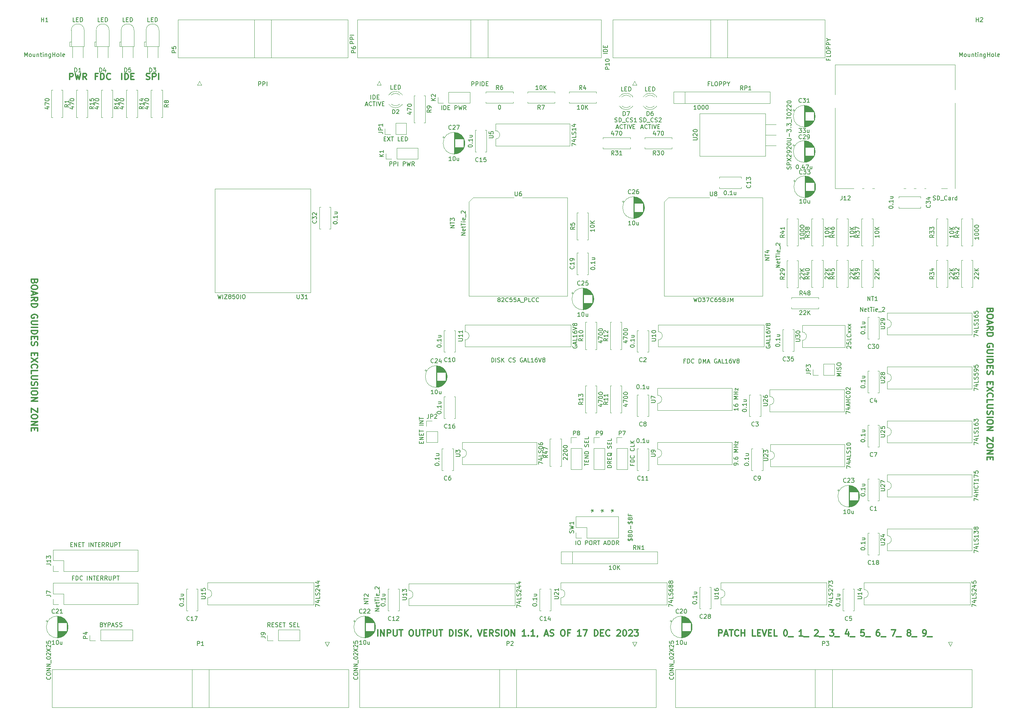
<source format=gbr>
%TF.GenerationSoftware,KiCad,Pcbnew,(6.0.11)*%
%TF.CreationDate,2023-12-19T06:09:49-05:00*%
%TF.ProjectId,input-output.Disk,696e7075-742d-46f7-9574-7075742e4469,rev?*%
%TF.SameCoordinates,Original*%
%TF.FileFunction,Legend,Top*%
%TF.FilePolarity,Positive*%
%FSLAX46Y46*%
G04 Gerber Fmt 4.6, Leading zero omitted, Abs format (unit mm)*
G04 Created by KiCad (PCBNEW (6.0.11)) date 2023-12-19 06:09:49*
%MOMM*%
%LPD*%
G01*
G04 APERTURE LIST*
%ADD10C,0.300000*%
%ADD11C,0.150000*%
%ADD12C,0.120000*%
G04 APERTURE END LIST*
D10*
X267607142Y-140785714D02*
X267535714Y-141000000D01*
X267464285Y-141071428D01*
X267321428Y-141142857D01*
X267107142Y-141142857D01*
X266964285Y-141071428D01*
X266892857Y-141000000D01*
X266821428Y-140857142D01*
X266821428Y-140285714D01*
X268321428Y-140285714D01*
X268321428Y-140785714D01*
X268250000Y-140928571D01*
X268178571Y-141000000D01*
X268035714Y-141071428D01*
X267892857Y-141071428D01*
X267750000Y-141000000D01*
X267678571Y-140928571D01*
X267607142Y-140785714D01*
X267607142Y-140285714D01*
X268321428Y-142071428D02*
X268321428Y-142357142D01*
X268250000Y-142500000D01*
X268107142Y-142642857D01*
X267821428Y-142714285D01*
X267321428Y-142714285D01*
X267035714Y-142642857D01*
X266892857Y-142500000D01*
X266821428Y-142357142D01*
X266821428Y-142071428D01*
X266892857Y-141928571D01*
X267035714Y-141785714D01*
X267321428Y-141714285D01*
X267821428Y-141714285D01*
X268107142Y-141785714D01*
X268250000Y-141928571D01*
X268321428Y-142071428D01*
X267250000Y-143285714D02*
X267250000Y-144000000D01*
X266821428Y-143142857D02*
X268321428Y-143642857D01*
X266821428Y-144142857D01*
X266821428Y-145500000D02*
X267535714Y-145000000D01*
X266821428Y-144642857D02*
X268321428Y-144642857D01*
X268321428Y-145214285D01*
X268250000Y-145357142D01*
X268178571Y-145428571D01*
X268035714Y-145500000D01*
X267821428Y-145500000D01*
X267678571Y-145428571D01*
X267607142Y-145357142D01*
X267535714Y-145214285D01*
X267535714Y-144642857D01*
X266821428Y-146142857D02*
X268321428Y-146142857D01*
X268321428Y-146500000D01*
X268250000Y-146714285D01*
X268107142Y-146857142D01*
X267964285Y-146928571D01*
X267678571Y-147000000D01*
X267464285Y-147000000D01*
X267178571Y-146928571D01*
X267035714Y-146857142D01*
X266892857Y-146714285D01*
X266821428Y-146500000D01*
X266821428Y-146142857D01*
X268250000Y-149571428D02*
X268321428Y-149428571D01*
X268321428Y-149214285D01*
X268250000Y-149000000D01*
X268107142Y-148857142D01*
X267964285Y-148785714D01*
X267678571Y-148714285D01*
X267464285Y-148714285D01*
X267178571Y-148785714D01*
X267035714Y-148857142D01*
X266892857Y-149000000D01*
X266821428Y-149214285D01*
X266821428Y-149357142D01*
X266892857Y-149571428D01*
X266964285Y-149642857D01*
X267464285Y-149642857D01*
X267464285Y-149357142D01*
X268321428Y-150285714D02*
X267107142Y-150285714D01*
X266964285Y-150357142D01*
X266892857Y-150428571D01*
X266821428Y-150571428D01*
X266821428Y-150857142D01*
X266892857Y-151000000D01*
X266964285Y-151071428D01*
X267107142Y-151142857D01*
X268321428Y-151142857D01*
X266821428Y-151857142D02*
X268321428Y-151857142D01*
X266821428Y-152571428D02*
X268321428Y-152571428D01*
X268321428Y-152928571D01*
X268250000Y-153142857D01*
X268107142Y-153285714D01*
X267964285Y-153357142D01*
X267678571Y-153428571D01*
X267464285Y-153428571D01*
X267178571Y-153357142D01*
X267035714Y-153285714D01*
X266892857Y-153142857D01*
X266821428Y-152928571D01*
X266821428Y-152571428D01*
X267607142Y-154071428D02*
X267607142Y-154571428D01*
X266821428Y-154785714D02*
X266821428Y-154071428D01*
X268321428Y-154071428D01*
X268321428Y-154785714D01*
X266892857Y-155357142D02*
X266821428Y-155571428D01*
X266821428Y-155928571D01*
X266892857Y-156071428D01*
X266964285Y-156142857D01*
X267107142Y-156214285D01*
X267250000Y-156214285D01*
X267392857Y-156142857D01*
X267464285Y-156071428D01*
X267535714Y-155928571D01*
X267607142Y-155642857D01*
X267678571Y-155500000D01*
X267750000Y-155428571D01*
X267892857Y-155357142D01*
X268035714Y-155357142D01*
X268178571Y-155428571D01*
X268250000Y-155500000D01*
X268321428Y-155642857D01*
X268321428Y-156000000D01*
X268250000Y-156214285D01*
X267607142Y-158000000D02*
X267607142Y-158500000D01*
X266821428Y-158714285D02*
X266821428Y-158000000D01*
X268321428Y-158000000D01*
X268321428Y-158714285D01*
X268321428Y-159214285D02*
X266821428Y-160214285D01*
X268321428Y-160214285D02*
X266821428Y-159214285D01*
X266964285Y-161642857D02*
X266892857Y-161571428D01*
X266821428Y-161357142D01*
X266821428Y-161214285D01*
X266892857Y-161000000D01*
X267035714Y-160857142D01*
X267178571Y-160785714D01*
X267464285Y-160714285D01*
X267678571Y-160714285D01*
X267964285Y-160785714D01*
X268107142Y-160857142D01*
X268250000Y-161000000D01*
X268321428Y-161214285D01*
X268321428Y-161357142D01*
X268250000Y-161571428D01*
X268178571Y-161642857D01*
X266821428Y-163000000D02*
X266821428Y-162285714D01*
X268321428Y-162285714D01*
X268321428Y-163500000D02*
X267107142Y-163500000D01*
X266964285Y-163571428D01*
X266892857Y-163642857D01*
X266821428Y-163785714D01*
X266821428Y-164071428D01*
X266892857Y-164214285D01*
X266964285Y-164285714D01*
X267107142Y-164357142D01*
X268321428Y-164357142D01*
X266892857Y-165000000D02*
X266821428Y-165214285D01*
X266821428Y-165571428D01*
X266892857Y-165714285D01*
X266964285Y-165785714D01*
X267107142Y-165857142D01*
X267250000Y-165857142D01*
X267392857Y-165785714D01*
X267464285Y-165714285D01*
X267535714Y-165571428D01*
X267607142Y-165285714D01*
X267678571Y-165142857D01*
X267750000Y-165071428D01*
X267892857Y-165000000D01*
X268035714Y-165000000D01*
X268178571Y-165071428D01*
X268250000Y-165142857D01*
X268321428Y-165285714D01*
X268321428Y-165642857D01*
X268250000Y-165857142D01*
X266821428Y-166500000D02*
X268321428Y-166500000D01*
X268321428Y-167500000D02*
X268321428Y-167785714D01*
X268250000Y-167928571D01*
X268107142Y-168071428D01*
X267821428Y-168142857D01*
X267321428Y-168142857D01*
X267035714Y-168071428D01*
X266892857Y-167928571D01*
X266821428Y-167785714D01*
X266821428Y-167500000D01*
X266892857Y-167357142D01*
X267035714Y-167214285D01*
X267321428Y-167142857D01*
X267821428Y-167142857D01*
X268107142Y-167214285D01*
X268250000Y-167357142D01*
X268321428Y-167500000D01*
X266821428Y-168785714D02*
X268321428Y-168785714D01*
X266821428Y-169642857D01*
X268321428Y-169642857D01*
X268321428Y-171357142D02*
X268321428Y-172357142D01*
X266821428Y-171357142D01*
X266821428Y-172357142D01*
X268321428Y-173214285D02*
X268321428Y-173500000D01*
X268250000Y-173642857D01*
X268107142Y-173785714D01*
X267821428Y-173857142D01*
X267321428Y-173857142D01*
X267035714Y-173785714D01*
X266892857Y-173642857D01*
X266821428Y-173500000D01*
X266821428Y-173214285D01*
X266892857Y-173071428D01*
X267035714Y-172928571D01*
X267321428Y-172857142D01*
X267821428Y-172857142D01*
X268107142Y-172928571D01*
X268250000Y-173071428D01*
X268321428Y-173214285D01*
X266821428Y-174500000D02*
X268321428Y-174500000D01*
X266821428Y-175357142D01*
X268321428Y-175357142D01*
X267607142Y-176071428D02*
X267607142Y-176571428D01*
X266821428Y-176785714D02*
X266821428Y-176071428D01*
X268321428Y-176071428D01*
X268321428Y-176785714D01*
X37607142Y-133785714D02*
X37535714Y-134000000D01*
X37464285Y-134071428D01*
X37321428Y-134142857D01*
X37107142Y-134142857D01*
X36964285Y-134071428D01*
X36892857Y-134000000D01*
X36821428Y-133857142D01*
X36821428Y-133285714D01*
X38321428Y-133285714D01*
X38321428Y-133785714D01*
X38250000Y-133928571D01*
X38178571Y-134000000D01*
X38035714Y-134071428D01*
X37892857Y-134071428D01*
X37750000Y-134000000D01*
X37678571Y-133928571D01*
X37607142Y-133785714D01*
X37607142Y-133285714D01*
X38321428Y-135071428D02*
X38321428Y-135357142D01*
X38250000Y-135500000D01*
X38107142Y-135642857D01*
X37821428Y-135714285D01*
X37321428Y-135714285D01*
X37035714Y-135642857D01*
X36892857Y-135500000D01*
X36821428Y-135357142D01*
X36821428Y-135071428D01*
X36892857Y-134928571D01*
X37035714Y-134785714D01*
X37321428Y-134714285D01*
X37821428Y-134714285D01*
X38107142Y-134785714D01*
X38250000Y-134928571D01*
X38321428Y-135071428D01*
X37250000Y-136285714D02*
X37250000Y-137000000D01*
X36821428Y-136142857D02*
X38321428Y-136642857D01*
X36821428Y-137142857D01*
X36821428Y-138500000D02*
X37535714Y-138000000D01*
X36821428Y-137642857D02*
X38321428Y-137642857D01*
X38321428Y-138214285D01*
X38250000Y-138357142D01*
X38178571Y-138428571D01*
X38035714Y-138500000D01*
X37821428Y-138500000D01*
X37678571Y-138428571D01*
X37607142Y-138357142D01*
X37535714Y-138214285D01*
X37535714Y-137642857D01*
X36821428Y-139142857D02*
X38321428Y-139142857D01*
X38321428Y-139500000D01*
X38250000Y-139714285D01*
X38107142Y-139857142D01*
X37964285Y-139928571D01*
X37678571Y-140000000D01*
X37464285Y-140000000D01*
X37178571Y-139928571D01*
X37035714Y-139857142D01*
X36892857Y-139714285D01*
X36821428Y-139500000D01*
X36821428Y-139142857D01*
X38250000Y-142571428D02*
X38321428Y-142428571D01*
X38321428Y-142214285D01*
X38250000Y-142000000D01*
X38107142Y-141857142D01*
X37964285Y-141785714D01*
X37678571Y-141714285D01*
X37464285Y-141714285D01*
X37178571Y-141785714D01*
X37035714Y-141857142D01*
X36892857Y-142000000D01*
X36821428Y-142214285D01*
X36821428Y-142357142D01*
X36892857Y-142571428D01*
X36964285Y-142642857D01*
X37464285Y-142642857D01*
X37464285Y-142357142D01*
X38321428Y-143285714D02*
X37107142Y-143285714D01*
X36964285Y-143357142D01*
X36892857Y-143428571D01*
X36821428Y-143571428D01*
X36821428Y-143857142D01*
X36892857Y-144000000D01*
X36964285Y-144071428D01*
X37107142Y-144142857D01*
X38321428Y-144142857D01*
X36821428Y-144857142D02*
X38321428Y-144857142D01*
X36821428Y-145571428D02*
X38321428Y-145571428D01*
X38321428Y-145928571D01*
X38250000Y-146142857D01*
X38107142Y-146285714D01*
X37964285Y-146357142D01*
X37678571Y-146428571D01*
X37464285Y-146428571D01*
X37178571Y-146357142D01*
X37035714Y-146285714D01*
X36892857Y-146142857D01*
X36821428Y-145928571D01*
X36821428Y-145571428D01*
X37607142Y-147071428D02*
X37607142Y-147571428D01*
X36821428Y-147785714D02*
X36821428Y-147071428D01*
X38321428Y-147071428D01*
X38321428Y-147785714D01*
X36892857Y-148357142D02*
X36821428Y-148571428D01*
X36821428Y-148928571D01*
X36892857Y-149071428D01*
X36964285Y-149142857D01*
X37107142Y-149214285D01*
X37250000Y-149214285D01*
X37392857Y-149142857D01*
X37464285Y-149071428D01*
X37535714Y-148928571D01*
X37607142Y-148642857D01*
X37678571Y-148500000D01*
X37750000Y-148428571D01*
X37892857Y-148357142D01*
X38035714Y-148357142D01*
X38178571Y-148428571D01*
X38250000Y-148500000D01*
X38321428Y-148642857D01*
X38321428Y-149000000D01*
X38250000Y-149214285D01*
X37607142Y-151000000D02*
X37607142Y-151500000D01*
X36821428Y-151714285D02*
X36821428Y-151000000D01*
X38321428Y-151000000D01*
X38321428Y-151714285D01*
X38321428Y-152214285D02*
X36821428Y-153214285D01*
X38321428Y-153214285D02*
X36821428Y-152214285D01*
X36964285Y-154642857D02*
X36892857Y-154571428D01*
X36821428Y-154357142D01*
X36821428Y-154214285D01*
X36892857Y-154000000D01*
X37035714Y-153857142D01*
X37178571Y-153785714D01*
X37464285Y-153714285D01*
X37678571Y-153714285D01*
X37964285Y-153785714D01*
X38107142Y-153857142D01*
X38250000Y-154000000D01*
X38321428Y-154214285D01*
X38321428Y-154357142D01*
X38250000Y-154571428D01*
X38178571Y-154642857D01*
X36821428Y-156000000D02*
X36821428Y-155285714D01*
X38321428Y-155285714D01*
X38321428Y-156500000D02*
X37107142Y-156500000D01*
X36964285Y-156571428D01*
X36892857Y-156642857D01*
X36821428Y-156785714D01*
X36821428Y-157071428D01*
X36892857Y-157214285D01*
X36964285Y-157285714D01*
X37107142Y-157357142D01*
X38321428Y-157357142D01*
X36892857Y-158000000D02*
X36821428Y-158214285D01*
X36821428Y-158571428D01*
X36892857Y-158714285D01*
X36964285Y-158785714D01*
X37107142Y-158857142D01*
X37250000Y-158857142D01*
X37392857Y-158785714D01*
X37464285Y-158714285D01*
X37535714Y-158571428D01*
X37607142Y-158285714D01*
X37678571Y-158142857D01*
X37750000Y-158071428D01*
X37892857Y-158000000D01*
X38035714Y-158000000D01*
X38178571Y-158071428D01*
X38250000Y-158142857D01*
X38321428Y-158285714D01*
X38321428Y-158642857D01*
X38250000Y-158857142D01*
X36821428Y-159500000D02*
X38321428Y-159500000D01*
X38321428Y-160500000D02*
X38321428Y-160785714D01*
X38250000Y-160928571D01*
X38107142Y-161071428D01*
X37821428Y-161142857D01*
X37321428Y-161142857D01*
X37035714Y-161071428D01*
X36892857Y-160928571D01*
X36821428Y-160785714D01*
X36821428Y-160500000D01*
X36892857Y-160357142D01*
X37035714Y-160214285D01*
X37321428Y-160142857D01*
X37821428Y-160142857D01*
X38107142Y-160214285D01*
X38250000Y-160357142D01*
X38321428Y-160500000D01*
X36821428Y-161785714D02*
X38321428Y-161785714D01*
X36821428Y-162642857D01*
X38321428Y-162642857D01*
X38321428Y-164357142D02*
X38321428Y-165357142D01*
X36821428Y-164357142D01*
X36821428Y-165357142D01*
X38321428Y-166214285D02*
X38321428Y-166500000D01*
X38250000Y-166642857D01*
X38107142Y-166785714D01*
X37821428Y-166857142D01*
X37321428Y-166857142D01*
X37035714Y-166785714D01*
X36892857Y-166642857D01*
X36821428Y-166500000D01*
X36821428Y-166214285D01*
X36892857Y-166071428D01*
X37035714Y-165928571D01*
X37321428Y-165857142D01*
X37821428Y-165857142D01*
X38107142Y-165928571D01*
X38250000Y-166071428D01*
X38321428Y-166214285D01*
X36821428Y-167500000D02*
X38321428Y-167500000D01*
X36821428Y-168357142D01*
X38321428Y-168357142D01*
X37607142Y-169071428D02*
X37607142Y-169571428D01*
X36821428Y-169785714D02*
X36821428Y-169071428D01*
X38321428Y-169071428D01*
X38321428Y-169785714D01*
X202250000Y-219178571D02*
X202250000Y-217678571D01*
X202821428Y-217678571D01*
X202964285Y-217750000D01*
X203035714Y-217821428D01*
X203107142Y-217964285D01*
X203107142Y-218178571D01*
X203035714Y-218321428D01*
X202964285Y-218392857D01*
X202821428Y-218464285D01*
X202250000Y-218464285D01*
X203678571Y-218750000D02*
X204392857Y-218750000D01*
X203535714Y-219178571D02*
X204035714Y-217678571D01*
X204535714Y-219178571D01*
X204821428Y-217678571D02*
X205678571Y-217678571D01*
X205250000Y-219178571D02*
X205250000Y-217678571D01*
X207035714Y-219035714D02*
X206964285Y-219107142D01*
X206750000Y-219178571D01*
X206607142Y-219178571D01*
X206392857Y-219107142D01*
X206250000Y-218964285D01*
X206178571Y-218821428D01*
X206107142Y-218535714D01*
X206107142Y-218321428D01*
X206178571Y-218035714D01*
X206250000Y-217892857D01*
X206392857Y-217750000D01*
X206607142Y-217678571D01*
X206750000Y-217678571D01*
X206964285Y-217750000D01*
X207035714Y-217821428D01*
X207678571Y-219178571D02*
X207678571Y-217678571D01*
X207678571Y-218392857D02*
X208535714Y-218392857D01*
X208535714Y-219178571D02*
X208535714Y-217678571D01*
X211107142Y-219178571D02*
X210392857Y-219178571D01*
X210392857Y-217678571D01*
X211607142Y-218392857D02*
X212107142Y-218392857D01*
X212321428Y-219178571D02*
X211607142Y-219178571D01*
X211607142Y-217678571D01*
X212321428Y-217678571D01*
X212750000Y-217678571D02*
X213250000Y-219178571D01*
X213750000Y-217678571D01*
X214250000Y-218392857D02*
X214750000Y-218392857D01*
X214964285Y-219178571D02*
X214250000Y-219178571D01*
X214250000Y-217678571D01*
X214964285Y-217678571D01*
X216321428Y-219178571D02*
X215607142Y-219178571D01*
X215607142Y-217678571D01*
X218250000Y-217678571D02*
X218392857Y-217678571D01*
X218535714Y-217750000D01*
X218607142Y-217821428D01*
X218678571Y-217964285D01*
X218750000Y-218250000D01*
X218750000Y-218607142D01*
X218678571Y-218892857D01*
X218607142Y-219035714D01*
X218535714Y-219107142D01*
X218392857Y-219178571D01*
X218250000Y-219178571D01*
X218107142Y-219107142D01*
X218035714Y-219035714D01*
X217964285Y-218892857D01*
X217892857Y-218607142D01*
X217892857Y-218250000D01*
X217964285Y-217964285D01*
X218035714Y-217821428D01*
X218107142Y-217750000D01*
X218250000Y-217678571D01*
X219035714Y-219321428D02*
X220178571Y-219321428D01*
X222464285Y-219178571D02*
X221607142Y-219178571D01*
X222035714Y-219178571D02*
X222035714Y-217678571D01*
X221892857Y-217892857D01*
X221750000Y-218035714D01*
X221607142Y-218107142D01*
X222750000Y-219321428D02*
X223892857Y-219321428D01*
X225321428Y-217821428D02*
X225392857Y-217750000D01*
X225535714Y-217678571D01*
X225892857Y-217678571D01*
X226035714Y-217750000D01*
X226107142Y-217821428D01*
X226178571Y-217964285D01*
X226178571Y-218107142D01*
X226107142Y-218321428D01*
X225250000Y-219178571D01*
X226178571Y-219178571D01*
X226464285Y-219321428D02*
X227607142Y-219321428D01*
X228964285Y-217678571D02*
X229892857Y-217678571D01*
X229392857Y-218250000D01*
X229607142Y-218250000D01*
X229750000Y-218321428D01*
X229821428Y-218392857D01*
X229892857Y-218535714D01*
X229892857Y-218892857D01*
X229821428Y-219035714D01*
X229750000Y-219107142D01*
X229607142Y-219178571D01*
X229178571Y-219178571D01*
X229035714Y-219107142D01*
X228964285Y-219035714D01*
X230178571Y-219321428D02*
X231321428Y-219321428D01*
X233464285Y-218178571D02*
X233464285Y-219178571D01*
X233107142Y-217607142D02*
X232750000Y-218678571D01*
X233678571Y-218678571D01*
X233892857Y-219321428D02*
X235035714Y-219321428D01*
X237250000Y-217678571D02*
X236535714Y-217678571D01*
X236464285Y-218392857D01*
X236535714Y-218321428D01*
X236678571Y-218250000D01*
X237035714Y-218250000D01*
X237178571Y-218321428D01*
X237250000Y-218392857D01*
X237321428Y-218535714D01*
X237321428Y-218892857D01*
X237250000Y-219035714D01*
X237178571Y-219107142D01*
X237035714Y-219178571D01*
X236678571Y-219178571D01*
X236535714Y-219107142D01*
X236464285Y-219035714D01*
X237607142Y-219321428D02*
X238749999Y-219321428D01*
X240892857Y-217678571D02*
X240607142Y-217678571D01*
X240464285Y-217750000D01*
X240392857Y-217821428D01*
X240249999Y-218035714D01*
X240178571Y-218321428D01*
X240178571Y-218892857D01*
X240249999Y-219035714D01*
X240321428Y-219107142D01*
X240464285Y-219178571D01*
X240749999Y-219178571D01*
X240892857Y-219107142D01*
X240964285Y-219035714D01*
X241035714Y-218892857D01*
X241035714Y-218535714D01*
X240964285Y-218392857D01*
X240892857Y-218321428D01*
X240749999Y-218250000D01*
X240464285Y-218250000D01*
X240321428Y-218321428D01*
X240249999Y-218392857D01*
X240178571Y-218535714D01*
X241321428Y-219321428D02*
X242464285Y-219321428D01*
X243821428Y-217678571D02*
X244821428Y-217678571D01*
X244178571Y-219178571D01*
X245035714Y-219321428D02*
X246178571Y-219321428D01*
X247892857Y-218321428D02*
X247749999Y-218250000D01*
X247678571Y-218178571D01*
X247607142Y-218035714D01*
X247607142Y-217964285D01*
X247678571Y-217821428D01*
X247749999Y-217750000D01*
X247892857Y-217678571D01*
X248178571Y-217678571D01*
X248321428Y-217750000D01*
X248392857Y-217821428D01*
X248464285Y-217964285D01*
X248464285Y-218035714D01*
X248392857Y-218178571D01*
X248321428Y-218250000D01*
X248178571Y-218321428D01*
X247892857Y-218321428D01*
X247749999Y-218392857D01*
X247678571Y-218464285D01*
X247607142Y-218607142D01*
X247607142Y-218892857D01*
X247678571Y-219035714D01*
X247749999Y-219107142D01*
X247892857Y-219178571D01*
X248178571Y-219178571D01*
X248321428Y-219107142D01*
X248392857Y-219035714D01*
X248464285Y-218892857D01*
X248464285Y-218607142D01*
X248392857Y-218464285D01*
X248321428Y-218392857D01*
X248178571Y-218321428D01*
X248749999Y-219321428D02*
X249892857Y-219321428D01*
X251464285Y-219178571D02*
X251749999Y-219178571D01*
X251892857Y-219107142D01*
X251964285Y-219035714D01*
X252107142Y-218821428D01*
X252178571Y-218535714D01*
X252178571Y-217964285D01*
X252107142Y-217821428D01*
X252035714Y-217750000D01*
X251892857Y-217678571D01*
X251607142Y-217678571D01*
X251464285Y-217750000D01*
X251392857Y-217821428D01*
X251321428Y-217964285D01*
X251321428Y-218321428D01*
X251392857Y-218464285D01*
X251464285Y-218535714D01*
X251607142Y-218607142D01*
X251892857Y-218607142D01*
X252035714Y-218535714D01*
X252107142Y-218464285D01*
X252178571Y-218321428D01*
X252464285Y-219321428D02*
X253607142Y-219321428D01*
D11*
X177245464Y-95349761D02*
X177388321Y-95397380D01*
X177626416Y-95397380D01*
X177721654Y-95349761D01*
X177769273Y-95302142D01*
X177816892Y-95206904D01*
X177816892Y-95111666D01*
X177769273Y-95016428D01*
X177721654Y-94968809D01*
X177626416Y-94921190D01*
X177435940Y-94873571D01*
X177340702Y-94825952D01*
X177293083Y-94778333D01*
X177245464Y-94683095D01*
X177245464Y-94587857D01*
X177293083Y-94492619D01*
X177340702Y-94445000D01*
X177435940Y-94397380D01*
X177674035Y-94397380D01*
X177816892Y-94445000D01*
X178245464Y-95397380D02*
X178245464Y-94397380D01*
X178483559Y-94397380D01*
X178626416Y-94445000D01*
X178721654Y-94540238D01*
X178769273Y-94635476D01*
X178816892Y-94825952D01*
X178816892Y-94968809D01*
X178769273Y-95159285D01*
X178721654Y-95254523D01*
X178626416Y-95349761D01*
X178483559Y-95397380D01*
X178245464Y-95397380D01*
X179007369Y-95492619D02*
X179769273Y-95492619D01*
X180578797Y-95302142D02*
X180531178Y-95349761D01*
X180388321Y-95397380D01*
X180293083Y-95397380D01*
X180150226Y-95349761D01*
X180054988Y-95254523D01*
X180007369Y-95159285D01*
X179959750Y-94968809D01*
X179959750Y-94825952D01*
X180007369Y-94635476D01*
X180054988Y-94540238D01*
X180150226Y-94445000D01*
X180293083Y-94397380D01*
X180388321Y-94397380D01*
X180531178Y-94445000D01*
X180578797Y-94492619D01*
X180959750Y-95349761D02*
X181102607Y-95397380D01*
X181340702Y-95397380D01*
X181435940Y-95349761D01*
X181483559Y-95302142D01*
X181531178Y-95206904D01*
X181531178Y-95111666D01*
X181483559Y-95016428D01*
X181435940Y-94968809D01*
X181340702Y-94921190D01*
X181150226Y-94873571D01*
X181054988Y-94825952D01*
X181007369Y-94778333D01*
X180959750Y-94683095D01*
X180959750Y-94587857D01*
X181007369Y-94492619D01*
X181054988Y-94445000D01*
X181150226Y-94397380D01*
X181388321Y-94397380D01*
X181531178Y-94445000D01*
X182483559Y-95397380D02*
X181912131Y-95397380D01*
X182197845Y-95397380D02*
X182197845Y-94397380D01*
X182102607Y-94540238D01*
X182007369Y-94635476D01*
X181912131Y-94683095D01*
X177626416Y-96721666D02*
X178102607Y-96721666D01*
X177531178Y-97007380D02*
X177864512Y-96007380D01*
X178197845Y-97007380D01*
X179102607Y-96912142D02*
X179054988Y-96959761D01*
X178912131Y-97007380D01*
X178816892Y-97007380D01*
X178674035Y-96959761D01*
X178578797Y-96864523D01*
X178531178Y-96769285D01*
X178483559Y-96578809D01*
X178483559Y-96435952D01*
X178531178Y-96245476D01*
X178578797Y-96150238D01*
X178674035Y-96055000D01*
X178816892Y-96007380D01*
X178912131Y-96007380D01*
X179054988Y-96055000D01*
X179102607Y-96102619D01*
X179388321Y-96007380D02*
X179959750Y-96007380D01*
X179674035Y-97007380D02*
X179674035Y-96007380D01*
X180293083Y-97007380D02*
X180293083Y-96007380D01*
X180626416Y-96007380D02*
X180959750Y-97007380D01*
X181293083Y-96007380D01*
X181626416Y-96483571D02*
X181959750Y-96483571D01*
X182102607Y-97007380D02*
X181626416Y-97007380D01*
X181626416Y-96007380D01*
X182102607Y-96007380D01*
X142797619Y-86702380D02*
X142797619Y-85702380D01*
X143178571Y-85702380D01*
X143273809Y-85750000D01*
X143321428Y-85797619D01*
X143369047Y-85892857D01*
X143369047Y-86035714D01*
X143321428Y-86130952D01*
X143273809Y-86178571D01*
X143178571Y-86226190D01*
X142797619Y-86226190D01*
X143797619Y-86702380D02*
X143797619Y-85702380D01*
X144178571Y-85702380D01*
X144273809Y-85750000D01*
X144321428Y-85797619D01*
X144369047Y-85892857D01*
X144369047Y-86035714D01*
X144321428Y-86130952D01*
X144273809Y-86178571D01*
X144178571Y-86226190D01*
X143797619Y-86226190D01*
X144797619Y-86702380D02*
X144797619Y-85702380D01*
X145273809Y-86702380D02*
X145273809Y-85702380D01*
X145511904Y-85702380D01*
X145654761Y-85750000D01*
X145750000Y-85845238D01*
X145797619Y-85940476D01*
X145845238Y-86130952D01*
X145845238Y-86273809D01*
X145797619Y-86464285D01*
X145750000Y-86559523D01*
X145654761Y-86654761D01*
X145511904Y-86702380D01*
X145273809Y-86702380D01*
X146273809Y-86178571D02*
X146607142Y-86178571D01*
X146750000Y-86702380D02*
X146273809Y-86702380D01*
X146273809Y-85702380D01*
X146750000Y-85702380D01*
D10*
X120178571Y-219178571D02*
X120178571Y-217678571D01*
X120892857Y-219178571D02*
X120892857Y-217678571D01*
X121750000Y-219178571D01*
X121750000Y-217678571D01*
X122464285Y-219178571D02*
X122464285Y-217678571D01*
X123035714Y-217678571D01*
X123178571Y-217750000D01*
X123250000Y-217821428D01*
X123321428Y-217964285D01*
X123321428Y-218178571D01*
X123250000Y-218321428D01*
X123178571Y-218392857D01*
X123035714Y-218464285D01*
X122464285Y-218464285D01*
X123964285Y-217678571D02*
X123964285Y-218892857D01*
X124035714Y-219035714D01*
X124107142Y-219107142D01*
X124250000Y-219178571D01*
X124535714Y-219178571D01*
X124678571Y-219107142D01*
X124750000Y-219035714D01*
X124821428Y-218892857D01*
X124821428Y-217678571D01*
X125321428Y-217678571D02*
X126178571Y-217678571D01*
X125750000Y-219178571D02*
X125750000Y-217678571D01*
X128107142Y-217678571D02*
X128392857Y-217678571D01*
X128535714Y-217750000D01*
X128678571Y-217892857D01*
X128750000Y-218178571D01*
X128750000Y-218678571D01*
X128678571Y-218964285D01*
X128535714Y-219107142D01*
X128392857Y-219178571D01*
X128107142Y-219178571D01*
X127964285Y-219107142D01*
X127821428Y-218964285D01*
X127750000Y-218678571D01*
X127750000Y-218178571D01*
X127821428Y-217892857D01*
X127964285Y-217750000D01*
X128107142Y-217678571D01*
X129392857Y-217678571D02*
X129392857Y-218892857D01*
X129464285Y-219035714D01*
X129535714Y-219107142D01*
X129678571Y-219178571D01*
X129964285Y-219178571D01*
X130107142Y-219107142D01*
X130178571Y-219035714D01*
X130250000Y-218892857D01*
X130250000Y-217678571D01*
X130750000Y-217678571D02*
X131607142Y-217678571D01*
X131178571Y-219178571D02*
X131178571Y-217678571D01*
X132107142Y-219178571D02*
X132107142Y-217678571D01*
X132678571Y-217678571D01*
X132821428Y-217750000D01*
X132892857Y-217821428D01*
X132964285Y-217964285D01*
X132964285Y-218178571D01*
X132892857Y-218321428D01*
X132821428Y-218392857D01*
X132678571Y-218464285D01*
X132107142Y-218464285D01*
X133607142Y-217678571D02*
X133607142Y-218892857D01*
X133678571Y-219035714D01*
X133750000Y-219107142D01*
X133892857Y-219178571D01*
X134178571Y-219178571D01*
X134321428Y-219107142D01*
X134392857Y-219035714D01*
X134464285Y-218892857D01*
X134464285Y-217678571D01*
X134964285Y-217678571D02*
X135821428Y-217678571D01*
X135392857Y-219178571D02*
X135392857Y-217678571D01*
X137464285Y-219178571D02*
X137464285Y-217678571D01*
X137821428Y-217678571D01*
X138035714Y-217750000D01*
X138178571Y-217892857D01*
X138250000Y-218035714D01*
X138321428Y-218321428D01*
X138321428Y-218535714D01*
X138250000Y-218821428D01*
X138178571Y-218964285D01*
X138035714Y-219107142D01*
X137821428Y-219178571D01*
X137464285Y-219178571D01*
X138964285Y-219178571D02*
X138964285Y-217678571D01*
X139607142Y-219107142D02*
X139821428Y-219178571D01*
X140178571Y-219178571D01*
X140321428Y-219107142D01*
X140392857Y-219035714D01*
X140464285Y-218892857D01*
X140464285Y-218750000D01*
X140392857Y-218607142D01*
X140321428Y-218535714D01*
X140178571Y-218464285D01*
X139892857Y-218392857D01*
X139750000Y-218321428D01*
X139678571Y-218250000D01*
X139607142Y-218107142D01*
X139607142Y-217964285D01*
X139678571Y-217821428D01*
X139750000Y-217750000D01*
X139892857Y-217678571D01*
X140250000Y-217678571D01*
X140464285Y-217750000D01*
X141107142Y-219178571D02*
X141107142Y-217678571D01*
X141964285Y-219178571D02*
X141321428Y-218321428D01*
X141964285Y-217678571D02*
X141107142Y-218535714D01*
X142678571Y-219107142D02*
X142678571Y-219178571D01*
X142607142Y-219321428D01*
X142535714Y-219392857D01*
X144250000Y-217678571D02*
X144750000Y-219178571D01*
X145250000Y-217678571D01*
X145750000Y-218392857D02*
X146250000Y-218392857D01*
X146464285Y-219178571D02*
X145750000Y-219178571D01*
X145750000Y-217678571D01*
X146464285Y-217678571D01*
X147964285Y-219178571D02*
X147464285Y-218464285D01*
X147107142Y-219178571D02*
X147107142Y-217678571D01*
X147678571Y-217678571D01*
X147821428Y-217750000D01*
X147892857Y-217821428D01*
X147964285Y-217964285D01*
X147964285Y-218178571D01*
X147892857Y-218321428D01*
X147821428Y-218392857D01*
X147678571Y-218464285D01*
X147107142Y-218464285D01*
X148535714Y-219107142D02*
X148750000Y-219178571D01*
X149107142Y-219178571D01*
X149250000Y-219107142D01*
X149321428Y-219035714D01*
X149392857Y-218892857D01*
X149392857Y-218750000D01*
X149321428Y-218607142D01*
X149250000Y-218535714D01*
X149107142Y-218464285D01*
X148821428Y-218392857D01*
X148678571Y-218321428D01*
X148607142Y-218250000D01*
X148535714Y-218107142D01*
X148535714Y-217964285D01*
X148607142Y-217821428D01*
X148678571Y-217750000D01*
X148821428Y-217678571D01*
X149178571Y-217678571D01*
X149392857Y-217750000D01*
X150035714Y-219178571D02*
X150035714Y-217678571D01*
X151035714Y-217678571D02*
X151321428Y-217678571D01*
X151464285Y-217750000D01*
X151607142Y-217892857D01*
X151678571Y-218178571D01*
X151678571Y-218678571D01*
X151607142Y-218964285D01*
X151464285Y-219107142D01*
X151321428Y-219178571D01*
X151035714Y-219178571D01*
X150892857Y-219107142D01*
X150750000Y-218964285D01*
X150678571Y-218678571D01*
X150678571Y-218178571D01*
X150750000Y-217892857D01*
X150892857Y-217750000D01*
X151035714Y-217678571D01*
X152321428Y-219178571D02*
X152321428Y-217678571D01*
X153178571Y-219178571D01*
X153178571Y-217678571D01*
X155821428Y-219178571D02*
X154964285Y-219178571D01*
X155392857Y-219178571D02*
X155392857Y-217678571D01*
X155250000Y-217892857D01*
X155107142Y-218035714D01*
X154964285Y-218107142D01*
X156464285Y-219035714D02*
X156535714Y-219107142D01*
X156464285Y-219178571D01*
X156392857Y-219107142D01*
X156464285Y-219035714D01*
X156464285Y-219178571D01*
X157964285Y-219178571D02*
X157107142Y-219178571D01*
X157535714Y-219178571D02*
X157535714Y-217678571D01*
X157392857Y-217892857D01*
X157250000Y-218035714D01*
X157107142Y-218107142D01*
X158678571Y-219107142D02*
X158678571Y-219178571D01*
X158607142Y-219321428D01*
X158535714Y-219392857D01*
X160392857Y-218750000D02*
X161107142Y-218750000D01*
X160250000Y-219178571D02*
X160750000Y-217678571D01*
X161250000Y-219178571D01*
X161678571Y-219107142D02*
X161892857Y-219178571D01*
X162250000Y-219178571D01*
X162392857Y-219107142D01*
X162464285Y-219035714D01*
X162535714Y-218892857D01*
X162535714Y-218750000D01*
X162464285Y-218607142D01*
X162392857Y-218535714D01*
X162250000Y-218464285D01*
X161964285Y-218392857D01*
X161821428Y-218321428D01*
X161750000Y-218250000D01*
X161678571Y-218107142D01*
X161678571Y-217964285D01*
X161750000Y-217821428D01*
X161821428Y-217750000D01*
X161964285Y-217678571D01*
X162321428Y-217678571D01*
X162535714Y-217750000D01*
X164607142Y-217678571D02*
X164892857Y-217678571D01*
X165035714Y-217750000D01*
X165178571Y-217892857D01*
X165250000Y-218178571D01*
X165250000Y-218678571D01*
X165178571Y-218964285D01*
X165035714Y-219107142D01*
X164892857Y-219178571D01*
X164607142Y-219178571D01*
X164464285Y-219107142D01*
X164321428Y-218964285D01*
X164250000Y-218678571D01*
X164250000Y-218178571D01*
X164321428Y-217892857D01*
X164464285Y-217750000D01*
X164607142Y-217678571D01*
X166392857Y-218392857D02*
X165892857Y-218392857D01*
X165892857Y-219178571D02*
X165892857Y-217678571D01*
X166607142Y-217678571D01*
X169107142Y-219178571D02*
X168250000Y-219178571D01*
X168678571Y-219178571D02*
X168678571Y-217678571D01*
X168535714Y-217892857D01*
X168392857Y-218035714D01*
X168250000Y-218107142D01*
X169607142Y-217678571D02*
X170607142Y-217678571D01*
X169964285Y-219178571D01*
X172321428Y-219178571D02*
X172321428Y-217678571D01*
X172678571Y-217678571D01*
X172892857Y-217750000D01*
X173035714Y-217892857D01*
X173107142Y-218035714D01*
X173178571Y-218321428D01*
X173178571Y-218535714D01*
X173107142Y-218821428D01*
X173035714Y-218964285D01*
X172892857Y-219107142D01*
X172678571Y-219178571D01*
X172321428Y-219178571D01*
X173821428Y-218392857D02*
X174321428Y-218392857D01*
X174535714Y-219178571D02*
X173821428Y-219178571D01*
X173821428Y-217678571D01*
X174535714Y-217678571D01*
X176035714Y-219035714D02*
X175964285Y-219107142D01*
X175750000Y-219178571D01*
X175607142Y-219178571D01*
X175392857Y-219107142D01*
X175250000Y-218964285D01*
X175178571Y-218821428D01*
X175107142Y-218535714D01*
X175107142Y-218321428D01*
X175178571Y-218035714D01*
X175250000Y-217892857D01*
X175392857Y-217750000D01*
X175607142Y-217678571D01*
X175750000Y-217678571D01*
X175964285Y-217750000D01*
X176035714Y-217821428D01*
X177750000Y-217821428D02*
X177821428Y-217750000D01*
X177964285Y-217678571D01*
X178321428Y-217678571D01*
X178464285Y-217750000D01*
X178535714Y-217821428D01*
X178607142Y-217964285D01*
X178607142Y-218107142D01*
X178535714Y-218321428D01*
X177678571Y-219178571D01*
X178607142Y-219178571D01*
X179535714Y-217678571D02*
X179678571Y-217678571D01*
X179821428Y-217750000D01*
X179892857Y-217821428D01*
X179964285Y-217964285D01*
X180035714Y-218250000D01*
X180035714Y-218607142D01*
X179964285Y-218892857D01*
X179892857Y-219035714D01*
X179821428Y-219107142D01*
X179678571Y-219178571D01*
X179535714Y-219178571D01*
X179392857Y-219107142D01*
X179321428Y-219035714D01*
X179250000Y-218892857D01*
X179178571Y-218607142D01*
X179178571Y-218250000D01*
X179250000Y-217964285D01*
X179321428Y-217821428D01*
X179392857Y-217750000D01*
X179535714Y-217678571D01*
X180607142Y-217821428D02*
X180678571Y-217750000D01*
X180821428Y-217678571D01*
X181178571Y-217678571D01*
X181321428Y-217750000D01*
X181392857Y-217821428D01*
X181464285Y-217964285D01*
X181464285Y-218107142D01*
X181392857Y-218321428D01*
X180535714Y-219178571D01*
X181464285Y-219178571D01*
X181964285Y-217678571D02*
X182892857Y-217678571D01*
X182392857Y-218250000D01*
X182607142Y-218250000D01*
X182750000Y-218321428D01*
X182821428Y-218392857D01*
X182892857Y-218535714D01*
X182892857Y-218892857D01*
X182821428Y-219035714D01*
X182750000Y-219107142D01*
X182607142Y-219178571D01*
X182178571Y-219178571D01*
X182035714Y-219107142D01*
X181964285Y-219035714D01*
D11*
X200035714Y-86178571D02*
X199702380Y-86178571D01*
X199702380Y-86702380D02*
X199702380Y-85702380D01*
X200178571Y-85702380D01*
X201035714Y-86702380D02*
X200559523Y-86702380D01*
X200559523Y-85702380D01*
X201559523Y-85702380D02*
X201750000Y-85702380D01*
X201845238Y-85750000D01*
X201940476Y-85845238D01*
X201988095Y-86035714D01*
X201988095Y-86369047D01*
X201940476Y-86559523D01*
X201845238Y-86654761D01*
X201750000Y-86702380D01*
X201559523Y-86702380D01*
X201464285Y-86654761D01*
X201369047Y-86559523D01*
X201321428Y-86369047D01*
X201321428Y-86035714D01*
X201369047Y-85845238D01*
X201464285Y-85750000D01*
X201559523Y-85702380D01*
X202416666Y-86702380D02*
X202416666Y-85702380D01*
X202797619Y-85702380D01*
X202892857Y-85750000D01*
X202940476Y-85797619D01*
X202988095Y-85892857D01*
X202988095Y-86035714D01*
X202940476Y-86130952D01*
X202892857Y-86178571D01*
X202797619Y-86226190D01*
X202416666Y-86226190D01*
X203416666Y-86702380D02*
X203416666Y-85702380D01*
X203797619Y-85702380D01*
X203892857Y-85750000D01*
X203940476Y-85797619D01*
X203988095Y-85892857D01*
X203988095Y-86035714D01*
X203940476Y-86130952D01*
X203892857Y-86178571D01*
X203797619Y-86226190D01*
X203416666Y-86226190D01*
X204607142Y-86226190D02*
X204607142Y-86702380D01*
X204273809Y-85702380D02*
X204607142Y-86226190D01*
X204940476Y-85702380D01*
D10*
X58571428Y-85178571D02*
X58571428Y-83678571D01*
X59285714Y-85178571D02*
X59285714Y-83678571D01*
X59642857Y-83678571D01*
X59857142Y-83750000D01*
X60000000Y-83892857D01*
X60071428Y-84035714D01*
X60142857Y-84321428D01*
X60142857Y-84535714D01*
X60071428Y-84821428D01*
X60000000Y-84964285D01*
X59857142Y-85107142D01*
X59642857Y-85178571D01*
X59285714Y-85178571D01*
X60785714Y-84392857D02*
X61285714Y-84392857D01*
X61500000Y-85178571D02*
X60785714Y-85178571D01*
X60785714Y-83678571D01*
X61500000Y-83678571D01*
D11*
X183199094Y-95349761D02*
X183341951Y-95397380D01*
X183580046Y-95397380D01*
X183675284Y-95349761D01*
X183722903Y-95302142D01*
X183770522Y-95206904D01*
X183770522Y-95111666D01*
X183722903Y-95016428D01*
X183675284Y-94968809D01*
X183580046Y-94921190D01*
X183389570Y-94873571D01*
X183294332Y-94825952D01*
X183246713Y-94778333D01*
X183199094Y-94683095D01*
X183199094Y-94587857D01*
X183246713Y-94492619D01*
X183294332Y-94445000D01*
X183389570Y-94397380D01*
X183627665Y-94397380D01*
X183770522Y-94445000D01*
X184199094Y-95397380D02*
X184199094Y-94397380D01*
X184437189Y-94397380D01*
X184580046Y-94445000D01*
X184675284Y-94540238D01*
X184722903Y-94635476D01*
X184770522Y-94825952D01*
X184770522Y-94968809D01*
X184722903Y-95159285D01*
X184675284Y-95254523D01*
X184580046Y-95349761D01*
X184437189Y-95397380D01*
X184199094Y-95397380D01*
X184960999Y-95492619D02*
X185722903Y-95492619D01*
X186532427Y-95302142D02*
X186484808Y-95349761D01*
X186341951Y-95397380D01*
X186246713Y-95397380D01*
X186103856Y-95349761D01*
X186008618Y-95254523D01*
X185960999Y-95159285D01*
X185913380Y-94968809D01*
X185913380Y-94825952D01*
X185960999Y-94635476D01*
X186008618Y-94540238D01*
X186103856Y-94445000D01*
X186246713Y-94397380D01*
X186341951Y-94397380D01*
X186484808Y-94445000D01*
X186532427Y-94492619D01*
X186913380Y-95349761D02*
X187056237Y-95397380D01*
X187294332Y-95397380D01*
X187389570Y-95349761D01*
X187437189Y-95302142D01*
X187484808Y-95206904D01*
X187484808Y-95111666D01*
X187437189Y-95016428D01*
X187389570Y-94968809D01*
X187294332Y-94921190D01*
X187103856Y-94873571D01*
X187008618Y-94825952D01*
X186960999Y-94778333D01*
X186913380Y-94683095D01*
X186913380Y-94587857D01*
X186960999Y-94492619D01*
X187008618Y-94445000D01*
X187103856Y-94397380D01*
X187341951Y-94397380D01*
X187484808Y-94445000D01*
X187865761Y-94492619D02*
X187913380Y-94445000D01*
X188008618Y-94397380D01*
X188246713Y-94397380D01*
X188341951Y-94445000D01*
X188389570Y-94492619D01*
X188437189Y-94587857D01*
X188437189Y-94683095D01*
X188389570Y-94825952D01*
X187818142Y-95397380D01*
X188437189Y-95397380D01*
X183580046Y-96721666D02*
X184056237Y-96721666D01*
X183484808Y-97007380D02*
X183818142Y-96007380D01*
X184151475Y-97007380D01*
X185056237Y-96912142D02*
X185008618Y-96959761D01*
X184865761Y-97007380D01*
X184770522Y-97007380D01*
X184627665Y-96959761D01*
X184532427Y-96864523D01*
X184484808Y-96769285D01*
X184437189Y-96578809D01*
X184437189Y-96435952D01*
X184484808Y-96245476D01*
X184532427Y-96150238D01*
X184627665Y-96055000D01*
X184770522Y-96007380D01*
X184865761Y-96007380D01*
X185008618Y-96055000D01*
X185056237Y-96102619D01*
X185341951Y-96007380D02*
X185913380Y-96007380D01*
X185627665Y-97007380D02*
X185627665Y-96007380D01*
X186246713Y-97007380D02*
X186246713Y-96007380D01*
X186580046Y-96007380D02*
X186913380Y-97007380D01*
X187246713Y-96007380D01*
X187580046Y-96483571D02*
X187913380Y-96483571D01*
X188056237Y-97007380D02*
X187580046Y-97007380D01*
X187580046Y-96007380D01*
X188056237Y-96007380D01*
X194190476Y-152928571D02*
X193857142Y-152928571D01*
X193857142Y-153452380D02*
X193857142Y-152452380D01*
X194333333Y-152452380D01*
X194714285Y-153452380D02*
X194714285Y-152452380D01*
X194952380Y-152452380D01*
X195095238Y-152500000D01*
X195190476Y-152595238D01*
X195238095Y-152690476D01*
X195285714Y-152880952D01*
X195285714Y-153023809D01*
X195238095Y-153214285D01*
X195190476Y-153309523D01*
X195095238Y-153404761D01*
X194952380Y-153452380D01*
X194714285Y-153452380D01*
X196285714Y-153357142D02*
X196238095Y-153404761D01*
X196095238Y-153452380D01*
X196000000Y-153452380D01*
X195857142Y-153404761D01*
X195761904Y-153309523D01*
X195714285Y-153214285D01*
X195666666Y-153023809D01*
X195666666Y-152880952D01*
X195714285Y-152690476D01*
X195761904Y-152595238D01*
X195857142Y-152500000D01*
X196000000Y-152452380D01*
X196095238Y-152452380D01*
X196238095Y-152500000D01*
X196285714Y-152547619D01*
X197476190Y-153452380D02*
X197476190Y-152452380D01*
X197714285Y-152452380D01*
X197857142Y-152500000D01*
X197952380Y-152595238D01*
X198000000Y-152690476D01*
X198047619Y-152880952D01*
X198047619Y-153023809D01*
X198000000Y-153214285D01*
X197952380Y-153309523D01*
X197857142Y-153404761D01*
X197714285Y-153452380D01*
X197476190Y-153452380D01*
X198476190Y-153452380D02*
X198476190Y-152452380D01*
X198809523Y-153166666D01*
X199142857Y-152452380D01*
X199142857Y-153452380D01*
X199571428Y-153166666D02*
X200047619Y-153166666D01*
X199476190Y-153452380D02*
X199809523Y-152452380D01*
X200142857Y-153452380D01*
X201761904Y-152500000D02*
X201666666Y-152452380D01*
X201523809Y-152452380D01*
X201380952Y-152500000D01*
X201285714Y-152595238D01*
X201238095Y-152690476D01*
X201190476Y-152880952D01*
X201190476Y-153023809D01*
X201238095Y-153214285D01*
X201285714Y-153309523D01*
X201380952Y-153404761D01*
X201523809Y-153452380D01*
X201619047Y-153452380D01*
X201761904Y-153404761D01*
X201809523Y-153357142D01*
X201809523Y-153023809D01*
X201619047Y-153023809D01*
X202190476Y-153166666D02*
X202666666Y-153166666D01*
X202095238Y-153452380D02*
X202428571Y-152452380D01*
X202761904Y-153452380D01*
X203571428Y-153452380D02*
X203095238Y-153452380D01*
X203095238Y-152452380D01*
X204428571Y-153452380D02*
X203857142Y-153452380D01*
X204142857Y-153452380D02*
X204142857Y-152452380D01*
X204047619Y-152595238D01*
X203952380Y-152690476D01*
X203857142Y-152738095D01*
X205285714Y-152452380D02*
X205095238Y-152452380D01*
X205000000Y-152500000D01*
X204952380Y-152547619D01*
X204857142Y-152690476D01*
X204809523Y-152880952D01*
X204809523Y-153261904D01*
X204857142Y-153357142D01*
X204904761Y-153404761D01*
X205000000Y-153452380D01*
X205190476Y-153452380D01*
X205285714Y-153404761D01*
X205333333Y-153357142D01*
X205380952Y-153261904D01*
X205380952Y-153023809D01*
X205333333Y-152928571D01*
X205285714Y-152880952D01*
X205190476Y-152833333D01*
X205000000Y-152833333D01*
X204904761Y-152880952D01*
X204857142Y-152928571D01*
X204809523Y-153023809D01*
X205666666Y-152452380D02*
X206000000Y-153452380D01*
X206333333Y-152452380D01*
X206809523Y-152880952D02*
X206714285Y-152833333D01*
X206666666Y-152785714D01*
X206619047Y-152690476D01*
X206619047Y-152642857D01*
X206666666Y-152547619D01*
X206714285Y-152500000D01*
X206809523Y-152452380D01*
X207000000Y-152452380D01*
X207095238Y-152500000D01*
X207142857Y-152547619D01*
X207190476Y-152642857D01*
X207190476Y-152690476D01*
X207142857Y-152785714D01*
X207095238Y-152833333D01*
X207000000Y-152880952D01*
X206809523Y-152880952D01*
X206714285Y-152928571D01*
X206666666Y-152976190D01*
X206619047Y-153071428D01*
X206619047Y-153261904D01*
X206666666Y-153357142D01*
X206714285Y-153404761D01*
X206809523Y-153452380D01*
X207000000Y-153452380D01*
X207095238Y-153404761D01*
X207142857Y-153357142D01*
X207190476Y-153261904D01*
X207190476Y-153071428D01*
X207142857Y-152976190D01*
X207095238Y-152928571D01*
X207000000Y-152880952D01*
D10*
X64464285Y-85107142D02*
X64678571Y-85178571D01*
X65035714Y-85178571D01*
X65178571Y-85107142D01*
X65250000Y-85035714D01*
X65321428Y-84892857D01*
X65321428Y-84750000D01*
X65250000Y-84607142D01*
X65178571Y-84535714D01*
X65035714Y-84464285D01*
X64750000Y-84392857D01*
X64607142Y-84321428D01*
X64535714Y-84250000D01*
X64464285Y-84107142D01*
X64464285Y-83964285D01*
X64535714Y-83821428D01*
X64607142Y-83750000D01*
X64750000Y-83678571D01*
X65107142Y-83678571D01*
X65321428Y-83750000D01*
X65964285Y-85178571D02*
X65964285Y-83678571D01*
X66535714Y-83678571D01*
X66678571Y-83750000D01*
X66750000Y-83821428D01*
X66821428Y-83964285D01*
X66821428Y-84178571D01*
X66750000Y-84321428D01*
X66678571Y-84392857D01*
X66535714Y-84464285D01*
X65964285Y-84464285D01*
X67464285Y-85178571D02*
X67464285Y-83678571D01*
X46000000Y-85178571D02*
X46000000Y-83678571D01*
X46571428Y-83678571D01*
X46714285Y-83750000D01*
X46785714Y-83821428D01*
X46857142Y-83964285D01*
X46857142Y-84178571D01*
X46785714Y-84321428D01*
X46714285Y-84392857D01*
X46571428Y-84464285D01*
X46000000Y-84464285D01*
X47357142Y-83678571D02*
X47714285Y-85178571D01*
X48000000Y-84107142D01*
X48285714Y-85178571D01*
X48642857Y-83678571D01*
X50071428Y-85178571D02*
X49571428Y-84464285D01*
X49214285Y-85178571D02*
X49214285Y-83678571D01*
X49785714Y-83678571D01*
X49928571Y-83750000D01*
X50000000Y-83821428D01*
X50071428Y-83964285D01*
X50071428Y-84178571D01*
X50000000Y-84321428D01*
X49928571Y-84392857D01*
X49785714Y-84464285D01*
X49214285Y-84464285D01*
D11*
X91500000Y-86702380D02*
X91500000Y-85702380D01*
X91880952Y-85702380D01*
X91976190Y-85750000D01*
X92023809Y-85797619D01*
X92071428Y-85892857D01*
X92071428Y-86035714D01*
X92023809Y-86130952D01*
X91976190Y-86178571D01*
X91880952Y-86226190D01*
X91500000Y-86226190D01*
X92500000Y-86702380D02*
X92500000Y-85702380D01*
X92880952Y-85702380D01*
X92976190Y-85750000D01*
X93023809Y-85797619D01*
X93071428Y-85892857D01*
X93071428Y-86035714D01*
X93023809Y-86130952D01*
X92976190Y-86178571D01*
X92880952Y-86226190D01*
X92500000Y-86226190D01*
X93500000Y-86702380D02*
X93500000Y-85702380D01*
X171471071Y-189000000D02*
X171828214Y-189000000D01*
X171685357Y-189357142D02*
X171828214Y-189000000D01*
X171685357Y-188642857D01*
X172113928Y-189214285D02*
X171828214Y-189000000D01*
X172113928Y-188785714D01*
X173886071Y-189000000D02*
X174243214Y-189000000D01*
X174100357Y-189357142D02*
X174243214Y-189000000D01*
X174100357Y-188642857D01*
X174528928Y-189214285D02*
X174243214Y-189000000D01*
X174528928Y-188785714D01*
X176301071Y-189000000D02*
X176658214Y-189000000D01*
X176515357Y-189357142D02*
X176658214Y-189000000D01*
X176515357Y-188642857D01*
X176943928Y-189214285D02*
X176658214Y-189000000D01*
X176943928Y-188785714D01*
X181404761Y-196238095D02*
X181452380Y-196095238D01*
X181452380Y-195857142D01*
X181404761Y-195761904D01*
X181357142Y-195714285D01*
X181261904Y-195666666D01*
X181166666Y-195666666D01*
X181071428Y-195714285D01*
X181023809Y-195761904D01*
X180976190Y-195857142D01*
X180928571Y-196047619D01*
X180880952Y-196142857D01*
X180833333Y-196190476D01*
X180738095Y-196238095D01*
X180642857Y-196238095D01*
X180547619Y-196190476D01*
X180500000Y-196142857D01*
X180452380Y-196047619D01*
X180452380Y-195809523D01*
X180500000Y-195666666D01*
X180309523Y-195952380D02*
X181595238Y-195952380D01*
X180880952Y-195095238D02*
X180833333Y-195190476D01*
X180785714Y-195238095D01*
X180690476Y-195285714D01*
X180642857Y-195285714D01*
X180547619Y-195238095D01*
X180500000Y-195190476D01*
X180452380Y-195095238D01*
X180452380Y-194904761D01*
X180500000Y-194809523D01*
X180547619Y-194761904D01*
X180642857Y-194714285D01*
X180690476Y-194714285D01*
X180785714Y-194761904D01*
X180833333Y-194809523D01*
X180880952Y-194904761D01*
X180880952Y-195095238D01*
X180928571Y-195190476D01*
X180976190Y-195238095D01*
X181071428Y-195285714D01*
X181261904Y-195285714D01*
X181357142Y-195238095D01*
X181404761Y-195190476D01*
X181452380Y-195095238D01*
X181452380Y-194904761D01*
X181404761Y-194809523D01*
X181357142Y-194761904D01*
X181261904Y-194714285D01*
X181071428Y-194714285D01*
X180976190Y-194761904D01*
X180928571Y-194809523D01*
X180880952Y-194904761D01*
X180452380Y-194095238D02*
X180452380Y-194000000D01*
X180500000Y-193904761D01*
X180547619Y-193857142D01*
X180642857Y-193809523D01*
X180833333Y-193761904D01*
X181071428Y-193761904D01*
X181261904Y-193809523D01*
X181357142Y-193857142D01*
X181404761Y-193904761D01*
X181452380Y-194000000D01*
X181452380Y-194095238D01*
X181404761Y-194190476D01*
X181357142Y-194238095D01*
X181261904Y-194285714D01*
X181071428Y-194333333D01*
X180833333Y-194333333D01*
X180642857Y-194285714D01*
X180547619Y-194238095D01*
X180500000Y-194190476D01*
X180452380Y-194095238D01*
X181071428Y-193333333D02*
X181071428Y-192571428D01*
X181404761Y-192142857D02*
X181452380Y-192000000D01*
X181452380Y-191761904D01*
X181404761Y-191666666D01*
X181357142Y-191619047D01*
X181261904Y-191571428D01*
X181166666Y-191571428D01*
X181071428Y-191619047D01*
X181023809Y-191666666D01*
X180976190Y-191761904D01*
X180928571Y-191952380D01*
X180880952Y-192047619D01*
X180833333Y-192095238D01*
X180738095Y-192142857D01*
X180642857Y-192142857D01*
X180547619Y-192095238D01*
X180500000Y-192047619D01*
X180452380Y-191952380D01*
X180452380Y-191714285D01*
X180500000Y-191571428D01*
X180309523Y-191857142D02*
X181595238Y-191857142D01*
X180880952Y-191000000D02*
X180833333Y-191095238D01*
X180785714Y-191142857D01*
X180690476Y-191190476D01*
X180642857Y-191190476D01*
X180547619Y-191142857D01*
X180500000Y-191095238D01*
X180452380Y-191000000D01*
X180452380Y-190809523D01*
X180500000Y-190714285D01*
X180547619Y-190666666D01*
X180642857Y-190619047D01*
X180690476Y-190619047D01*
X180785714Y-190666666D01*
X180833333Y-190714285D01*
X180880952Y-190809523D01*
X180880952Y-191000000D01*
X180928571Y-191095238D01*
X180976190Y-191142857D01*
X181071428Y-191190476D01*
X181261904Y-191190476D01*
X181357142Y-191142857D01*
X181404761Y-191095238D01*
X181452380Y-191000000D01*
X181452380Y-190809523D01*
X181404761Y-190714285D01*
X181357142Y-190666666D01*
X181261904Y-190619047D01*
X181071428Y-190619047D01*
X180976190Y-190666666D01*
X180928571Y-190714285D01*
X180880952Y-190809523D01*
X180928571Y-189857142D02*
X180928571Y-190190476D01*
X181452380Y-190190476D02*
X180452380Y-190190476D01*
X180452380Y-189714285D01*
D10*
X52714285Y-84392857D02*
X52214285Y-84392857D01*
X52214285Y-85178571D02*
X52214285Y-83678571D01*
X52928571Y-83678571D01*
X53500000Y-85178571D02*
X53500000Y-83678571D01*
X53857142Y-83678571D01*
X54071428Y-83750000D01*
X54214285Y-83892857D01*
X54285714Y-84035714D01*
X54357142Y-84321428D01*
X54357142Y-84535714D01*
X54285714Y-84821428D01*
X54214285Y-84964285D01*
X54071428Y-85107142D01*
X53857142Y-85178571D01*
X53500000Y-85178571D01*
X55857142Y-85035714D02*
X55785714Y-85107142D01*
X55571428Y-85178571D01*
X55428571Y-85178571D01*
X55214285Y-85107142D01*
X55071428Y-84964285D01*
X55000000Y-84821428D01*
X54928571Y-84535714D01*
X54928571Y-84321428D01*
X55000000Y-84035714D01*
X55071428Y-83892857D01*
X55214285Y-83750000D01*
X55428571Y-83678571D01*
X55571428Y-83678571D01*
X55785714Y-83750000D01*
X55857142Y-83821428D01*
D11*
X147595238Y-153202380D02*
X147595238Y-152202380D01*
X147833333Y-152202380D01*
X147976190Y-152250000D01*
X148071428Y-152345238D01*
X148119047Y-152440476D01*
X148166666Y-152630952D01*
X148166666Y-152773809D01*
X148119047Y-152964285D01*
X148071428Y-153059523D01*
X147976190Y-153154761D01*
X147833333Y-153202380D01*
X147595238Y-153202380D01*
X148595238Y-153202380D02*
X148595238Y-152202380D01*
X149023809Y-153154761D02*
X149166666Y-153202380D01*
X149404761Y-153202380D01*
X149500000Y-153154761D01*
X149547619Y-153107142D01*
X149595238Y-153011904D01*
X149595238Y-152916666D01*
X149547619Y-152821428D01*
X149500000Y-152773809D01*
X149404761Y-152726190D01*
X149214285Y-152678571D01*
X149119047Y-152630952D01*
X149071428Y-152583333D01*
X149023809Y-152488095D01*
X149023809Y-152392857D01*
X149071428Y-152297619D01*
X149119047Y-152250000D01*
X149214285Y-152202380D01*
X149452380Y-152202380D01*
X149595238Y-152250000D01*
X150023809Y-153202380D02*
X150023809Y-152202380D01*
X150595238Y-153202380D02*
X150166666Y-152630952D01*
X150595238Y-152202380D02*
X150023809Y-152773809D01*
X152357142Y-153107142D02*
X152309523Y-153154761D01*
X152166666Y-153202380D01*
X152071428Y-153202380D01*
X151928571Y-153154761D01*
X151833333Y-153059523D01*
X151785714Y-152964285D01*
X151738095Y-152773809D01*
X151738095Y-152630952D01*
X151785714Y-152440476D01*
X151833333Y-152345238D01*
X151928571Y-152250000D01*
X152071428Y-152202380D01*
X152166666Y-152202380D01*
X152309523Y-152250000D01*
X152357142Y-152297619D01*
X152738095Y-153154761D02*
X152880952Y-153202380D01*
X153119047Y-153202380D01*
X153214285Y-153154761D01*
X153261904Y-153107142D01*
X153309523Y-153011904D01*
X153309523Y-152916666D01*
X153261904Y-152821428D01*
X153214285Y-152773809D01*
X153119047Y-152726190D01*
X152928571Y-152678571D01*
X152833333Y-152630952D01*
X152785714Y-152583333D01*
X152738095Y-152488095D01*
X152738095Y-152392857D01*
X152785714Y-152297619D01*
X152833333Y-152250000D01*
X152928571Y-152202380D01*
X153166666Y-152202380D01*
X153309523Y-152250000D01*
X155023809Y-152250000D02*
X154928571Y-152202380D01*
X154785714Y-152202380D01*
X154642857Y-152250000D01*
X154547619Y-152345238D01*
X154500000Y-152440476D01*
X154452380Y-152630952D01*
X154452380Y-152773809D01*
X154500000Y-152964285D01*
X154547619Y-153059523D01*
X154642857Y-153154761D01*
X154785714Y-153202380D01*
X154880952Y-153202380D01*
X155023809Y-153154761D01*
X155071428Y-153107142D01*
X155071428Y-152773809D01*
X154880952Y-152773809D01*
X155452380Y-152916666D02*
X155928571Y-152916666D01*
X155357142Y-153202380D02*
X155690476Y-152202380D01*
X156023809Y-153202380D01*
X156833333Y-153202380D02*
X156357142Y-153202380D01*
X156357142Y-152202380D01*
X157690476Y-153202380D02*
X157119047Y-153202380D01*
X157404761Y-153202380D02*
X157404761Y-152202380D01*
X157309523Y-152345238D01*
X157214285Y-152440476D01*
X157119047Y-152488095D01*
X158547619Y-152202380D02*
X158357142Y-152202380D01*
X158261904Y-152250000D01*
X158214285Y-152297619D01*
X158119047Y-152440476D01*
X158071428Y-152630952D01*
X158071428Y-153011904D01*
X158119047Y-153107142D01*
X158166666Y-153154761D01*
X158261904Y-153202380D01*
X158452380Y-153202380D01*
X158547619Y-153154761D01*
X158595238Y-153107142D01*
X158642857Y-153011904D01*
X158642857Y-152773809D01*
X158595238Y-152678571D01*
X158547619Y-152630952D01*
X158452380Y-152583333D01*
X158261904Y-152583333D01*
X158166666Y-152630952D01*
X158119047Y-152678571D01*
X158071428Y-152773809D01*
X158928571Y-152202380D02*
X159261904Y-153202380D01*
X159595238Y-152202380D01*
X160071428Y-152630952D02*
X159976190Y-152583333D01*
X159928571Y-152535714D01*
X159880952Y-152440476D01*
X159880952Y-152392857D01*
X159928571Y-152297619D01*
X159976190Y-152250000D01*
X160071428Y-152202380D01*
X160261904Y-152202380D01*
X160357142Y-152250000D01*
X160404761Y-152297619D01*
X160452380Y-152392857D01*
X160452380Y-152440476D01*
X160404761Y-152535714D01*
X160357142Y-152583333D01*
X160261904Y-152630952D01*
X160071428Y-152630952D01*
X159976190Y-152678571D01*
X159928571Y-152726190D01*
X159880952Y-152821428D01*
X159880952Y-153011904D01*
X159928571Y-153107142D01*
X159976190Y-153154761D01*
X160071428Y-153202380D01*
X160261904Y-153202380D01*
X160357142Y-153154761D01*
X160404761Y-153107142D01*
X160452380Y-153011904D01*
X160452380Y-152821428D01*
X160404761Y-152726190D01*
X160357142Y-152678571D01*
X160261904Y-152630952D01*
X118547619Y-89897380D02*
X118547619Y-88897380D01*
X119023809Y-89897380D02*
X119023809Y-88897380D01*
X119261904Y-88897380D01*
X119404761Y-88945000D01*
X119500000Y-89040238D01*
X119547619Y-89135476D01*
X119595238Y-89325952D01*
X119595238Y-89468809D01*
X119547619Y-89659285D01*
X119500000Y-89754523D01*
X119404761Y-89849761D01*
X119261904Y-89897380D01*
X119023809Y-89897380D01*
X120023809Y-89373571D02*
X120357142Y-89373571D01*
X120500000Y-89897380D02*
X120023809Y-89897380D01*
X120023809Y-88897380D01*
X120500000Y-88897380D01*
X117261904Y-91221666D02*
X117738095Y-91221666D01*
X117166666Y-91507380D02*
X117500000Y-90507380D01*
X117833333Y-91507380D01*
X118738095Y-91412142D02*
X118690476Y-91459761D01*
X118547619Y-91507380D01*
X118452380Y-91507380D01*
X118309523Y-91459761D01*
X118214285Y-91364523D01*
X118166666Y-91269285D01*
X118119047Y-91078809D01*
X118119047Y-90935952D01*
X118166666Y-90745476D01*
X118214285Y-90650238D01*
X118309523Y-90555000D01*
X118452380Y-90507380D01*
X118547619Y-90507380D01*
X118690476Y-90555000D01*
X118738095Y-90602619D01*
X119023809Y-90507380D02*
X119595238Y-90507380D01*
X119309523Y-91507380D02*
X119309523Y-90507380D01*
X119928571Y-91507380D02*
X119928571Y-90507380D01*
X120261904Y-90507380D02*
X120595238Y-91507380D01*
X120928571Y-90507380D01*
X121261904Y-90983571D02*
X121595238Y-90983571D01*
X121738095Y-91507380D02*
X121261904Y-91507380D01*
X121261904Y-90507380D01*
X121738095Y-90507380D01*
%TO.C,H2*%
X264238095Y-71252380D02*
X264238095Y-70252380D01*
X264238095Y-70728571D02*
X264809523Y-70728571D01*
X264809523Y-71252380D02*
X264809523Y-70252380D01*
X265238095Y-70347619D02*
X265285714Y-70300000D01*
X265380952Y-70252380D01*
X265619047Y-70252380D01*
X265714285Y-70300000D01*
X265761904Y-70347619D01*
X265809523Y-70442857D01*
X265809523Y-70538095D01*
X265761904Y-70680952D01*
X265190476Y-71252380D01*
X265809523Y-71252380D01*
X260214285Y-79652380D02*
X260214285Y-78652380D01*
X260547619Y-79366666D01*
X260880952Y-78652380D01*
X260880952Y-79652380D01*
X261500000Y-79652380D02*
X261404761Y-79604761D01*
X261357142Y-79557142D01*
X261309523Y-79461904D01*
X261309523Y-79176190D01*
X261357142Y-79080952D01*
X261404761Y-79033333D01*
X261500000Y-78985714D01*
X261642857Y-78985714D01*
X261738095Y-79033333D01*
X261785714Y-79080952D01*
X261833333Y-79176190D01*
X261833333Y-79461904D01*
X261785714Y-79557142D01*
X261738095Y-79604761D01*
X261642857Y-79652380D01*
X261500000Y-79652380D01*
X262690476Y-78985714D02*
X262690476Y-79652380D01*
X262261904Y-78985714D02*
X262261904Y-79509523D01*
X262309523Y-79604761D01*
X262404761Y-79652380D01*
X262547619Y-79652380D01*
X262642857Y-79604761D01*
X262690476Y-79557142D01*
X263166666Y-78985714D02*
X263166666Y-79652380D01*
X263166666Y-79080952D02*
X263214285Y-79033333D01*
X263309523Y-78985714D01*
X263452380Y-78985714D01*
X263547619Y-79033333D01*
X263595238Y-79128571D01*
X263595238Y-79652380D01*
X263928571Y-78985714D02*
X264309523Y-78985714D01*
X264071428Y-78652380D02*
X264071428Y-79509523D01*
X264119047Y-79604761D01*
X264214285Y-79652380D01*
X264309523Y-79652380D01*
X264642857Y-79652380D02*
X264642857Y-78985714D01*
X264642857Y-78652380D02*
X264595238Y-78700000D01*
X264642857Y-78747619D01*
X264690476Y-78700000D01*
X264642857Y-78652380D01*
X264642857Y-78747619D01*
X265119047Y-78985714D02*
X265119047Y-79652380D01*
X265119047Y-79080952D02*
X265166666Y-79033333D01*
X265261904Y-78985714D01*
X265404761Y-78985714D01*
X265500000Y-79033333D01*
X265547619Y-79128571D01*
X265547619Y-79652380D01*
X266452380Y-78985714D02*
X266452380Y-79795238D01*
X266404761Y-79890476D01*
X266357142Y-79938095D01*
X266261904Y-79985714D01*
X266119047Y-79985714D01*
X266023809Y-79938095D01*
X266452380Y-79604761D02*
X266357142Y-79652380D01*
X266166666Y-79652380D01*
X266071428Y-79604761D01*
X266023809Y-79557142D01*
X265976190Y-79461904D01*
X265976190Y-79176190D01*
X266023809Y-79080952D01*
X266071428Y-79033333D01*
X266166666Y-78985714D01*
X266357142Y-78985714D01*
X266452380Y-79033333D01*
X266928571Y-79652380D02*
X266928571Y-78652380D01*
X266928571Y-79128571D02*
X267500000Y-79128571D01*
X267500000Y-79652380D02*
X267500000Y-78652380D01*
X268119047Y-79652380D02*
X268023809Y-79604761D01*
X267976190Y-79557142D01*
X267928571Y-79461904D01*
X267928571Y-79176190D01*
X267976190Y-79080952D01*
X268023809Y-79033333D01*
X268119047Y-78985714D01*
X268261904Y-78985714D01*
X268357142Y-79033333D01*
X268404761Y-79080952D01*
X268452380Y-79176190D01*
X268452380Y-79461904D01*
X268404761Y-79557142D01*
X268357142Y-79604761D01*
X268261904Y-79652380D01*
X268119047Y-79652380D01*
X269023809Y-79652380D02*
X268928571Y-79604761D01*
X268880952Y-79509523D01*
X268880952Y-78652380D01*
X269785714Y-79604761D02*
X269690476Y-79652380D01*
X269500000Y-79652380D01*
X269404761Y-79604761D01*
X269357142Y-79509523D01*
X269357142Y-79128571D01*
X269404761Y-79033333D01*
X269500000Y-78985714D01*
X269690476Y-78985714D01*
X269785714Y-79033333D01*
X269833333Y-79128571D01*
X269833333Y-79223809D01*
X269357142Y-79319047D01*
%TO.C,H1*%
X39238095Y-71252380D02*
X39238095Y-70252380D01*
X39238095Y-70728571D02*
X39809523Y-70728571D01*
X39809523Y-71252380D02*
X39809523Y-70252380D01*
X40809523Y-71252380D02*
X40238095Y-71252380D01*
X40523809Y-71252380D02*
X40523809Y-70252380D01*
X40428571Y-70395238D01*
X40333333Y-70490476D01*
X40238095Y-70538095D01*
X35214285Y-79652380D02*
X35214285Y-78652380D01*
X35547619Y-79366666D01*
X35880952Y-78652380D01*
X35880952Y-79652380D01*
X36500000Y-79652380D02*
X36404761Y-79604761D01*
X36357142Y-79557142D01*
X36309523Y-79461904D01*
X36309523Y-79176190D01*
X36357142Y-79080952D01*
X36404761Y-79033333D01*
X36500000Y-78985714D01*
X36642857Y-78985714D01*
X36738095Y-79033333D01*
X36785714Y-79080952D01*
X36833333Y-79176190D01*
X36833333Y-79461904D01*
X36785714Y-79557142D01*
X36738095Y-79604761D01*
X36642857Y-79652380D01*
X36500000Y-79652380D01*
X37690476Y-78985714D02*
X37690476Y-79652380D01*
X37261904Y-78985714D02*
X37261904Y-79509523D01*
X37309523Y-79604761D01*
X37404761Y-79652380D01*
X37547619Y-79652380D01*
X37642857Y-79604761D01*
X37690476Y-79557142D01*
X38166666Y-78985714D02*
X38166666Y-79652380D01*
X38166666Y-79080952D02*
X38214285Y-79033333D01*
X38309523Y-78985714D01*
X38452380Y-78985714D01*
X38547619Y-79033333D01*
X38595238Y-79128571D01*
X38595238Y-79652380D01*
X38928571Y-78985714D02*
X39309523Y-78985714D01*
X39071428Y-78652380D02*
X39071428Y-79509523D01*
X39119047Y-79604761D01*
X39214285Y-79652380D01*
X39309523Y-79652380D01*
X39642857Y-79652380D02*
X39642857Y-78985714D01*
X39642857Y-78652380D02*
X39595238Y-78700000D01*
X39642857Y-78747619D01*
X39690476Y-78700000D01*
X39642857Y-78652380D01*
X39642857Y-78747619D01*
X40119047Y-78985714D02*
X40119047Y-79652380D01*
X40119047Y-79080952D02*
X40166666Y-79033333D01*
X40261904Y-78985714D01*
X40404761Y-78985714D01*
X40500000Y-79033333D01*
X40547619Y-79128571D01*
X40547619Y-79652380D01*
X41452380Y-78985714D02*
X41452380Y-79795238D01*
X41404761Y-79890476D01*
X41357142Y-79938095D01*
X41261904Y-79985714D01*
X41119047Y-79985714D01*
X41023809Y-79938095D01*
X41452380Y-79604761D02*
X41357142Y-79652380D01*
X41166666Y-79652380D01*
X41071428Y-79604761D01*
X41023809Y-79557142D01*
X40976190Y-79461904D01*
X40976190Y-79176190D01*
X41023809Y-79080952D01*
X41071428Y-79033333D01*
X41166666Y-78985714D01*
X41357142Y-78985714D01*
X41452380Y-79033333D01*
X41928571Y-79652380D02*
X41928571Y-78652380D01*
X41928571Y-79128571D02*
X42500000Y-79128571D01*
X42500000Y-79652380D02*
X42500000Y-78652380D01*
X43119047Y-79652380D02*
X43023809Y-79604761D01*
X42976190Y-79557142D01*
X42928571Y-79461904D01*
X42928571Y-79176190D01*
X42976190Y-79080952D01*
X43023809Y-79033333D01*
X43119047Y-78985714D01*
X43261904Y-78985714D01*
X43357142Y-79033333D01*
X43404761Y-79080952D01*
X43452380Y-79176190D01*
X43452380Y-79461904D01*
X43404761Y-79557142D01*
X43357142Y-79604761D01*
X43261904Y-79652380D01*
X43119047Y-79652380D01*
X44023809Y-79652380D02*
X43928571Y-79604761D01*
X43880952Y-79509523D01*
X43880952Y-78652380D01*
X44785714Y-79604761D02*
X44690476Y-79652380D01*
X44500000Y-79652380D01*
X44404761Y-79604761D01*
X44357142Y-79509523D01*
X44357142Y-79128571D01*
X44404761Y-79033333D01*
X44500000Y-78985714D01*
X44690476Y-78985714D01*
X44785714Y-79033333D01*
X44833333Y-79128571D01*
X44833333Y-79223809D01*
X44357142Y-79319047D01*
%TO.C,P2*%
X115297142Y-229023809D02*
X115344761Y-229071428D01*
X115392380Y-229214285D01*
X115392380Y-229309523D01*
X115344761Y-229452380D01*
X115249523Y-229547619D01*
X115154285Y-229595238D01*
X114963809Y-229642857D01*
X114820952Y-229642857D01*
X114630476Y-229595238D01*
X114535238Y-229547619D01*
X114440000Y-229452380D01*
X114392380Y-229309523D01*
X114392380Y-229214285D01*
X114440000Y-229071428D01*
X114487619Y-229023809D01*
X114392380Y-228404761D02*
X114392380Y-228214285D01*
X114440000Y-228119047D01*
X114535238Y-228023809D01*
X114725714Y-227976190D01*
X115059047Y-227976190D01*
X115249523Y-228023809D01*
X115344761Y-228119047D01*
X115392380Y-228214285D01*
X115392380Y-228404761D01*
X115344761Y-228500000D01*
X115249523Y-228595238D01*
X115059047Y-228642857D01*
X114725714Y-228642857D01*
X114535238Y-228595238D01*
X114440000Y-228500000D01*
X114392380Y-228404761D01*
X115392380Y-227547619D02*
X114392380Y-227547619D01*
X115392380Y-226976190D01*
X114392380Y-226976190D01*
X115392380Y-226500000D02*
X114392380Y-226500000D01*
X115392380Y-225928571D01*
X114392380Y-225928571D01*
X115487619Y-225690476D02*
X115487619Y-224928571D01*
X114392380Y-224500000D02*
X114392380Y-224404761D01*
X114440000Y-224309523D01*
X114487619Y-224261904D01*
X114582857Y-224214285D01*
X114773333Y-224166666D01*
X115011428Y-224166666D01*
X115201904Y-224214285D01*
X115297142Y-224261904D01*
X115344761Y-224309523D01*
X115392380Y-224404761D01*
X115392380Y-224500000D01*
X115344761Y-224595238D01*
X115297142Y-224642857D01*
X115201904Y-224690476D01*
X115011428Y-224738095D01*
X114773333Y-224738095D01*
X114582857Y-224690476D01*
X114487619Y-224642857D01*
X114440000Y-224595238D01*
X114392380Y-224500000D01*
X114487619Y-223785714D02*
X114440000Y-223738095D01*
X114392380Y-223642857D01*
X114392380Y-223404761D01*
X114440000Y-223309523D01*
X114487619Y-223261904D01*
X114582857Y-223214285D01*
X114678095Y-223214285D01*
X114820952Y-223261904D01*
X115392380Y-223833333D01*
X115392380Y-223214285D01*
X114392380Y-222880952D02*
X115392380Y-222214285D01*
X114392380Y-222214285D02*
X115392380Y-222880952D01*
X114487619Y-221880952D02*
X114440000Y-221833333D01*
X114392380Y-221738095D01*
X114392380Y-221500000D01*
X114440000Y-221404761D01*
X114487619Y-221357142D01*
X114582857Y-221309523D01*
X114678095Y-221309523D01*
X114820952Y-221357142D01*
X115392380Y-221928571D01*
X115392380Y-221309523D01*
X114392380Y-220404761D02*
X114392380Y-220880952D01*
X114868571Y-220928571D01*
X114820952Y-220880952D01*
X114773333Y-220785714D01*
X114773333Y-220547619D01*
X114820952Y-220452380D01*
X114868571Y-220404761D01*
X114963809Y-220357142D01*
X115201904Y-220357142D01*
X115297142Y-220404761D01*
X115344761Y-220452380D01*
X115392380Y-220547619D01*
X115392380Y-220785714D01*
X115344761Y-220880952D01*
X115297142Y-220928571D01*
X151261904Y-221452380D02*
X151261904Y-220452380D01*
X151642857Y-220452380D01*
X151738095Y-220500000D01*
X151785714Y-220547619D01*
X151833333Y-220642857D01*
X151833333Y-220785714D01*
X151785714Y-220880952D01*
X151738095Y-220928571D01*
X151642857Y-220976190D01*
X151261904Y-220976190D01*
X152214285Y-220547619D02*
X152261904Y-220500000D01*
X152357142Y-220452380D01*
X152595238Y-220452380D01*
X152690476Y-220500000D01*
X152738095Y-220547619D01*
X152785714Y-220642857D01*
X152785714Y-220738095D01*
X152738095Y-220880952D01*
X152166666Y-221452380D01*
X152785714Y-221452380D01*
%TO.C,P3*%
X191297142Y-229023809D02*
X191344761Y-229071428D01*
X191392380Y-229214285D01*
X191392380Y-229309523D01*
X191344761Y-229452380D01*
X191249523Y-229547619D01*
X191154285Y-229595238D01*
X190963809Y-229642857D01*
X190820952Y-229642857D01*
X190630476Y-229595238D01*
X190535238Y-229547619D01*
X190440000Y-229452380D01*
X190392380Y-229309523D01*
X190392380Y-229214285D01*
X190440000Y-229071428D01*
X190487619Y-229023809D01*
X190392380Y-228404761D02*
X190392380Y-228214285D01*
X190440000Y-228119047D01*
X190535238Y-228023809D01*
X190725714Y-227976190D01*
X191059047Y-227976190D01*
X191249523Y-228023809D01*
X191344761Y-228119047D01*
X191392380Y-228214285D01*
X191392380Y-228404761D01*
X191344761Y-228500000D01*
X191249523Y-228595238D01*
X191059047Y-228642857D01*
X190725714Y-228642857D01*
X190535238Y-228595238D01*
X190440000Y-228500000D01*
X190392380Y-228404761D01*
X191392380Y-227547619D02*
X190392380Y-227547619D01*
X191392380Y-226976190D01*
X190392380Y-226976190D01*
X191392380Y-226500000D02*
X190392380Y-226500000D01*
X191392380Y-225928571D01*
X190392380Y-225928571D01*
X191487619Y-225690476D02*
X191487619Y-224928571D01*
X190392380Y-224500000D02*
X190392380Y-224404761D01*
X190440000Y-224309523D01*
X190487619Y-224261904D01*
X190582857Y-224214285D01*
X190773333Y-224166666D01*
X191011428Y-224166666D01*
X191201904Y-224214285D01*
X191297142Y-224261904D01*
X191344761Y-224309523D01*
X191392380Y-224404761D01*
X191392380Y-224500000D01*
X191344761Y-224595238D01*
X191297142Y-224642857D01*
X191201904Y-224690476D01*
X191011428Y-224738095D01*
X190773333Y-224738095D01*
X190582857Y-224690476D01*
X190487619Y-224642857D01*
X190440000Y-224595238D01*
X190392380Y-224500000D01*
X190487619Y-223785714D02*
X190440000Y-223738095D01*
X190392380Y-223642857D01*
X190392380Y-223404761D01*
X190440000Y-223309523D01*
X190487619Y-223261904D01*
X190582857Y-223214285D01*
X190678095Y-223214285D01*
X190820952Y-223261904D01*
X191392380Y-223833333D01*
X191392380Y-223214285D01*
X190392380Y-222880952D02*
X191392380Y-222214285D01*
X190392380Y-222214285D02*
X191392380Y-222880952D01*
X190487619Y-221880952D02*
X190440000Y-221833333D01*
X190392380Y-221738095D01*
X190392380Y-221500000D01*
X190440000Y-221404761D01*
X190487619Y-221357142D01*
X190582857Y-221309523D01*
X190678095Y-221309523D01*
X190820952Y-221357142D01*
X191392380Y-221928571D01*
X191392380Y-221309523D01*
X190392380Y-220404761D02*
X190392380Y-220880952D01*
X190868571Y-220928571D01*
X190820952Y-220880952D01*
X190773333Y-220785714D01*
X190773333Y-220547619D01*
X190820952Y-220452380D01*
X190868571Y-220404761D01*
X190963809Y-220357142D01*
X191201904Y-220357142D01*
X191297142Y-220404761D01*
X191344761Y-220452380D01*
X191392380Y-220547619D01*
X191392380Y-220785714D01*
X191344761Y-220880952D01*
X191297142Y-220928571D01*
X227261904Y-221452380D02*
X227261904Y-220452380D01*
X227642857Y-220452380D01*
X227738095Y-220500000D01*
X227785714Y-220547619D01*
X227833333Y-220642857D01*
X227833333Y-220785714D01*
X227785714Y-220880952D01*
X227738095Y-220928571D01*
X227642857Y-220976190D01*
X227261904Y-220976190D01*
X228166666Y-220452380D02*
X228785714Y-220452380D01*
X228452380Y-220833333D01*
X228595238Y-220833333D01*
X228690476Y-220880952D01*
X228738095Y-220928571D01*
X228785714Y-221023809D01*
X228785714Y-221261904D01*
X228738095Y-221357142D01*
X228690476Y-221404761D01*
X228595238Y-221452380D01*
X228309523Y-221452380D01*
X228214285Y-221404761D01*
X228166666Y-221357142D01*
%TO.C,P1*%
X41357142Y-229023809D02*
X41404761Y-229071428D01*
X41452380Y-229214285D01*
X41452380Y-229309523D01*
X41404761Y-229452380D01*
X41309523Y-229547619D01*
X41214285Y-229595238D01*
X41023809Y-229642857D01*
X40880952Y-229642857D01*
X40690476Y-229595238D01*
X40595238Y-229547619D01*
X40500000Y-229452380D01*
X40452380Y-229309523D01*
X40452380Y-229214285D01*
X40500000Y-229071428D01*
X40547619Y-229023809D01*
X40452380Y-228404761D02*
X40452380Y-228214285D01*
X40500000Y-228119047D01*
X40595238Y-228023809D01*
X40785714Y-227976190D01*
X41119047Y-227976190D01*
X41309523Y-228023809D01*
X41404761Y-228119047D01*
X41452380Y-228214285D01*
X41452380Y-228404761D01*
X41404761Y-228500000D01*
X41309523Y-228595238D01*
X41119047Y-228642857D01*
X40785714Y-228642857D01*
X40595238Y-228595238D01*
X40500000Y-228500000D01*
X40452380Y-228404761D01*
X41452380Y-227547619D02*
X40452380Y-227547619D01*
X41452380Y-226976190D01*
X40452380Y-226976190D01*
X41452380Y-226500000D02*
X40452380Y-226500000D01*
X41452380Y-225928571D01*
X40452380Y-225928571D01*
X41547619Y-225690476D02*
X41547619Y-224928571D01*
X40452380Y-224500000D02*
X40452380Y-224404761D01*
X40500000Y-224309523D01*
X40547619Y-224261904D01*
X40642857Y-224214285D01*
X40833333Y-224166666D01*
X41071428Y-224166666D01*
X41261904Y-224214285D01*
X41357142Y-224261904D01*
X41404761Y-224309523D01*
X41452380Y-224404761D01*
X41452380Y-224500000D01*
X41404761Y-224595238D01*
X41357142Y-224642857D01*
X41261904Y-224690476D01*
X41071428Y-224738095D01*
X40833333Y-224738095D01*
X40642857Y-224690476D01*
X40547619Y-224642857D01*
X40500000Y-224595238D01*
X40452380Y-224500000D01*
X40547619Y-223785714D02*
X40500000Y-223738095D01*
X40452380Y-223642857D01*
X40452380Y-223404761D01*
X40500000Y-223309523D01*
X40547619Y-223261904D01*
X40642857Y-223214285D01*
X40738095Y-223214285D01*
X40880952Y-223261904D01*
X41452380Y-223833333D01*
X41452380Y-223214285D01*
X40452380Y-222880952D02*
X41452380Y-222214285D01*
X40452380Y-222214285D02*
X41452380Y-222880952D01*
X40547619Y-221880952D02*
X40500000Y-221833333D01*
X40452380Y-221738095D01*
X40452380Y-221500000D01*
X40500000Y-221404761D01*
X40547619Y-221357142D01*
X40642857Y-221309523D01*
X40738095Y-221309523D01*
X40880952Y-221357142D01*
X41452380Y-221928571D01*
X41452380Y-221309523D01*
X40452380Y-220404761D02*
X40452380Y-220880952D01*
X40928571Y-220928571D01*
X40880952Y-220880952D01*
X40833333Y-220785714D01*
X40833333Y-220547619D01*
X40880952Y-220452380D01*
X40928571Y-220404761D01*
X41023809Y-220357142D01*
X41261904Y-220357142D01*
X41357142Y-220404761D01*
X41404761Y-220452380D01*
X41452380Y-220547619D01*
X41452380Y-220785714D01*
X41404761Y-220880952D01*
X41357142Y-220928571D01*
X76781904Y-221452380D02*
X76781904Y-220452380D01*
X77162857Y-220452380D01*
X77258095Y-220500000D01*
X77305714Y-220547619D01*
X77353333Y-220642857D01*
X77353333Y-220785714D01*
X77305714Y-220880952D01*
X77258095Y-220928571D01*
X77162857Y-220976190D01*
X76781904Y-220976190D01*
X78305714Y-221452380D02*
X77734285Y-221452380D01*
X78020000Y-221452380D02*
X78020000Y-220452380D01*
X77924761Y-220595238D01*
X77829523Y-220690476D01*
X77734285Y-220738095D01*
%TO.C,C16*%
X136857142Y-169047142D02*
X136809523Y-169094761D01*
X136666666Y-169142380D01*
X136571428Y-169142380D01*
X136428571Y-169094761D01*
X136333333Y-168999523D01*
X136285714Y-168904285D01*
X136238095Y-168713809D01*
X136238095Y-168570952D01*
X136285714Y-168380476D01*
X136333333Y-168285238D01*
X136428571Y-168190000D01*
X136571428Y-168142380D01*
X136666666Y-168142380D01*
X136809523Y-168190000D01*
X136857142Y-168237619D01*
X137809523Y-169142380D02*
X137238095Y-169142380D01*
X137523809Y-169142380D02*
X137523809Y-168142380D01*
X137428571Y-168285238D01*
X137333333Y-168380476D01*
X137238095Y-168428095D01*
X138666666Y-168142380D02*
X138476190Y-168142380D01*
X138380952Y-168190000D01*
X138333333Y-168237619D01*
X138238095Y-168380476D01*
X138190476Y-168570952D01*
X138190476Y-168951904D01*
X138238095Y-169047142D01*
X138285714Y-169094761D01*
X138380952Y-169142380D01*
X138571428Y-169142380D01*
X138666666Y-169094761D01*
X138714285Y-169047142D01*
X138761904Y-168951904D01*
X138761904Y-168713809D01*
X138714285Y-168618571D01*
X138666666Y-168570952D01*
X138571428Y-168523333D01*
X138380952Y-168523333D01*
X138285714Y-168570952D01*
X138238095Y-168618571D01*
X138190476Y-168713809D01*
X134452380Y-165404285D02*
X134452380Y-165309047D01*
X134500000Y-165213809D01*
X134547619Y-165166190D01*
X134642857Y-165118571D01*
X134833333Y-165070952D01*
X135071428Y-165070952D01*
X135261904Y-165118571D01*
X135357142Y-165166190D01*
X135404761Y-165213809D01*
X135452380Y-165309047D01*
X135452380Y-165404285D01*
X135404761Y-165499523D01*
X135357142Y-165547142D01*
X135261904Y-165594761D01*
X135071428Y-165642380D01*
X134833333Y-165642380D01*
X134642857Y-165594761D01*
X134547619Y-165547142D01*
X134500000Y-165499523D01*
X134452380Y-165404285D01*
X135357142Y-164642380D02*
X135404761Y-164594761D01*
X135452380Y-164642380D01*
X135404761Y-164690000D01*
X135357142Y-164642380D01*
X135452380Y-164642380D01*
X135452380Y-163642380D02*
X135452380Y-164213809D01*
X135452380Y-163928095D02*
X134452380Y-163928095D01*
X134595238Y-164023333D01*
X134690476Y-164118571D01*
X134738095Y-164213809D01*
X134785714Y-162785238D02*
X135452380Y-162785238D01*
X134785714Y-163213809D02*
X135309523Y-163213809D01*
X135404761Y-163166190D01*
X135452380Y-163070952D01*
X135452380Y-162928095D01*
X135404761Y-162832857D01*
X135357142Y-162785238D01*
%TO.C,NT1*%
X238107142Y-138402380D02*
X238107142Y-137402380D01*
X238678571Y-138402380D01*
X238678571Y-137402380D01*
X239011904Y-137402380D02*
X239583333Y-137402380D01*
X239297619Y-138402380D02*
X239297619Y-137402380D01*
X240440476Y-138402380D02*
X239869047Y-138402380D01*
X240154761Y-138402380D02*
X240154761Y-137402380D01*
X240059523Y-137545238D01*
X239964285Y-137640476D01*
X239869047Y-137688095D01*
X236345238Y-141002380D02*
X236345238Y-140002380D01*
X236916666Y-141002380D01*
X236916666Y-140002380D01*
X237773809Y-140954761D02*
X237678571Y-141002380D01*
X237488095Y-141002380D01*
X237392857Y-140954761D01*
X237345238Y-140859523D01*
X237345238Y-140478571D01*
X237392857Y-140383333D01*
X237488095Y-140335714D01*
X237678571Y-140335714D01*
X237773809Y-140383333D01*
X237821428Y-140478571D01*
X237821428Y-140573809D01*
X237345238Y-140669047D01*
X238107142Y-140335714D02*
X238488095Y-140335714D01*
X238250000Y-140002380D02*
X238250000Y-140859523D01*
X238297619Y-140954761D01*
X238392857Y-141002380D01*
X238488095Y-141002380D01*
X238678571Y-140002380D02*
X239250000Y-140002380D01*
X238964285Y-141002380D02*
X238964285Y-140002380D01*
X239583333Y-141002380D02*
X239583333Y-140335714D01*
X239583333Y-140002380D02*
X239535714Y-140050000D01*
X239583333Y-140097619D01*
X239630952Y-140050000D01*
X239583333Y-140002380D01*
X239583333Y-140097619D01*
X240440476Y-140954761D02*
X240345238Y-141002380D01*
X240154761Y-141002380D01*
X240059523Y-140954761D01*
X240011904Y-140859523D01*
X240011904Y-140478571D01*
X240059523Y-140383333D01*
X240154761Y-140335714D01*
X240345238Y-140335714D01*
X240440476Y-140383333D01*
X240488095Y-140478571D01*
X240488095Y-140573809D01*
X240011904Y-140669047D01*
X240678571Y-141097619D02*
X241440476Y-141097619D01*
X241630952Y-140097619D02*
X241678571Y-140050000D01*
X241773809Y-140002380D01*
X242011904Y-140002380D01*
X242107142Y-140050000D01*
X242154761Y-140097619D01*
X242202380Y-140192857D01*
X242202380Y-140288095D01*
X242154761Y-140430952D01*
X241583333Y-141002380D01*
X242202380Y-141002380D01*
%TO.C,RP1*%
X208083333Y-87702380D02*
X207750000Y-87226190D01*
X207511904Y-87702380D02*
X207511904Y-86702380D01*
X207892857Y-86702380D01*
X207988095Y-86750000D01*
X208035714Y-86797619D01*
X208083333Y-86892857D01*
X208083333Y-87035714D01*
X208035714Y-87130952D01*
X207988095Y-87178571D01*
X207892857Y-87226190D01*
X207511904Y-87226190D01*
X208511904Y-87702380D02*
X208511904Y-86702380D01*
X208892857Y-86702380D01*
X208988095Y-86750000D01*
X209035714Y-86797619D01*
X209083333Y-86892857D01*
X209083333Y-87035714D01*
X209035714Y-87130952D01*
X208988095Y-87178571D01*
X208892857Y-87226190D01*
X208511904Y-87226190D01*
X210035714Y-87702380D02*
X209464285Y-87702380D01*
X209750000Y-87702380D02*
X209750000Y-86702380D01*
X209654761Y-86845238D01*
X209559523Y-86940476D01*
X209464285Y-86988095D01*
X196857142Y-92352380D02*
X196285714Y-92352380D01*
X196571428Y-92352380D02*
X196571428Y-91352380D01*
X196476190Y-91495238D01*
X196380952Y-91590476D01*
X196285714Y-91638095D01*
X197476190Y-91352380D02*
X197571428Y-91352380D01*
X197666666Y-91400000D01*
X197714285Y-91447619D01*
X197761904Y-91542857D01*
X197809523Y-91733333D01*
X197809523Y-91971428D01*
X197761904Y-92161904D01*
X197714285Y-92257142D01*
X197666666Y-92304761D01*
X197571428Y-92352380D01*
X197476190Y-92352380D01*
X197380952Y-92304761D01*
X197333333Y-92257142D01*
X197285714Y-92161904D01*
X197238095Y-91971428D01*
X197238095Y-91733333D01*
X197285714Y-91542857D01*
X197333333Y-91447619D01*
X197380952Y-91400000D01*
X197476190Y-91352380D01*
X198428571Y-91352380D02*
X198523809Y-91352380D01*
X198619047Y-91400000D01*
X198666666Y-91447619D01*
X198714285Y-91542857D01*
X198761904Y-91733333D01*
X198761904Y-91971428D01*
X198714285Y-92161904D01*
X198666666Y-92257142D01*
X198619047Y-92304761D01*
X198523809Y-92352380D01*
X198428571Y-92352380D01*
X198333333Y-92304761D01*
X198285714Y-92257142D01*
X198238095Y-92161904D01*
X198190476Y-91971428D01*
X198190476Y-91733333D01*
X198238095Y-91542857D01*
X198285714Y-91447619D01*
X198333333Y-91400000D01*
X198428571Y-91352380D01*
X199380952Y-91352380D02*
X199476190Y-91352380D01*
X199571428Y-91400000D01*
X199619047Y-91447619D01*
X199666666Y-91542857D01*
X199714285Y-91733333D01*
X199714285Y-91971428D01*
X199666666Y-92161904D01*
X199619047Y-92257142D01*
X199571428Y-92304761D01*
X199476190Y-92352380D01*
X199380952Y-92352380D01*
X199285714Y-92304761D01*
X199238095Y-92257142D01*
X199190476Y-92161904D01*
X199142857Y-91971428D01*
X199142857Y-91733333D01*
X199190476Y-91542857D01*
X199238095Y-91447619D01*
X199285714Y-91400000D01*
X199380952Y-91352380D01*
%TO.C,U8*%
X200238095Y-112202380D02*
X200238095Y-113011904D01*
X200285714Y-113107142D01*
X200333333Y-113154761D01*
X200428571Y-113202380D01*
X200619047Y-113202380D01*
X200714285Y-113154761D01*
X200761904Y-113107142D01*
X200809523Y-113011904D01*
X200809523Y-112202380D01*
X201428571Y-112630952D02*
X201333333Y-112583333D01*
X201285714Y-112535714D01*
X201238095Y-112440476D01*
X201238095Y-112392857D01*
X201285714Y-112297619D01*
X201333333Y-112250000D01*
X201428571Y-112202380D01*
X201619047Y-112202380D01*
X201714285Y-112250000D01*
X201761904Y-112297619D01*
X201809523Y-112392857D01*
X201809523Y-112440476D01*
X201761904Y-112535714D01*
X201714285Y-112583333D01*
X201619047Y-112630952D01*
X201428571Y-112630952D01*
X201333333Y-112678571D01*
X201285714Y-112726190D01*
X201238095Y-112821428D01*
X201238095Y-113011904D01*
X201285714Y-113107142D01*
X201333333Y-113154761D01*
X201428571Y-113202380D01*
X201619047Y-113202380D01*
X201714285Y-113154761D01*
X201761904Y-113107142D01*
X201809523Y-113011904D01*
X201809523Y-112821428D01*
X201761904Y-112726190D01*
X201714285Y-112678571D01*
X201619047Y-112630952D01*
X196214285Y-137702380D02*
X196452380Y-138702380D01*
X196642857Y-137988095D01*
X196833333Y-138702380D01*
X197071428Y-137702380D01*
X197452380Y-138702380D02*
X197452380Y-137702380D01*
X197690476Y-137702380D01*
X197833333Y-137750000D01*
X197928571Y-137845238D01*
X197976190Y-137940476D01*
X198023809Y-138130952D01*
X198023809Y-138273809D01*
X197976190Y-138464285D01*
X197928571Y-138559523D01*
X197833333Y-138654761D01*
X197690476Y-138702380D01*
X197452380Y-138702380D01*
X198357142Y-137702380D02*
X198976190Y-137702380D01*
X198642857Y-138083333D01*
X198785714Y-138083333D01*
X198880952Y-138130952D01*
X198928571Y-138178571D01*
X198976190Y-138273809D01*
X198976190Y-138511904D01*
X198928571Y-138607142D01*
X198880952Y-138654761D01*
X198785714Y-138702380D01*
X198500000Y-138702380D01*
X198404761Y-138654761D01*
X198357142Y-138607142D01*
X199309523Y-137702380D02*
X199976190Y-137702380D01*
X199547619Y-138702380D01*
X200928571Y-138607142D02*
X200880952Y-138654761D01*
X200738095Y-138702380D01*
X200642857Y-138702380D01*
X200500000Y-138654761D01*
X200404761Y-138559523D01*
X200357142Y-138464285D01*
X200309523Y-138273809D01*
X200309523Y-138130952D01*
X200357142Y-137940476D01*
X200404761Y-137845238D01*
X200500000Y-137750000D01*
X200642857Y-137702380D01*
X200738095Y-137702380D01*
X200880952Y-137750000D01*
X200928571Y-137797619D01*
X201785714Y-137702380D02*
X201595238Y-137702380D01*
X201500000Y-137750000D01*
X201452380Y-137797619D01*
X201357142Y-137940476D01*
X201309523Y-138130952D01*
X201309523Y-138511904D01*
X201357142Y-138607142D01*
X201404761Y-138654761D01*
X201500000Y-138702380D01*
X201690476Y-138702380D01*
X201785714Y-138654761D01*
X201833333Y-138607142D01*
X201880952Y-138511904D01*
X201880952Y-138273809D01*
X201833333Y-138178571D01*
X201785714Y-138130952D01*
X201690476Y-138083333D01*
X201500000Y-138083333D01*
X201404761Y-138130952D01*
X201357142Y-138178571D01*
X201309523Y-138273809D01*
X202785714Y-137702380D02*
X202309523Y-137702380D01*
X202261904Y-138178571D01*
X202309523Y-138130952D01*
X202404761Y-138083333D01*
X202642857Y-138083333D01*
X202738095Y-138130952D01*
X202785714Y-138178571D01*
X202833333Y-138273809D01*
X202833333Y-138511904D01*
X202785714Y-138607142D01*
X202738095Y-138654761D01*
X202642857Y-138702380D01*
X202404761Y-138702380D01*
X202309523Y-138654761D01*
X202261904Y-138607142D01*
X203595238Y-138178571D02*
X203738095Y-138226190D01*
X203785714Y-138273809D01*
X203833333Y-138369047D01*
X203833333Y-138511904D01*
X203785714Y-138607142D01*
X203738095Y-138654761D01*
X203642857Y-138702380D01*
X203261904Y-138702380D01*
X203261904Y-137702380D01*
X203595238Y-137702380D01*
X203690476Y-137750000D01*
X203738095Y-137797619D01*
X203785714Y-137892857D01*
X203785714Y-137988095D01*
X203738095Y-138083333D01*
X203690476Y-138130952D01*
X203595238Y-138178571D01*
X203261904Y-138178571D01*
X204547619Y-137702380D02*
X204547619Y-138416666D01*
X204500000Y-138559523D01*
X204404761Y-138654761D01*
X204261904Y-138702380D01*
X204166666Y-138702380D01*
X205023809Y-138702380D02*
X205023809Y-137702380D01*
X205357142Y-138416666D01*
X205690476Y-137702380D01*
X205690476Y-138702380D01*
%TO.C,U25*%
X241247380Y-171228095D02*
X242056904Y-171228095D01*
X242152142Y-171180476D01*
X242199761Y-171132857D01*
X242247380Y-171037619D01*
X242247380Y-170847142D01*
X242199761Y-170751904D01*
X242152142Y-170704285D01*
X242056904Y-170656666D01*
X241247380Y-170656666D01*
X241342619Y-170228095D02*
X241295000Y-170180476D01*
X241247380Y-170085238D01*
X241247380Y-169847142D01*
X241295000Y-169751904D01*
X241342619Y-169704285D01*
X241437857Y-169656666D01*
X241533095Y-169656666D01*
X241675952Y-169704285D01*
X242247380Y-170275714D01*
X242247380Y-169656666D01*
X241247380Y-168751904D02*
X241247380Y-169228095D01*
X241723571Y-169275714D01*
X241675952Y-169228095D01*
X241628333Y-169132857D01*
X241628333Y-168894761D01*
X241675952Y-168799523D01*
X241723571Y-168751904D01*
X241818809Y-168704285D01*
X242056904Y-168704285D01*
X242152142Y-168751904D01*
X242199761Y-168799523D01*
X242247380Y-168894761D01*
X242247380Y-169132857D01*
X242199761Y-169228095D01*
X242152142Y-169275714D01*
X263687380Y-173109047D02*
X263687380Y-172442380D01*
X264687380Y-172870952D01*
X264020714Y-171632857D02*
X264687380Y-171632857D01*
X263639761Y-171870952D02*
X264354047Y-172109047D01*
X264354047Y-171490000D01*
X264687380Y-170632857D02*
X264687380Y-171109047D01*
X263687380Y-171109047D01*
X264639761Y-170347142D02*
X264687380Y-170204285D01*
X264687380Y-169966190D01*
X264639761Y-169870952D01*
X264592142Y-169823333D01*
X264496904Y-169775714D01*
X264401666Y-169775714D01*
X264306428Y-169823333D01*
X264258809Y-169870952D01*
X264211190Y-169966190D01*
X264163571Y-170156666D01*
X264115952Y-170251904D01*
X264068333Y-170299523D01*
X263973095Y-170347142D01*
X263877857Y-170347142D01*
X263782619Y-170299523D01*
X263735000Y-170251904D01*
X263687380Y-170156666D01*
X263687380Y-169918571D01*
X263735000Y-169775714D01*
X264687380Y-168823333D02*
X264687380Y-169394761D01*
X264687380Y-169109047D02*
X263687380Y-169109047D01*
X263830238Y-169204285D01*
X263925476Y-169299523D01*
X263973095Y-169394761D01*
X263687380Y-167966190D02*
X263687380Y-168156666D01*
X263735000Y-168251904D01*
X263782619Y-168299523D01*
X263925476Y-168394761D01*
X264115952Y-168442380D01*
X264496904Y-168442380D01*
X264592142Y-168394761D01*
X264639761Y-168347142D01*
X264687380Y-168251904D01*
X264687380Y-168061428D01*
X264639761Y-167966190D01*
X264592142Y-167918571D01*
X264496904Y-167870952D01*
X264258809Y-167870952D01*
X264163571Y-167918571D01*
X264115952Y-167966190D01*
X264068333Y-168061428D01*
X264068333Y-168251904D01*
X264115952Y-168347142D01*
X264163571Y-168394761D01*
X264258809Y-168442380D01*
X263687380Y-167537619D02*
X263687380Y-166918571D01*
X264068333Y-167251904D01*
X264068333Y-167109047D01*
X264115952Y-167013809D01*
X264163571Y-166966190D01*
X264258809Y-166918571D01*
X264496904Y-166918571D01*
X264592142Y-166966190D01*
X264639761Y-167013809D01*
X264687380Y-167109047D01*
X264687380Y-167394761D01*
X264639761Y-167490000D01*
X264592142Y-167537619D01*
%TO.C,R40*%
X224082380Y-132582857D02*
X223606190Y-132916190D01*
X224082380Y-133154285D02*
X223082380Y-133154285D01*
X223082380Y-132773333D01*
X223130000Y-132678095D01*
X223177619Y-132630476D01*
X223272857Y-132582857D01*
X223415714Y-132582857D01*
X223510952Y-132630476D01*
X223558571Y-132678095D01*
X223606190Y-132773333D01*
X223606190Y-133154285D01*
X223415714Y-131725714D02*
X224082380Y-131725714D01*
X223034761Y-131963809D02*
X223749047Y-132201904D01*
X223749047Y-131582857D01*
X223082380Y-131011428D02*
X223082380Y-130916190D01*
X223130000Y-130820952D01*
X223177619Y-130773333D01*
X223272857Y-130725714D01*
X223463333Y-130678095D01*
X223701428Y-130678095D01*
X223891904Y-130725714D01*
X223987142Y-130773333D01*
X224034761Y-130820952D01*
X224082380Y-130916190D01*
X224082380Y-131011428D01*
X224034761Y-131106666D01*
X223987142Y-131154285D01*
X223891904Y-131201904D01*
X223701428Y-131249523D01*
X223463333Y-131249523D01*
X223272857Y-131201904D01*
X223177619Y-131154285D01*
X223130000Y-131106666D01*
X223082380Y-131011428D01*
X227917619Y-133201904D02*
X227870000Y-133154285D01*
X227822380Y-133059047D01*
X227822380Y-132820952D01*
X227870000Y-132725714D01*
X227917619Y-132678095D01*
X228012857Y-132630476D01*
X228108095Y-132630476D01*
X228250952Y-132678095D01*
X228822380Y-133249523D01*
X228822380Y-132630476D01*
X227917619Y-132249523D02*
X227870000Y-132201904D01*
X227822380Y-132106666D01*
X227822380Y-131868571D01*
X227870000Y-131773333D01*
X227917619Y-131725714D01*
X228012857Y-131678095D01*
X228108095Y-131678095D01*
X228250952Y-131725714D01*
X228822380Y-132297142D01*
X228822380Y-131678095D01*
X228822380Y-131249523D02*
X227822380Y-131249523D01*
X228822380Y-130678095D02*
X228250952Y-131106666D01*
X227822380Y-130678095D02*
X228393809Y-131249523D01*
%TO.C,U20*%
X196102380Y-99738095D02*
X196911904Y-99738095D01*
X197007142Y-99690476D01*
X197054761Y-99642857D01*
X197102380Y-99547619D01*
X197102380Y-99357142D01*
X197054761Y-99261904D01*
X197007142Y-99214285D01*
X196911904Y-99166666D01*
X196102380Y-99166666D01*
X196197619Y-98738095D02*
X196150000Y-98690476D01*
X196102380Y-98595238D01*
X196102380Y-98357142D01*
X196150000Y-98261904D01*
X196197619Y-98214285D01*
X196292857Y-98166666D01*
X196388095Y-98166666D01*
X196530952Y-98214285D01*
X197102380Y-98785714D01*
X197102380Y-98166666D01*
X196102380Y-97547619D02*
X196102380Y-97452380D01*
X196150000Y-97357142D01*
X196197619Y-97309523D01*
X196292857Y-97261904D01*
X196483333Y-97214285D01*
X196721428Y-97214285D01*
X196911904Y-97261904D01*
X197007142Y-97309523D01*
X197054761Y-97357142D01*
X197102380Y-97452380D01*
X197102380Y-97547619D01*
X197054761Y-97642857D01*
X197007142Y-97690476D01*
X196911904Y-97738095D01*
X196721428Y-97785714D01*
X196483333Y-97785714D01*
X196292857Y-97738095D01*
X196197619Y-97690476D01*
X196150000Y-97642857D01*
X196102380Y-97547619D01*
X219634761Y-106714285D02*
X219682380Y-106571428D01*
X219682380Y-106333333D01*
X219634761Y-106238095D01*
X219587142Y-106190476D01*
X219491904Y-106142857D01*
X219396666Y-106142857D01*
X219301428Y-106190476D01*
X219253809Y-106238095D01*
X219206190Y-106333333D01*
X219158571Y-106523809D01*
X219110952Y-106619047D01*
X219063333Y-106666666D01*
X218968095Y-106714285D01*
X218872857Y-106714285D01*
X218777619Y-106666666D01*
X218730000Y-106619047D01*
X218682380Y-106523809D01*
X218682380Y-106285714D01*
X218730000Y-106142857D01*
X219682380Y-105714285D02*
X218682380Y-105714285D01*
X218682380Y-105333333D01*
X218730000Y-105238095D01*
X218777619Y-105190476D01*
X218872857Y-105142857D01*
X219015714Y-105142857D01*
X219110952Y-105190476D01*
X219158571Y-105238095D01*
X219206190Y-105333333D01*
X219206190Y-105714285D01*
X218682380Y-104809523D02*
X219682380Y-104142857D01*
X218682380Y-104142857D02*
X219682380Y-104809523D01*
X218777619Y-103809523D02*
X218730000Y-103761904D01*
X218682380Y-103666666D01*
X218682380Y-103428571D01*
X218730000Y-103333333D01*
X218777619Y-103285714D01*
X218872857Y-103238095D01*
X218968095Y-103238095D01*
X219110952Y-103285714D01*
X219682380Y-103857142D01*
X219682380Y-103238095D01*
X219682380Y-102761904D02*
X219682380Y-102571428D01*
X219634761Y-102476190D01*
X219587142Y-102428571D01*
X219444285Y-102333333D01*
X219253809Y-102285714D01*
X218872857Y-102285714D01*
X218777619Y-102333333D01*
X218730000Y-102380952D01*
X218682380Y-102476190D01*
X218682380Y-102666666D01*
X218730000Y-102761904D01*
X218777619Y-102809523D01*
X218872857Y-102857142D01*
X219110952Y-102857142D01*
X219206190Y-102809523D01*
X219253809Y-102761904D01*
X219301428Y-102666666D01*
X219301428Y-102476190D01*
X219253809Y-102380952D01*
X219206190Y-102333333D01*
X219110952Y-102285714D01*
X218777619Y-101904761D02*
X218730000Y-101857142D01*
X218682380Y-101761904D01*
X218682380Y-101523809D01*
X218730000Y-101428571D01*
X218777619Y-101380952D01*
X218872857Y-101333333D01*
X218968095Y-101333333D01*
X219110952Y-101380952D01*
X219682380Y-101952380D01*
X219682380Y-101333333D01*
X218682380Y-100714285D02*
X218682380Y-100619047D01*
X218730000Y-100523809D01*
X218777619Y-100476190D01*
X218872857Y-100428571D01*
X219063333Y-100380952D01*
X219301428Y-100380952D01*
X219491904Y-100428571D01*
X219587142Y-100476190D01*
X219634761Y-100523809D01*
X219682380Y-100619047D01*
X219682380Y-100714285D01*
X219634761Y-100809523D01*
X219587142Y-100857142D01*
X219491904Y-100904761D01*
X219301428Y-100952380D01*
X219063333Y-100952380D01*
X218872857Y-100904761D01*
X218777619Y-100857142D01*
X218730000Y-100809523D01*
X218682380Y-100714285D01*
X218682380Y-99952380D02*
X219491904Y-99952380D01*
X219587142Y-99904761D01*
X219634761Y-99857142D01*
X219682380Y-99761904D01*
X219682380Y-99571428D01*
X219634761Y-99476190D01*
X219587142Y-99428571D01*
X219491904Y-99380952D01*
X218682380Y-99380952D01*
X219301428Y-98904761D02*
X219301428Y-98142857D01*
X218682380Y-97761904D02*
X218682380Y-97142857D01*
X219063333Y-97476190D01*
X219063333Y-97333333D01*
X219110952Y-97238095D01*
X219158571Y-97190476D01*
X219253809Y-97142857D01*
X219491904Y-97142857D01*
X219587142Y-97190476D01*
X219634761Y-97238095D01*
X219682380Y-97333333D01*
X219682380Y-97619047D01*
X219634761Y-97714285D01*
X219587142Y-97761904D01*
X219587142Y-96714285D02*
X219634761Y-96666666D01*
X219682380Y-96714285D01*
X219634761Y-96761904D01*
X219587142Y-96714285D01*
X219682380Y-96714285D01*
X218682380Y-96333333D02*
X218682380Y-95714285D01*
X219063333Y-96047619D01*
X219063333Y-95904761D01*
X219110952Y-95809523D01*
X219158571Y-95761904D01*
X219253809Y-95714285D01*
X219491904Y-95714285D01*
X219587142Y-95761904D01*
X219634761Y-95809523D01*
X219682380Y-95904761D01*
X219682380Y-96190476D01*
X219634761Y-96285714D01*
X219587142Y-96333333D01*
X219777619Y-95523809D02*
X219777619Y-94761904D01*
X218682380Y-94666666D02*
X218682380Y-94095238D01*
X219682380Y-94380952D02*
X218682380Y-94380952D01*
X218682380Y-93571428D02*
X218682380Y-93380952D01*
X218730000Y-93285714D01*
X218825238Y-93190476D01*
X219015714Y-93142857D01*
X219349047Y-93142857D01*
X219539523Y-93190476D01*
X219634761Y-93285714D01*
X219682380Y-93380952D01*
X219682380Y-93571428D01*
X219634761Y-93666666D01*
X219539523Y-93761904D01*
X219349047Y-93809523D01*
X219015714Y-93809523D01*
X218825238Y-93761904D01*
X218730000Y-93666666D01*
X218682380Y-93571428D01*
X218777619Y-92761904D02*
X218730000Y-92714285D01*
X218682380Y-92619047D01*
X218682380Y-92380952D01*
X218730000Y-92285714D01*
X218777619Y-92238095D01*
X218872857Y-92190476D01*
X218968095Y-92190476D01*
X219110952Y-92238095D01*
X219682380Y-92809523D01*
X219682380Y-92190476D01*
X218777619Y-91809523D02*
X218730000Y-91761904D01*
X218682380Y-91666666D01*
X218682380Y-91428571D01*
X218730000Y-91333333D01*
X218777619Y-91285714D01*
X218872857Y-91238095D01*
X218968095Y-91238095D01*
X219110952Y-91285714D01*
X219682380Y-91857142D01*
X219682380Y-91238095D01*
X218682380Y-90619047D02*
X218682380Y-90523809D01*
X218730000Y-90428571D01*
X218777619Y-90380952D01*
X218872857Y-90333333D01*
X219063333Y-90285714D01*
X219301428Y-90285714D01*
X219491904Y-90333333D01*
X219587142Y-90380952D01*
X219634761Y-90428571D01*
X219682380Y-90523809D01*
X219682380Y-90619047D01*
X219634761Y-90714285D01*
X219587142Y-90761904D01*
X219491904Y-90809523D01*
X219301428Y-90857142D01*
X219063333Y-90857142D01*
X218872857Y-90809523D01*
X218777619Y-90761904D01*
X218730000Y-90714285D01*
X218682380Y-90619047D01*
%TO.C,NT3*%
X138652380Y-120892857D02*
X137652380Y-120892857D01*
X138652380Y-120321428D01*
X137652380Y-120321428D01*
X137652380Y-119988095D02*
X137652380Y-119416666D01*
X138652380Y-119702380D02*
X137652380Y-119702380D01*
X137652380Y-119178571D02*
X137652380Y-118559523D01*
X138033333Y-118892857D01*
X138033333Y-118750000D01*
X138080952Y-118654761D01*
X138128571Y-118607142D01*
X138223809Y-118559523D01*
X138461904Y-118559523D01*
X138557142Y-118607142D01*
X138604761Y-118654761D01*
X138652380Y-118750000D01*
X138652380Y-119035714D01*
X138604761Y-119130952D01*
X138557142Y-119178571D01*
X141252380Y-122654761D02*
X140252380Y-122654761D01*
X141252380Y-122083333D01*
X140252380Y-122083333D01*
X141204761Y-121226190D02*
X141252380Y-121321428D01*
X141252380Y-121511904D01*
X141204761Y-121607142D01*
X141109523Y-121654761D01*
X140728571Y-121654761D01*
X140633333Y-121607142D01*
X140585714Y-121511904D01*
X140585714Y-121321428D01*
X140633333Y-121226190D01*
X140728571Y-121178571D01*
X140823809Y-121178571D01*
X140919047Y-121654761D01*
X140585714Y-120892857D02*
X140585714Y-120511904D01*
X140252380Y-120750000D02*
X141109523Y-120750000D01*
X141204761Y-120702380D01*
X141252380Y-120607142D01*
X141252380Y-120511904D01*
X140252380Y-120321428D02*
X140252380Y-119750000D01*
X141252380Y-120035714D02*
X140252380Y-120035714D01*
X141252380Y-119416666D02*
X140585714Y-119416666D01*
X140252380Y-119416666D02*
X140300000Y-119464285D01*
X140347619Y-119416666D01*
X140300000Y-119369047D01*
X140252380Y-119416666D01*
X140347619Y-119416666D01*
X141204761Y-118559523D02*
X141252380Y-118654761D01*
X141252380Y-118845238D01*
X141204761Y-118940476D01*
X141109523Y-118988095D01*
X140728571Y-118988095D01*
X140633333Y-118940476D01*
X140585714Y-118845238D01*
X140585714Y-118654761D01*
X140633333Y-118559523D01*
X140728571Y-118511904D01*
X140823809Y-118511904D01*
X140919047Y-118988095D01*
X141347619Y-118321428D02*
X141347619Y-117559523D01*
X140347619Y-117369047D02*
X140300000Y-117321428D01*
X140252380Y-117226190D01*
X140252380Y-116988095D01*
X140300000Y-116892857D01*
X140347619Y-116845238D01*
X140442857Y-116797619D01*
X140538095Y-116797619D01*
X140680952Y-116845238D01*
X141252380Y-117416666D01*
X141252380Y-116797619D01*
%TO.C,R6*%
X149333333Y-87582380D02*
X149000000Y-87106190D01*
X148761904Y-87582380D02*
X148761904Y-86582380D01*
X149142857Y-86582380D01*
X149238095Y-86630000D01*
X149285714Y-86677619D01*
X149333333Y-86772857D01*
X149333333Y-86915714D01*
X149285714Y-87010952D01*
X149238095Y-87058571D01*
X149142857Y-87106190D01*
X148761904Y-87106190D01*
X150190476Y-86582380D02*
X150000000Y-86582380D01*
X149904761Y-86630000D01*
X149857142Y-86677619D01*
X149761904Y-86820476D01*
X149714285Y-87010952D01*
X149714285Y-87391904D01*
X149761904Y-87487142D01*
X149809523Y-87534761D01*
X149904761Y-87582380D01*
X150095238Y-87582380D01*
X150190476Y-87534761D01*
X150238095Y-87487142D01*
X150285714Y-87391904D01*
X150285714Y-87153809D01*
X150238095Y-87058571D01*
X150190476Y-87010952D01*
X150095238Y-86963333D01*
X149904761Y-86963333D01*
X149809523Y-87010952D01*
X149761904Y-87058571D01*
X149714285Y-87153809D01*
X149452380Y-91322380D02*
X149547619Y-91322380D01*
X149642857Y-91370000D01*
X149690476Y-91417619D01*
X149738095Y-91512857D01*
X149785714Y-91703333D01*
X149785714Y-91941428D01*
X149738095Y-92131904D01*
X149690476Y-92227142D01*
X149642857Y-92274761D01*
X149547619Y-92322380D01*
X149452380Y-92322380D01*
X149357142Y-92274761D01*
X149309523Y-92227142D01*
X149261904Y-92131904D01*
X149214285Y-91941428D01*
X149214285Y-91703333D01*
X149261904Y-91512857D01*
X149309523Y-91417619D01*
X149357142Y-91370000D01*
X149452380Y-91322380D01*
%TO.C,C22*%
X116402042Y-213607142D02*
X116354423Y-213654761D01*
X116211566Y-213702380D01*
X116116328Y-213702380D01*
X115973471Y-213654761D01*
X115878233Y-213559523D01*
X115830614Y-213464285D01*
X115782995Y-213273809D01*
X115782995Y-213130952D01*
X115830614Y-212940476D01*
X115878233Y-212845238D01*
X115973471Y-212750000D01*
X116116328Y-212702380D01*
X116211566Y-212702380D01*
X116354423Y-212750000D01*
X116402042Y-212797619D01*
X116782995Y-212797619D02*
X116830614Y-212750000D01*
X116925852Y-212702380D01*
X117163947Y-212702380D01*
X117259185Y-212750000D01*
X117306804Y-212797619D01*
X117354423Y-212892857D01*
X117354423Y-212988095D01*
X117306804Y-213130952D01*
X116735376Y-213702380D01*
X117354423Y-213702380D01*
X117735376Y-212797619D02*
X117782995Y-212750000D01*
X117878233Y-212702380D01*
X118116328Y-212702380D01*
X118211566Y-212750000D01*
X118259185Y-212797619D01*
X118306804Y-212892857D01*
X118306804Y-212988095D01*
X118259185Y-213130952D01*
X117687757Y-213702380D01*
X118306804Y-213702380D01*
X116402042Y-221202380D02*
X115830614Y-221202380D01*
X116116328Y-221202380D02*
X116116328Y-220202380D01*
X116021090Y-220345238D01*
X115925852Y-220440476D01*
X115830614Y-220488095D01*
X117021090Y-220202380D02*
X117116328Y-220202380D01*
X117211566Y-220250000D01*
X117259185Y-220297619D01*
X117306804Y-220392857D01*
X117354423Y-220583333D01*
X117354423Y-220821428D01*
X117306804Y-221011904D01*
X117259185Y-221107142D01*
X117211566Y-221154761D01*
X117116328Y-221202380D01*
X117021090Y-221202380D01*
X116925852Y-221154761D01*
X116878233Y-221107142D01*
X116830614Y-221011904D01*
X116782995Y-220821428D01*
X116782995Y-220583333D01*
X116830614Y-220392857D01*
X116878233Y-220297619D01*
X116925852Y-220250000D01*
X117021090Y-220202380D01*
X118211566Y-220535714D02*
X118211566Y-221202380D01*
X117782995Y-220535714D02*
X117782995Y-221059523D01*
X117830614Y-221154761D01*
X117925852Y-221202380D01*
X118068709Y-221202380D01*
X118163947Y-221154761D01*
X118211566Y-221107142D01*
%TO.C,C10*%
X136857142Y-153047142D02*
X136809523Y-153094761D01*
X136666666Y-153142380D01*
X136571428Y-153142380D01*
X136428571Y-153094761D01*
X136333333Y-152999523D01*
X136285714Y-152904285D01*
X136238095Y-152713809D01*
X136238095Y-152570952D01*
X136285714Y-152380476D01*
X136333333Y-152285238D01*
X136428571Y-152190000D01*
X136571428Y-152142380D01*
X136666666Y-152142380D01*
X136809523Y-152190000D01*
X136857142Y-152237619D01*
X137809523Y-153142380D02*
X137238095Y-153142380D01*
X137523809Y-153142380D02*
X137523809Y-152142380D01*
X137428571Y-152285238D01*
X137333333Y-152380476D01*
X137238095Y-152428095D01*
X138428571Y-152142380D02*
X138523809Y-152142380D01*
X138619047Y-152190000D01*
X138666666Y-152237619D01*
X138714285Y-152332857D01*
X138761904Y-152523333D01*
X138761904Y-152761428D01*
X138714285Y-152951904D01*
X138666666Y-153047142D01*
X138619047Y-153094761D01*
X138523809Y-153142380D01*
X138428571Y-153142380D01*
X138333333Y-153094761D01*
X138285714Y-153047142D01*
X138238095Y-152951904D01*
X138190476Y-152761428D01*
X138190476Y-152523333D01*
X138238095Y-152332857D01*
X138285714Y-152237619D01*
X138333333Y-152190000D01*
X138428571Y-152142380D01*
X134452380Y-149404285D02*
X134452380Y-149309047D01*
X134500000Y-149213809D01*
X134547619Y-149166190D01*
X134642857Y-149118571D01*
X134833333Y-149070952D01*
X135071428Y-149070952D01*
X135261904Y-149118571D01*
X135357142Y-149166190D01*
X135404761Y-149213809D01*
X135452380Y-149309047D01*
X135452380Y-149404285D01*
X135404761Y-149499523D01*
X135357142Y-149547142D01*
X135261904Y-149594761D01*
X135071428Y-149642380D01*
X134833333Y-149642380D01*
X134642857Y-149594761D01*
X134547619Y-149547142D01*
X134500000Y-149499523D01*
X134452380Y-149404285D01*
X135357142Y-148642380D02*
X135404761Y-148594761D01*
X135452380Y-148642380D01*
X135404761Y-148690000D01*
X135357142Y-148642380D01*
X135452380Y-148642380D01*
X135452380Y-147642380D02*
X135452380Y-148213809D01*
X135452380Y-147928095D02*
X134452380Y-147928095D01*
X134595238Y-148023333D01*
X134690476Y-148118571D01*
X134738095Y-148213809D01*
X134785714Y-146785238D02*
X135452380Y-146785238D01*
X134785714Y-147213809D02*
X135309523Y-147213809D01*
X135404761Y-147166190D01*
X135452380Y-147070952D01*
X135452380Y-146928095D01*
X135404761Y-146832857D01*
X135357142Y-146785238D01*
%TO.C,D1*%
X47241904Y-83362380D02*
X47241904Y-82362380D01*
X47480000Y-82362380D01*
X47622857Y-82410000D01*
X47718095Y-82505238D01*
X47765714Y-82600476D01*
X47813333Y-82790952D01*
X47813333Y-82933809D01*
X47765714Y-83124285D01*
X47718095Y-83219523D01*
X47622857Y-83314761D01*
X47480000Y-83362380D01*
X47241904Y-83362380D01*
X48765714Y-83362380D02*
X48194285Y-83362380D01*
X48480000Y-83362380D02*
X48480000Y-82362380D01*
X48384761Y-82505238D01*
X48289523Y-82600476D01*
X48194285Y-82648095D01*
X47337142Y-71232380D02*
X46860952Y-71232380D01*
X46860952Y-70232380D01*
X47670476Y-70708571D02*
X48003809Y-70708571D01*
X48146666Y-71232380D02*
X47670476Y-71232380D01*
X47670476Y-70232380D01*
X48146666Y-70232380D01*
X48575238Y-71232380D02*
X48575238Y-70232380D01*
X48813333Y-70232380D01*
X48956190Y-70280000D01*
X49051428Y-70375238D01*
X49099047Y-70470476D01*
X49146666Y-70660952D01*
X49146666Y-70803809D01*
X49099047Y-70994285D01*
X49051428Y-71089523D01*
X48956190Y-71184761D01*
X48813333Y-71232380D01*
X48575238Y-71232380D01*
%TO.C,J12*%
X231940476Y-113202380D02*
X231940476Y-113916666D01*
X231892857Y-114059523D01*
X231797619Y-114154761D01*
X231654761Y-114202380D01*
X231559523Y-114202380D01*
X232940476Y-114202380D02*
X232369047Y-114202380D01*
X232654761Y-114202380D02*
X232654761Y-113202380D01*
X232559523Y-113345238D01*
X232464285Y-113440476D01*
X232369047Y-113488095D01*
X233321428Y-113297619D02*
X233369047Y-113250000D01*
X233464285Y-113202380D01*
X233702380Y-113202380D01*
X233797619Y-113250000D01*
X233845238Y-113297619D01*
X233892857Y-113392857D01*
X233892857Y-113488095D01*
X233845238Y-113630952D01*
X233273809Y-114202380D01*
X233892857Y-114202380D01*
X253869047Y-114154761D02*
X254011904Y-114202380D01*
X254250000Y-114202380D01*
X254345238Y-114154761D01*
X254392857Y-114107142D01*
X254440476Y-114011904D01*
X254440476Y-113916666D01*
X254392857Y-113821428D01*
X254345238Y-113773809D01*
X254250000Y-113726190D01*
X254059523Y-113678571D01*
X253964285Y-113630952D01*
X253916666Y-113583333D01*
X253869047Y-113488095D01*
X253869047Y-113392857D01*
X253916666Y-113297619D01*
X253964285Y-113250000D01*
X254059523Y-113202380D01*
X254297619Y-113202380D01*
X254440476Y-113250000D01*
X254869047Y-114202380D02*
X254869047Y-113202380D01*
X255107142Y-113202380D01*
X255250000Y-113250000D01*
X255345238Y-113345238D01*
X255392857Y-113440476D01*
X255440476Y-113630952D01*
X255440476Y-113773809D01*
X255392857Y-113964285D01*
X255345238Y-114059523D01*
X255250000Y-114154761D01*
X255107142Y-114202380D01*
X254869047Y-114202380D01*
X255630952Y-114297619D02*
X256392857Y-114297619D01*
X257202380Y-114107142D02*
X257154761Y-114154761D01*
X257011904Y-114202380D01*
X256916666Y-114202380D01*
X256773809Y-114154761D01*
X256678571Y-114059523D01*
X256630952Y-113964285D01*
X256583333Y-113773809D01*
X256583333Y-113630952D01*
X256630952Y-113440476D01*
X256678571Y-113345238D01*
X256773809Y-113250000D01*
X256916666Y-113202380D01*
X257011904Y-113202380D01*
X257154761Y-113250000D01*
X257202380Y-113297619D01*
X258059523Y-114202380D02*
X258059523Y-113678571D01*
X258011904Y-113583333D01*
X257916666Y-113535714D01*
X257726190Y-113535714D01*
X257630952Y-113583333D01*
X258059523Y-114154761D02*
X257964285Y-114202380D01*
X257726190Y-114202380D01*
X257630952Y-114154761D01*
X257583333Y-114059523D01*
X257583333Y-113964285D01*
X257630952Y-113869047D01*
X257726190Y-113821428D01*
X257964285Y-113821428D01*
X258059523Y-113773809D01*
X258535714Y-114202380D02*
X258535714Y-113535714D01*
X258535714Y-113726190D02*
X258583333Y-113630952D01*
X258630952Y-113583333D01*
X258726190Y-113535714D01*
X258821428Y-113535714D01*
X259583333Y-114202380D02*
X259583333Y-113202380D01*
X259583333Y-114154761D02*
X259488095Y-114202380D01*
X259297619Y-114202380D01*
X259202380Y-114154761D01*
X259154761Y-114107142D01*
X259107142Y-114011904D01*
X259107142Y-113726190D01*
X259154761Y-113630952D01*
X259202380Y-113583333D01*
X259297619Y-113535714D01*
X259488095Y-113535714D01*
X259583333Y-113583333D01*
%TO.C,C14*%
X159857142Y-215357142D02*
X159809523Y-215404761D01*
X159666666Y-215452380D01*
X159571428Y-215452380D01*
X159428571Y-215404761D01*
X159333333Y-215309523D01*
X159285714Y-215214285D01*
X159238095Y-215023809D01*
X159238095Y-214880952D01*
X159285714Y-214690476D01*
X159333333Y-214595238D01*
X159428571Y-214500000D01*
X159571428Y-214452380D01*
X159666666Y-214452380D01*
X159809523Y-214500000D01*
X159857142Y-214547619D01*
X160809523Y-215452380D02*
X160238095Y-215452380D01*
X160523809Y-215452380D02*
X160523809Y-214452380D01*
X160428571Y-214595238D01*
X160333333Y-214690476D01*
X160238095Y-214738095D01*
X161666666Y-214785714D02*
X161666666Y-215452380D01*
X161428571Y-214404761D02*
X161190476Y-215119047D01*
X161809523Y-215119047D01*
X157452380Y-211714285D02*
X157452380Y-211619047D01*
X157500000Y-211523809D01*
X157547619Y-211476190D01*
X157642857Y-211428571D01*
X157833333Y-211380952D01*
X158071428Y-211380952D01*
X158261904Y-211428571D01*
X158357142Y-211476190D01*
X158404761Y-211523809D01*
X158452380Y-211619047D01*
X158452380Y-211714285D01*
X158404761Y-211809523D01*
X158357142Y-211857142D01*
X158261904Y-211904761D01*
X158071428Y-211952380D01*
X157833333Y-211952380D01*
X157642857Y-211904761D01*
X157547619Y-211857142D01*
X157500000Y-211809523D01*
X157452380Y-211714285D01*
X158357142Y-210952380D02*
X158404761Y-210904761D01*
X158452380Y-210952380D01*
X158404761Y-211000000D01*
X158357142Y-210952380D01*
X158452380Y-210952380D01*
X158452380Y-209952380D02*
X158452380Y-210523809D01*
X158452380Y-210238095D02*
X157452380Y-210238095D01*
X157595238Y-210333333D01*
X157690476Y-210428571D01*
X157738095Y-210523809D01*
X157785714Y-209095238D02*
X158452380Y-209095238D01*
X157785714Y-209523809D02*
X158309523Y-209523809D01*
X158404761Y-209476190D01*
X158452380Y-209380952D01*
X158452380Y-209238095D01*
X158404761Y-209142857D01*
X158357142Y-209095238D01*
%TO.C,R29*%
X218082380Y-132642857D02*
X217606190Y-132976190D01*
X218082380Y-133214285D02*
X217082380Y-133214285D01*
X217082380Y-132833333D01*
X217130000Y-132738095D01*
X217177619Y-132690476D01*
X217272857Y-132642857D01*
X217415714Y-132642857D01*
X217510952Y-132690476D01*
X217558571Y-132738095D01*
X217606190Y-132833333D01*
X217606190Y-133214285D01*
X217177619Y-132261904D02*
X217130000Y-132214285D01*
X217082380Y-132119047D01*
X217082380Y-131880952D01*
X217130000Y-131785714D01*
X217177619Y-131738095D01*
X217272857Y-131690476D01*
X217368095Y-131690476D01*
X217510952Y-131738095D01*
X218082380Y-132309523D01*
X218082380Y-131690476D01*
X218082380Y-131214285D02*
X218082380Y-131023809D01*
X218034761Y-130928571D01*
X217987142Y-130880952D01*
X217844285Y-130785714D01*
X217653809Y-130738095D01*
X217272857Y-130738095D01*
X217177619Y-130785714D01*
X217130000Y-130833333D01*
X217082380Y-130928571D01*
X217082380Y-131119047D01*
X217130000Y-131214285D01*
X217177619Y-131261904D01*
X217272857Y-131309523D01*
X217510952Y-131309523D01*
X217606190Y-131261904D01*
X217653809Y-131214285D01*
X217701428Y-131119047D01*
X217701428Y-130928571D01*
X217653809Y-130833333D01*
X217606190Y-130785714D01*
X217510952Y-130738095D01*
X221917619Y-133261904D02*
X221870000Y-133214285D01*
X221822380Y-133119047D01*
X221822380Y-132880952D01*
X221870000Y-132785714D01*
X221917619Y-132738095D01*
X222012857Y-132690476D01*
X222108095Y-132690476D01*
X222250952Y-132738095D01*
X222822380Y-133309523D01*
X222822380Y-132690476D01*
X221917619Y-132309523D02*
X221870000Y-132261904D01*
X221822380Y-132166666D01*
X221822380Y-131928571D01*
X221870000Y-131833333D01*
X221917619Y-131785714D01*
X222012857Y-131738095D01*
X222108095Y-131738095D01*
X222250952Y-131785714D01*
X222822380Y-132357142D01*
X222822380Y-131738095D01*
X222822380Y-131309523D02*
X221822380Y-131309523D01*
X222822380Y-130738095D02*
X222250952Y-131166666D01*
X221822380Y-130738095D02*
X222393809Y-131309523D01*
%TO.C,D4*%
X53241904Y-83362380D02*
X53241904Y-82362380D01*
X53480000Y-82362380D01*
X53622857Y-82410000D01*
X53718095Y-82505238D01*
X53765714Y-82600476D01*
X53813333Y-82790952D01*
X53813333Y-82933809D01*
X53765714Y-83124285D01*
X53718095Y-83219523D01*
X53622857Y-83314761D01*
X53480000Y-83362380D01*
X53241904Y-83362380D01*
X54670476Y-82695714D02*
X54670476Y-83362380D01*
X54432380Y-82314761D02*
X54194285Y-83029047D01*
X54813333Y-83029047D01*
X53337142Y-71232380D02*
X52860952Y-71232380D01*
X52860952Y-70232380D01*
X53670476Y-70708571D02*
X54003809Y-70708571D01*
X54146666Y-71232380D02*
X53670476Y-71232380D01*
X53670476Y-70232380D01*
X54146666Y-70232380D01*
X54575238Y-71232380D02*
X54575238Y-70232380D01*
X54813333Y-70232380D01*
X54956190Y-70280000D01*
X55051428Y-70375238D01*
X55099047Y-70470476D01*
X55146666Y-70660952D01*
X55146666Y-70803809D01*
X55099047Y-70994285D01*
X55051428Y-71089523D01*
X54956190Y-71184761D01*
X54813333Y-71232380D01*
X54575238Y-71232380D01*
%TO.C,C20*%
X192607142Y-213607142D02*
X192559523Y-213654761D01*
X192416666Y-213702380D01*
X192321428Y-213702380D01*
X192178571Y-213654761D01*
X192083333Y-213559523D01*
X192035714Y-213464285D01*
X191988095Y-213273809D01*
X191988095Y-213130952D01*
X192035714Y-212940476D01*
X192083333Y-212845238D01*
X192178571Y-212750000D01*
X192321428Y-212702380D01*
X192416666Y-212702380D01*
X192559523Y-212750000D01*
X192607142Y-212797619D01*
X192988095Y-212797619D02*
X193035714Y-212750000D01*
X193130952Y-212702380D01*
X193369047Y-212702380D01*
X193464285Y-212750000D01*
X193511904Y-212797619D01*
X193559523Y-212892857D01*
X193559523Y-212988095D01*
X193511904Y-213130952D01*
X192940476Y-213702380D01*
X193559523Y-213702380D01*
X194178571Y-212702380D02*
X194273809Y-212702380D01*
X194369047Y-212750000D01*
X194416666Y-212797619D01*
X194464285Y-212892857D01*
X194511904Y-213083333D01*
X194511904Y-213321428D01*
X194464285Y-213511904D01*
X194416666Y-213607142D01*
X194369047Y-213654761D01*
X194273809Y-213702380D01*
X194178571Y-213702380D01*
X194083333Y-213654761D01*
X194035714Y-213607142D01*
X193988095Y-213511904D01*
X193940476Y-213321428D01*
X193940476Y-213083333D01*
X193988095Y-212892857D01*
X194035714Y-212797619D01*
X194083333Y-212750000D01*
X194178571Y-212702380D01*
X192607142Y-221202380D02*
X192035714Y-221202380D01*
X192321428Y-221202380D02*
X192321428Y-220202380D01*
X192226190Y-220345238D01*
X192130952Y-220440476D01*
X192035714Y-220488095D01*
X193226190Y-220202380D02*
X193321428Y-220202380D01*
X193416666Y-220250000D01*
X193464285Y-220297619D01*
X193511904Y-220392857D01*
X193559523Y-220583333D01*
X193559523Y-220821428D01*
X193511904Y-221011904D01*
X193464285Y-221107142D01*
X193416666Y-221154761D01*
X193321428Y-221202380D01*
X193226190Y-221202380D01*
X193130952Y-221154761D01*
X193083333Y-221107142D01*
X193035714Y-221011904D01*
X192988095Y-220821428D01*
X192988095Y-220583333D01*
X193035714Y-220392857D01*
X193083333Y-220297619D01*
X193130952Y-220250000D01*
X193226190Y-220202380D01*
X194416666Y-220535714D02*
X194416666Y-221202380D01*
X193988095Y-220535714D02*
X193988095Y-221059523D01*
X194035714Y-221154761D01*
X194130952Y-221202380D01*
X194273809Y-221202380D01*
X194369047Y-221154761D01*
X194416666Y-221107142D01*
%TO.C,U31*%
X100761904Y-136952380D02*
X100761904Y-137761904D01*
X100809523Y-137857142D01*
X100857142Y-137904761D01*
X100952380Y-137952380D01*
X101142857Y-137952380D01*
X101238095Y-137904761D01*
X101285714Y-137857142D01*
X101333333Y-137761904D01*
X101333333Y-136952380D01*
X101714285Y-136952380D02*
X102333333Y-136952380D01*
X102000000Y-137333333D01*
X102142857Y-137333333D01*
X102238095Y-137380952D01*
X102285714Y-137428571D01*
X102333333Y-137523809D01*
X102333333Y-137761904D01*
X102285714Y-137857142D01*
X102238095Y-137904761D01*
X102142857Y-137952380D01*
X101857142Y-137952380D01*
X101761904Y-137904761D01*
X101714285Y-137857142D01*
X103285714Y-137952380D02*
X102714285Y-137952380D01*
X103000000Y-137952380D02*
X103000000Y-136952380D01*
X102904761Y-137095238D01*
X102809523Y-137190476D01*
X102714285Y-137238095D01*
X81666666Y-136952380D02*
X81904761Y-137952380D01*
X82095238Y-137238095D01*
X82285714Y-137952380D01*
X82523809Y-136952380D01*
X82904761Y-137952380D02*
X82904761Y-136952380D01*
X83285714Y-136952380D02*
X83952380Y-136952380D01*
X83285714Y-137952380D01*
X83952380Y-137952380D01*
X84476190Y-137380952D02*
X84380952Y-137333333D01*
X84333333Y-137285714D01*
X84285714Y-137190476D01*
X84285714Y-137142857D01*
X84333333Y-137047619D01*
X84380952Y-137000000D01*
X84476190Y-136952380D01*
X84666666Y-136952380D01*
X84761904Y-137000000D01*
X84809523Y-137047619D01*
X84857142Y-137142857D01*
X84857142Y-137190476D01*
X84809523Y-137285714D01*
X84761904Y-137333333D01*
X84666666Y-137380952D01*
X84476190Y-137380952D01*
X84380952Y-137428571D01*
X84333333Y-137476190D01*
X84285714Y-137571428D01*
X84285714Y-137761904D01*
X84333333Y-137857142D01*
X84380952Y-137904761D01*
X84476190Y-137952380D01*
X84666666Y-137952380D01*
X84761904Y-137904761D01*
X84809523Y-137857142D01*
X84857142Y-137761904D01*
X84857142Y-137571428D01*
X84809523Y-137476190D01*
X84761904Y-137428571D01*
X84666666Y-137380952D01*
X85761904Y-136952380D02*
X85285714Y-136952380D01*
X85238095Y-137428571D01*
X85285714Y-137380952D01*
X85380952Y-137333333D01*
X85619047Y-137333333D01*
X85714285Y-137380952D01*
X85761904Y-137428571D01*
X85809523Y-137523809D01*
X85809523Y-137761904D01*
X85761904Y-137857142D01*
X85714285Y-137904761D01*
X85619047Y-137952380D01*
X85380952Y-137952380D01*
X85285714Y-137904761D01*
X85238095Y-137857142D01*
X86428571Y-136952380D02*
X86523809Y-136952380D01*
X86619047Y-137000000D01*
X86666666Y-137047619D01*
X86714285Y-137142857D01*
X86761904Y-137333333D01*
X86761904Y-137571428D01*
X86714285Y-137761904D01*
X86666666Y-137857142D01*
X86619047Y-137904761D01*
X86523809Y-137952380D01*
X86428571Y-137952380D01*
X86333333Y-137904761D01*
X86285714Y-137857142D01*
X86238095Y-137761904D01*
X86190476Y-137571428D01*
X86190476Y-137333333D01*
X86238095Y-137142857D01*
X86285714Y-137047619D01*
X86333333Y-137000000D01*
X86428571Y-136952380D01*
X87190476Y-137952380D02*
X87190476Y-136952380D01*
X87857142Y-136952380D02*
X88047619Y-136952380D01*
X88142857Y-137000000D01*
X88238095Y-137095238D01*
X88285714Y-137285714D01*
X88285714Y-137619047D01*
X88238095Y-137809523D01*
X88142857Y-137904761D01*
X88047619Y-137952380D01*
X87857142Y-137952380D01*
X87761904Y-137904761D01*
X87666666Y-137809523D01*
X87619047Y-137619047D01*
X87619047Y-137285714D01*
X87666666Y-137095238D01*
X87761904Y-137000000D01*
X87857142Y-136952380D01*
%TO.C,C7*%
X239333333Y-175857142D02*
X239285714Y-175904761D01*
X239142857Y-175952380D01*
X239047619Y-175952380D01*
X238904761Y-175904761D01*
X238809523Y-175809523D01*
X238761904Y-175714285D01*
X238714285Y-175523809D01*
X238714285Y-175380952D01*
X238761904Y-175190476D01*
X238809523Y-175095238D01*
X238904761Y-175000000D01*
X239047619Y-174952380D01*
X239142857Y-174952380D01*
X239285714Y-175000000D01*
X239333333Y-175047619D01*
X239666666Y-174952380D02*
X240333333Y-174952380D01*
X239904761Y-175952380D01*
X236452380Y-172214285D02*
X236452380Y-172119047D01*
X236500000Y-172023809D01*
X236547619Y-171976190D01*
X236642857Y-171928571D01*
X236833333Y-171880952D01*
X237071428Y-171880952D01*
X237261904Y-171928571D01*
X237357142Y-171976190D01*
X237404761Y-172023809D01*
X237452380Y-172119047D01*
X237452380Y-172214285D01*
X237404761Y-172309523D01*
X237357142Y-172357142D01*
X237261904Y-172404761D01*
X237071428Y-172452380D01*
X236833333Y-172452380D01*
X236642857Y-172404761D01*
X236547619Y-172357142D01*
X236500000Y-172309523D01*
X236452380Y-172214285D01*
X237357142Y-171452380D02*
X237404761Y-171404761D01*
X237452380Y-171452380D01*
X237404761Y-171500000D01*
X237357142Y-171452380D01*
X237452380Y-171452380D01*
X237452380Y-170452380D02*
X237452380Y-171023809D01*
X237452380Y-170738095D02*
X236452380Y-170738095D01*
X236595238Y-170833333D01*
X236690476Y-170928571D01*
X236738095Y-171023809D01*
X236785714Y-169595238D02*
X237452380Y-169595238D01*
X236785714Y-170023809D02*
X237309523Y-170023809D01*
X237404761Y-169976190D01*
X237452380Y-169880952D01*
X237452380Y-169738095D01*
X237404761Y-169642857D01*
X237357142Y-169595238D01*
%TO.C,C27*%
X137902042Y-97107142D02*
X137854423Y-97154761D01*
X137711566Y-97202380D01*
X137616328Y-97202380D01*
X137473471Y-97154761D01*
X137378233Y-97059523D01*
X137330614Y-96964285D01*
X137282995Y-96773809D01*
X137282995Y-96630952D01*
X137330614Y-96440476D01*
X137378233Y-96345238D01*
X137473471Y-96250000D01*
X137616328Y-96202380D01*
X137711566Y-96202380D01*
X137854423Y-96250000D01*
X137902042Y-96297619D01*
X138282995Y-96297619D02*
X138330614Y-96250000D01*
X138425852Y-96202380D01*
X138663947Y-96202380D01*
X138759185Y-96250000D01*
X138806804Y-96297619D01*
X138854423Y-96392857D01*
X138854423Y-96488095D01*
X138806804Y-96630952D01*
X138235376Y-97202380D01*
X138854423Y-97202380D01*
X139187757Y-96202380D02*
X139854423Y-96202380D01*
X139425852Y-97202380D01*
X137902042Y-104702380D02*
X137330614Y-104702380D01*
X137616328Y-104702380D02*
X137616328Y-103702380D01*
X137521090Y-103845238D01*
X137425852Y-103940476D01*
X137330614Y-103988095D01*
X138521090Y-103702380D02*
X138616328Y-103702380D01*
X138711566Y-103750000D01*
X138759185Y-103797619D01*
X138806804Y-103892857D01*
X138854423Y-104083333D01*
X138854423Y-104321428D01*
X138806804Y-104511904D01*
X138759185Y-104607142D01*
X138711566Y-104654761D01*
X138616328Y-104702380D01*
X138521090Y-104702380D01*
X138425852Y-104654761D01*
X138378233Y-104607142D01*
X138330614Y-104511904D01*
X138282995Y-104321428D01*
X138282995Y-104083333D01*
X138330614Y-103892857D01*
X138378233Y-103797619D01*
X138425852Y-103750000D01*
X138521090Y-103702380D01*
X139711566Y-104035714D02*
X139711566Y-104702380D01*
X139282995Y-104035714D02*
X139282995Y-104559523D01*
X139330614Y-104654761D01*
X139425852Y-104702380D01*
X139568709Y-104702380D01*
X139663947Y-104654761D01*
X139711566Y-104607142D01*
%TO.C,P7*%
X178261904Y-170787380D02*
X178261904Y-169787380D01*
X178642857Y-169787380D01*
X178738095Y-169835000D01*
X178785714Y-169882619D01*
X178833333Y-169977857D01*
X178833333Y-170120714D01*
X178785714Y-170215952D01*
X178738095Y-170263571D01*
X178642857Y-170311190D01*
X178261904Y-170311190D01*
X179166666Y-169787380D02*
X179833333Y-169787380D01*
X179404761Y-170787380D01*
X181428571Y-177832857D02*
X181428571Y-178166190D01*
X181952380Y-178166190D02*
X180952380Y-178166190D01*
X180952380Y-177690000D01*
X181952380Y-177309047D02*
X180952380Y-177309047D01*
X180952380Y-177070952D01*
X181000000Y-176928095D01*
X181095238Y-176832857D01*
X181190476Y-176785238D01*
X181380952Y-176737619D01*
X181523809Y-176737619D01*
X181714285Y-176785238D01*
X181809523Y-176832857D01*
X181904761Y-176928095D01*
X181952380Y-177070952D01*
X181952380Y-177309047D01*
X181857142Y-175737619D02*
X181904761Y-175785238D01*
X181952380Y-175928095D01*
X181952380Y-176023333D01*
X181904761Y-176166190D01*
X181809523Y-176261428D01*
X181714285Y-176309047D01*
X181523809Y-176356666D01*
X181380952Y-176356666D01*
X181190476Y-176309047D01*
X181095238Y-176261428D01*
X181000000Y-176166190D01*
X180952380Y-176023333D01*
X180952380Y-175928095D01*
X181000000Y-175785238D01*
X181047619Y-175737619D01*
X181857142Y-173975714D02*
X181904761Y-174023333D01*
X181952380Y-174166190D01*
X181952380Y-174261428D01*
X181904761Y-174404285D01*
X181809523Y-174499523D01*
X181714285Y-174547142D01*
X181523809Y-174594761D01*
X181380952Y-174594761D01*
X181190476Y-174547142D01*
X181095238Y-174499523D01*
X181000000Y-174404285D01*
X180952380Y-174261428D01*
X180952380Y-174166190D01*
X181000000Y-174023333D01*
X181047619Y-173975714D01*
X181952380Y-173070952D02*
X181952380Y-173547142D01*
X180952380Y-173547142D01*
X181952380Y-172737619D02*
X180952380Y-172737619D01*
X181952380Y-172166190D02*
X181380952Y-172594761D01*
X180952380Y-172166190D02*
X181523809Y-172737619D01*
%TO.C,D2*%
X123741904Y-93412380D02*
X123741904Y-92412380D01*
X123980000Y-92412380D01*
X124122857Y-92460000D01*
X124218095Y-92555238D01*
X124265714Y-92650476D01*
X124313333Y-92840952D01*
X124313333Y-92983809D01*
X124265714Y-93174285D01*
X124218095Y-93269523D01*
X124122857Y-93364761D01*
X123980000Y-93412380D01*
X123741904Y-93412380D01*
X124694285Y-92507619D02*
X124741904Y-92460000D01*
X124837142Y-92412380D01*
X125075238Y-92412380D01*
X125170476Y-92460000D01*
X125218095Y-92507619D01*
X125265714Y-92602857D01*
X125265714Y-92698095D01*
X125218095Y-92840952D01*
X124646666Y-93412380D01*
X125265714Y-93412380D01*
X123837142Y-87492380D02*
X123360952Y-87492380D01*
X123360952Y-86492380D01*
X124170476Y-86968571D02*
X124503809Y-86968571D01*
X124646666Y-87492380D02*
X124170476Y-87492380D01*
X124170476Y-86492380D01*
X124646666Y-86492380D01*
X125075238Y-87492380D02*
X125075238Y-86492380D01*
X125313333Y-86492380D01*
X125456190Y-86540000D01*
X125551428Y-86635238D01*
X125599047Y-86730476D01*
X125646666Y-86920952D01*
X125646666Y-87063809D01*
X125599047Y-87254285D01*
X125551428Y-87349523D01*
X125456190Y-87444761D01*
X125313333Y-87492380D01*
X125075238Y-87492380D01*
%TO.C,NT2*%
X117902380Y-211392857D02*
X116902380Y-211392857D01*
X117902380Y-210821428D01*
X116902380Y-210821428D01*
X116902380Y-210488095D02*
X116902380Y-209916666D01*
X117902380Y-210202380D02*
X116902380Y-210202380D01*
X116997619Y-209630952D02*
X116950000Y-209583333D01*
X116902380Y-209488095D01*
X116902380Y-209250000D01*
X116950000Y-209154761D01*
X116997619Y-209107142D01*
X117092857Y-209059523D01*
X117188095Y-209059523D01*
X117330952Y-209107142D01*
X117902380Y-209678571D01*
X117902380Y-209059523D01*
X120502380Y-213154761D02*
X119502380Y-213154761D01*
X120502380Y-212583333D01*
X119502380Y-212583333D01*
X120454761Y-211726190D02*
X120502380Y-211821428D01*
X120502380Y-212011904D01*
X120454761Y-212107142D01*
X120359523Y-212154761D01*
X119978571Y-212154761D01*
X119883333Y-212107142D01*
X119835714Y-212011904D01*
X119835714Y-211821428D01*
X119883333Y-211726190D01*
X119978571Y-211678571D01*
X120073809Y-211678571D01*
X120169047Y-212154761D01*
X119835714Y-211392857D02*
X119835714Y-211011904D01*
X119502380Y-211250000D02*
X120359523Y-211250000D01*
X120454761Y-211202380D01*
X120502380Y-211107142D01*
X120502380Y-211011904D01*
X119502380Y-210821428D02*
X119502380Y-210250000D01*
X120502380Y-210535714D02*
X119502380Y-210535714D01*
X120502380Y-209916666D02*
X119835714Y-209916666D01*
X119502380Y-209916666D02*
X119550000Y-209964285D01*
X119597619Y-209916666D01*
X119550000Y-209869047D01*
X119502380Y-209916666D01*
X119597619Y-209916666D01*
X120454761Y-209059523D02*
X120502380Y-209154761D01*
X120502380Y-209345238D01*
X120454761Y-209440476D01*
X120359523Y-209488095D01*
X119978571Y-209488095D01*
X119883333Y-209440476D01*
X119835714Y-209345238D01*
X119835714Y-209154761D01*
X119883333Y-209059523D01*
X119978571Y-209011904D01*
X120073809Y-209011904D01*
X120169047Y-209488095D01*
X120597619Y-208821428D02*
X120597619Y-208059523D01*
X119597619Y-207869047D02*
X119550000Y-207821428D01*
X119502380Y-207726190D01*
X119502380Y-207488095D01*
X119550000Y-207392857D01*
X119597619Y-207345238D01*
X119692857Y-207297619D01*
X119788095Y-207297619D01*
X119930952Y-207345238D01*
X120502380Y-207916666D01*
X120502380Y-207297619D01*
%TO.C,U16*%
X201197380Y-210228095D02*
X202006904Y-210228095D01*
X202102142Y-210180476D01*
X202149761Y-210132857D01*
X202197380Y-210037619D01*
X202197380Y-209847142D01*
X202149761Y-209751904D01*
X202102142Y-209704285D01*
X202006904Y-209656666D01*
X201197380Y-209656666D01*
X202197380Y-208656666D02*
X202197380Y-209228095D01*
X202197380Y-208942380D02*
X201197380Y-208942380D01*
X201340238Y-209037619D01*
X201435476Y-209132857D01*
X201483095Y-209228095D01*
X201197380Y-207799523D02*
X201197380Y-207990000D01*
X201245000Y-208085238D01*
X201292619Y-208132857D01*
X201435476Y-208228095D01*
X201625952Y-208275714D01*
X202006904Y-208275714D01*
X202102142Y-208228095D01*
X202149761Y-208180476D01*
X202197380Y-208085238D01*
X202197380Y-207894761D01*
X202149761Y-207799523D01*
X202102142Y-207751904D01*
X202006904Y-207704285D01*
X201768809Y-207704285D01*
X201673571Y-207751904D01*
X201625952Y-207799523D01*
X201578333Y-207894761D01*
X201578333Y-208085238D01*
X201625952Y-208180476D01*
X201673571Y-208228095D01*
X201768809Y-208275714D01*
X228717380Y-212109047D02*
X228717380Y-211442380D01*
X229717380Y-211870952D01*
X229050714Y-210632857D02*
X229717380Y-210632857D01*
X228669761Y-210870952D02*
X229384047Y-211109047D01*
X229384047Y-210490000D01*
X229717380Y-209632857D02*
X229717380Y-210109047D01*
X228717380Y-210109047D01*
X229669761Y-209347142D02*
X229717380Y-209204285D01*
X229717380Y-208966190D01*
X229669761Y-208870952D01*
X229622142Y-208823333D01*
X229526904Y-208775714D01*
X229431666Y-208775714D01*
X229336428Y-208823333D01*
X229288809Y-208870952D01*
X229241190Y-208966190D01*
X229193571Y-209156666D01*
X229145952Y-209251904D01*
X229098333Y-209299523D01*
X229003095Y-209347142D01*
X228907857Y-209347142D01*
X228812619Y-209299523D01*
X228765000Y-209251904D01*
X228717380Y-209156666D01*
X228717380Y-208918571D01*
X228765000Y-208775714D01*
X228812619Y-208394761D02*
X228765000Y-208347142D01*
X228717380Y-208251904D01*
X228717380Y-208013809D01*
X228765000Y-207918571D01*
X228812619Y-207870952D01*
X228907857Y-207823333D01*
X229003095Y-207823333D01*
X229145952Y-207870952D01*
X229717380Y-208442380D01*
X229717380Y-207823333D01*
X228717380Y-207490000D02*
X228717380Y-206823333D01*
X229717380Y-207251904D01*
X228717380Y-206537619D02*
X228717380Y-205918571D01*
X229098333Y-206251904D01*
X229098333Y-206109047D01*
X229145952Y-206013809D01*
X229193571Y-205966190D01*
X229288809Y-205918571D01*
X229526904Y-205918571D01*
X229622142Y-205966190D01*
X229669761Y-206013809D01*
X229717380Y-206109047D01*
X229717380Y-206394761D01*
X229669761Y-206490000D01*
X229622142Y-206537619D01*
%TO.C,U21*%
X162697380Y-210228095D02*
X163506904Y-210228095D01*
X163602142Y-210180476D01*
X163649761Y-210132857D01*
X163697380Y-210037619D01*
X163697380Y-209847142D01*
X163649761Y-209751904D01*
X163602142Y-209704285D01*
X163506904Y-209656666D01*
X162697380Y-209656666D01*
X162792619Y-209228095D02*
X162745000Y-209180476D01*
X162697380Y-209085238D01*
X162697380Y-208847142D01*
X162745000Y-208751904D01*
X162792619Y-208704285D01*
X162887857Y-208656666D01*
X162983095Y-208656666D01*
X163125952Y-208704285D01*
X163697380Y-209275714D01*
X163697380Y-208656666D01*
X163697380Y-207704285D02*
X163697380Y-208275714D01*
X163697380Y-207990000D02*
X162697380Y-207990000D01*
X162840238Y-208085238D01*
X162935476Y-208180476D01*
X162983095Y-208275714D01*
X190217380Y-212109047D02*
X190217380Y-211442380D01*
X191217380Y-211870952D01*
X190550714Y-210632857D02*
X191217380Y-210632857D01*
X190169761Y-210870952D02*
X190884047Y-211109047D01*
X190884047Y-210490000D01*
X191217380Y-209632857D02*
X191217380Y-210109047D01*
X190217380Y-210109047D01*
X191169761Y-209347142D02*
X191217380Y-209204285D01*
X191217380Y-208966190D01*
X191169761Y-208870952D01*
X191122142Y-208823333D01*
X191026904Y-208775714D01*
X190931666Y-208775714D01*
X190836428Y-208823333D01*
X190788809Y-208870952D01*
X190741190Y-208966190D01*
X190693571Y-209156666D01*
X190645952Y-209251904D01*
X190598333Y-209299523D01*
X190503095Y-209347142D01*
X190407857Y-209347142D01*
X190312619Y-209299523D01*
X190265000Y-209251904D01*
X190217380Y-209156666D01*
X190217380Y-208918571D01*
X190265000Y-208775714D01*
X190217380Y-207918571D02*
X190217380Y-208109047D01*
X190265000Y-208204285D01*
X190312619Y-208251904D01*
X190455476Y-208347142D01*
X190645952Y-208394761D01*
X191026904Y-208394761D01*
X191122142Y-208347142D01*
X191169761Y-208299523D01*
X191217380Y-208204285D01*
X191217380Y-208013809D01*
X191169761Y-207918571D01*
X191122142Y-207870952D01*
X191026904Y-207823333D01*
X190788809Y-207823333D01*
X190693571Y-207870952D01*
X190645952Y-207918571D01*
X190598333Y-208013809D01*
X190598333Y-208204285D01*
X190645952Y-208299523D01*
X190693571Y-208347142D01*
X190788809Y-208394761D01*
X190645952Y-207251904D02*
X190598333Y-207347142D01*
X190550714Y-207394761D01*
X190455476Y-207442380D01*
X190407857Y-207442380D01*
X190312619Y-207394761D01*
X190265000Y-207347142D01*
X190217380Y-207251904D01*
X190217380Y-207061428D01*
X190265000Y-206966190D01*
X190312619Y-206918571D01*
X190407857Y-206870952D01*
X190455476Y-206870952D01*
X190550714Y-206918571D01*
X190598333Y-206966190D01*
X190645952Y-207061428D01*
X190645952Y-207251904D01*
X190693571Y-207347142D01*
X190741190Y-207394761D01*
X190836428Y-207442380D01*
X191026904Y-207442380D01*
X191122142Y-207394761D01*
X191169761Y-207347142D01*
X191217380Y-207251904D01*
X191217380Y-207061428D01*
X191169761Y-206966190D01*
X191122142Y-206918571D01*
X191026904Y-206870952D01*
X190836428Y-206870952D01*
X190741190Y-206918571D01*
X190693571Y-206966190D01*
X190645952Y-207061428D01*
X190645952Y-206299523D02*
X190598333Y-206394761D01*
X190550714Y-206442380D01*
X190455476Y-206490000D01*
X190407857Y-206490000D01*
X190312619Y-206442380D01*
X190265000Y-206394761D01*
X190217380Y-206299523D01*
X190217380Y-206109047D01*
X190265000Y-206013809D01*
X190312619Y-205966190D01*
X190407857Y-205918571D01*
X190455476Y-205918571D01*
X190550714Y-205966190D01*
X190598333Y-206013809D01*
X190645952Y-206109047D01*
X190645952Y-206299523D01*
X190693571Y-206394761D01*
X190741190Y-206442380D01*
X190836428Y-206490000D01*
X191026904Y-206490000D01*
X191122142Y-206442380D01*
X191169761Y-206394761D01*
X191217380Y-206299523D01*
X191217380Y-206109047D01*
X191169761Y-206013809D01*
X191122142Y-205966190D01*
X191026904Y-205918571D01*
X190836428Y-205918571D01*
X190741190Y-205966190D01*
X190693571Y-206013809D01*
X190645952Y-206109047D01*
%TO.C,R47*%
X161082380Y-175642857D02*
X160606190Y-175976190D01*
X161082380Y-176214285D02*
X160082380Y-176214285D01*
X160082380Y-175833333D01*
X160130000Y-175738095D01*
X160177619Y-175690476D01*
X160272857Y-175642857D01*
X160415714Y-175642857D01*
X160510952Y-175690476D01*
X160558571Y-175738095D01*
X160606190Y-175833333D01*
X160606190Y-176214285D01*
X160415714Y-174785714D02*
X161082380Y-174785714D01*
X160034761Y-175023809D02*
X160749047Y-175261904D01*
X160749047Y-174642857D01*
X160082380Y-174357142D02*
X160082380Y-173690476D01*
X161082380Y-174119047D01*
X164917619Y-176714285D02*
X164870000Y-176666666D01*
X164822380Y-176571428D01*
X164822380Y-176333333D01*
X164870000Y-176238095D01*
X164917619Y-176190476D01*
X165012857Y-176142857D01*
X165108095Y-176142857D01*
X165250952Y-176190476D01*
X165822380Y-176761904D01*
X165822380Y-176142857D01*
X164917619Y-175761904D02*
X164870000Y-175714285D01*
X164822380Y-175619047D01*
X164822380Y-175380952D01*
X164870000Y-175285714D01*
X164917619Y-175238095D01*
X165012857Y-175190476D01*
X165108095Y-175190476D01*
X165250952Y-175238095D01*
X165822380Y-175809523D01*
X165822380Y-175190476D01*
X164822380Y-174571428D02*
X164822380Y-174476190D01*
X164870000Y-174380952D01*
X164917619Y-174333333D01*
X165012857Y-174285714D01*
X165203333Y-174238095D01*
X165441428Y-174238095D01*
X165631904Y-174285714D01*
X165727142Y-174333333D01*
X165774761Y-174380952D01*
X165822380Y-174476190D01*
X165822380Y-174571428D01*
X165774761Y-174666666D01*
X165727142Y-174714285D01*
X165631904Y-174761904D01*
X165441428Y-174809523D01*
X165203333Y-174809523D01*
X165012857Y-174761904D01*
X164917619Y-174714285D01*
X164870000Y-174666666D01*
X164822380Y-174571428D01*
X164822380Y-173619047D02*
X164822380Y-173523809D01*
X164870000Y-173428571D01*
X164917619Y-173380952D01*
X165012857Y-173333333D01*
X165203333Y-173285714D01*
X165441428Y-173285714D01*
X165631904Y-173333333D01*
X165727142Y-173380952D01*
X165774761Y-173428571D01*
X165822380Y-173523809D01*
X165822380Y-173619047D01*
X165774761Y-173714285D01*
X165727142Y-173761904D01*
X165631904Y-173809523D01*
X165441428Y-173857142D01*
X165203333Y-173857142D01*
X165012857Y-173809523D01*
X164917619Y-173761904D01*
X164870000Y-173714285D01*
X164822380Y-173619047D01*
%TO.C,C18*%
X238857142Y-201857142D02*
X238809523Y-201904761D01*
X238666666Y-201952380D01*
X238571428Y-201952380D01*
X238428571Y-201904761D01*
X238333333Y-201809523D01*
X238285714Y-201714285D01*
X238238095Y-201523809D01*
X238238095Y-201380952D01*
X238285714Y-201190476D01*
X238333333Y-201095238D01*
X238428571Y-201000000D01*
X238571428Y-200952380D01*
X238666666Y-200952380D01*
X238809523Y-201000000D01*
X238857142Y-201047619D01*
X239809523Y-201952380D02*
X239238095Y-201952380D01*
X239523809Y-201952380D02*
X239523809Y-200952380D01*
X239428571Y-201095238D01*
X239333333Y-201190476D01*
X239238095Y-201238095D01*
X240380952Y-201380952D02*
X240285714Y-201333333D01*
X240238095Y-201285714D01*
X240190476Y-201190476D01*
X240190476Y-201142857D01*
X240238095Y-201047619D01*
X240285714Y-201000000D01*
X240380952Y-200952380D01*
X240571428Y-200952380D01*
X240666666Y-201000000D01*
X240714285Y-201047619D01*
X240761904Y-201142857D01*
X240761904Y-201190476D01*
X240714285Y-201285714D01*
X240666666Y-201333333D01*
X240571428Y-201380952D01*
X240380952Y-201380952D01*
X240285714Y-201428571D01*
X240238095Y-201476190D01*
X240190476Y-201571428D01*
X240190476Y-201761904D01*
X240238095Y-201857142D01*
X240285714Y-201904761D01*
X240380952Y-201952380D01*
X240571428Y-201952380D01*
X240666666Y-201904761D01*
X240714285Y-201857142D01*
X240761904Y-201761904D01*
X240761904Y-201571428D01*
X240714285Y-201476190D01*
X240666666Y-201428571D01*
X240571428Y-201380952D01*
X236452380Y-198214285D02*
X236452380Y-198119047D01*
X236500000Y-198023809D01*
X236547619Y-197976190D01*
X236642857Y-197928571D01*
X236833333Y-197880952D01*
X237071428Y-197880952D01*
X237261904Y-197928571D01*
X237357142Y-197976190D01*
X237404761Y-198023809D01*
X237452380Y-198119047D01*
X237452380Y-198214285D01*
X237404761Y-198309523D01*
X237357142Y-198357142D01*
X237261904Y-198404761D01*
X237071428Y-198452380D01*
X236833333Y-198452380D01*
X236642857Y-198404761D01*
X236547619Y-198357142D01*
X236500000Y-198309523D01*
X236452380Y-198214285D01*
X237357142Y-197452380D02*
X237404761Y-197404761D01*
X237452380Y-197452380D01*
X237404761Y-197500000D01*
X237357142Y-197452380D01*
X237452380Y-197452380D01*
X237452380Y-196452380D02*
X237452380Y-197023809D01*
X237452380Y-196738095D02*
X236452380Y-196738095D01*
X236595238Y-196833333D01*
X236690476Y-196928571D01*
X236738095Y-197023809D01*
X236785714Y-195595238D02*
X237452380Y-195595238D01*
X236785714Y-196023809D02*
X237309523Y-196023809D01*
X237404761Y-195976190D01*
X237452380Y-195880952D01*
X237452380Y-195738095D01*
X237404761Y-195642857D01*
X237357142Y-195595238D01*
%TO.C,R45*%
X230082380Y-132582857D02*
X229606190Y-132916190D01*
X230082380Y-133154285D02*
X229082380Y-133154285D01*
X229082380Y-132773333D01*
X229130000Y-132678095D01*
X229177619Y-132630476D01*
X229272857Y-132582857D01*
X229415714Y-132582857D01*
X229510952Y-132630476D01*
X229558571Y-132678095D01*
X229606190Y-132773333D01*
X229606190Y-133154285D01*
X229415714Y-131725714D02*
X230082380Y-131725714D01*
X229034761Y-131963809D02*
X229749047Y-132201904D01*
X229749047Y-131582857D01*
X229082380Y-130725714D02*
X229082380Y-131201904D01*
X229558571Y-131249523D01*
X229510952Y-131201904D01*
X229463333Y-131106666D01*
X229463333Y-130868571D01*
X229510952Y-130773333D01*
X229558571Y-130725714D01*
X229653809Y-130678095D01*
X229891904Y-130678095D01*
X229987142Y-130725714D01*
X230034761Y-130773333D01*
X230082380Y-130868571D01*
X230082380Y-131106666D01*
X230034761Y-131201904D01*
X229987142Y-131249523D01*
X233917619Y-133201904D02*
X233870000Y-133154285D01*
X233822380Y-133059047D01*
X233822380Y-132820952D01*
X233870000Y-132725714D01*
X233917619Y-132678095D01*
X234012857Y-132630476D01*
X234108095Y-132630476D01*
X234250952Y-132678095D01*
X234822380Y-133249523D01*
X234822380Y-132630476D01*
X233917619Y-132249523D02*
X233870000Y-132201904D01*
X233822380Y-132106666D01*
X233822380Y-131868571D01*
X233870000Y-131773333D01*
X233917619Y-131725714D01*
X234012857Y-131678095D01*
X234108095Y-131678095D01*
X234250952Y-131725714D01*
X234822380Y-132297142D01*
X234822380Y-131678095D01*
X234822380Y-131249523D02*
X233822380Y-131249523D01*
X234822380Y-130678095D02*
X234250952Y-131106666D01*
X233822380Y-130678095D02*
X234393809Y-131249523D01*
%TO.C,C9*%
X211333333Y-181547142D02*
X211285714Y-181594761D01*
X211142857Y-181642380D01*
X211047619Y-181642380D01*
X210904761Y-181594761D01*
X210809523Y-181499523D01*
X210761904Y-181404285D01*
X210714285Y-181213809D01*
X210714285Y-181070952D01*
X210761904Y-180880476D01*
X210809523Y-180785238D01*
X210904761Y-180690000D01*
X211047619Y-180642380D01*
X211142857Y-180642380D01*
X211285714Y-180690000D01*
X211333333Y-180737619D01*
X211809523Y-181642380D02*
X212000000Y-181642380D01*
X212095238Y-181594761D01*
X212142857Y-181547142D01*
X212238095Y-181404285D01*
X212285714Y-181213809D01*
X212285714Y-180832857D01*
X212238095Y-180737619D01*
X212190476Y-180690000D01*
X212095238Y-180642380D01*
X211904761Y-180642380D01*
X211809523Y-180690000D01*
X211761904Y-180737619D01*
X211714285Y-180832857D01*
X211714285Y-181070952D01*
X211761904Y-181166190D01*
X211809523Y-181213809D01*
X211904761Y-181261428D01*
X212095238Y-181261428D01*
X212190476Y-181213809D01*
X212238095Y-181166190D01*
X212285714Y-181070952D01*
X208452380Y-177904285D02*
X208452380Y-177809047D01*
X208500000Y-177713809D01*
X208547619Y-177666190D01*
X208642857Y-177618571D01*
X208833333Y-177570952D01*
X209071428Y-177570952D01*
X209261904Y-177618571D01*
X209357142Y-177666190D01*
X209404761Y-177713809D01*
X209452380Y-177809047D01*
X209452380Y-177904285D01*
X209404761Y-177999523D01*
X209357142Y-178047142D01*
X209261904Y-178094761D01*
X209071428Y-178142380D01*
X208833333Y-178142380D01*
X208642857Y-178094761D01*
X208547619Y-178047142D01*
X208500000Y-177999523D01*
X208452380Y-177904285D01*
X209357142Y-177142380D02*
X209404761Y-177094761D01*
X209452380Y-177142380D01*
X209404761Y-177190000D01*
X209357142Y-177142380D01*
X209452380Y-177142380D01*
X209452380Y-176142380D02*
X209452380Y-176713809D01*
X209452380Y-176428095D02*
X208452380Y-176428095D01*
X208595238Y-176523333D01*
X208690476Y-176618571D01*
X208738095Y-176713809D01*
X208785714Y-175285238D02*
X209452380Y-175285238D01*
X208785714Y-175713809D02*
X209309523Y-175713809D01*
X209404761Y-175666190D01*
X209452380Y-175570952D01*
X209452380Y-175428095D01*
X209404761Y-175332857D01*
X209357142Y-175285238D01*
%TO.C,C15*%
X144357142Y-104857142D02*
X144309523Y-104904761D01*
X144166666Y-104952380D01*
X144071428Y-104952380D01*
X143928571Y-104904761D01*
X143833333Y-104809523D01*
X143785714Y-104714285D01*
X143738095Y-104523809D01*
X143738095Y-104380952D01*
X143785714Y-104190476D01*
X143833333Y-104095238D01*
X143928571Y-104000000D01*
X144071428Y-103952380D01*
X144166666Y-103952380D01*
X144309523Y-104000000D01*
X144357142Y-104047619D01*
X145309523Y-104952380D02*
X144738095Y-104952380D01*
X145023809Y-104952380D02*
X145023809Y-103952380D01*
X144928571Y-104095238D01*
X144833333Y-104190476D01*
X144738095Y-104238095D01*
X146214285Y-103952380D02*
X145738095Y-103952380D01*
X145690476Y-104428571D01*
X145738095Y-104380952D01*
X145833333Y-104333333D01*
X146071428Y-104333333D01*
X146166666Y-104380952D01*
X146214285Y-104428571D01*
X146261904Y-104523809D01*
X146261904Y-104761904D01*
X146214285Y-104857142D01*
X146166666Y-104904761D01*
X146071428Y-104952380D01*
X145833333Y-104952380D01*
X145738095Y-104904761D01*
X145690476Y-104857142D01*
X141952380Y-101214285D02*
X141952380Y-101119047D01*
X142000000Y-101023809D01*
X142047619Y-100976190D01*
X142142857Y-100928571D01*
X142333333Y-100880952D01*
X142571428Y-100880952D01*
X142761904Y-100928571D01*
X142857142Y-100976190D01*
X142904761Y-101023809D01*
X142952380Y-101119047D01*
X142952380Y-101214285D01*
X142904761Y-101309523D01*
X142857142Y-101357142D01*
X142761904Y-101404761D01*
X142571428Y-101452380D01*
X142333333Y-101452380D01*
X142142857Y-101404761D01*
X142047619Y-101357142D01*
X142000000Y-101309523D01*
X141952380Y-101214285D01*
X142857142Y-100452380D02*
X142904761Y-100404761D01*
X142952380Y-100452380D01*
X142904761Y-100500000D01*
X142857142Y-100452380D01*
X142952380Y-100452380D01*
X142952380Y-99452380D02*
X142952380Y-100023809D01*
X142952380Y-99738095D02*
X141952380Y-99738095D01*
X142095238Y-99833333D01*
X142190476Y-99928571D01*
X142238095Y-100023809D01*
X142285714Y-98595238D02*
X142952380Y-98595238D01*
X142285714Y-99023809D02*
X142809523Y-99023809D01*
X142904761Y-98976190D01*
X142952380Y-98880952D01*
X142952380Y-98738095D01*
X142904761Y-98642857D01*
X142857142Y-98595238D01*
%TO.C,D5*%
X59241904Y-83362380D02*
X59241904Y-82362380D01*
X59480000Y-82362380D01*
X59622857Y-82410000D01*
X59718095Y-82505238D01*
X59765714Y-82600476D01*
X59813333Y-82790952D01*
X59813333Y-82933809D01*
X59765714Y-83124285D01*
X59718095Y-83219523D01*
X59622857Y-83314761D01*
X59480000Y-83362380D01*
X59241904Y-83362380D01*
X60718095Y-82362380D02*
X60241904Y-82362380D01*
X60194285Y-82838571D01*
X60241904Y-82790952D01*
X60337142Y-82743333D01*
X60575238Y-82743333D01*
X60670476Y-82790952D01*
X60718095Y-82838571D01*
X60765714Y-82933809D01*
X60765714Y-83171904D01*
X60718095Y-83267142D01*
X60670476Y-83314761D01*
X60575238Y-83362380D01*
X60337142Y-83362380D01*
X60241904Y-83314761D01*
X60194285Y-83267142D01*
X59337142Y-71232380D02*
X58860952Y-71232380D01*
X58860952Y-70232380D01*
X59670476Y-70708571D02*
X60003809Y-70708571D01*
X60146666Y-71232380D02*
X59670476Y-71232380D01*
X59670476Y-70232380D01*
X60146666Y-70232380D01*
X60575238Y-71232380D02*
X60575238Y-70232380D01*
X60813333Y-70232380D01*
X60956190Y-70280000D01*
X61051428Y-70375238D01*
X61099047Y-70470476D01*
X61146666Y-70660952D01*
X61146666Y-70803809D01*
X61099047Y-70994285D01*
X61051428Y-71089523D01*
X60956190Y-71184761D01*
X60813333Y-71232380D01*
X60575238Y-71232380D01*
%TO.C,R9*%
X133072380Y-92476666D02*
X132596190Y-92810000D01*
X133072380Y-93048095D02*
X132072380Y-93048095D01*
X132072380Y-92667142D01*
X132120000Y-92571904D01*
X132167619Y-92524285D01*
X132262857Y-92476666D01*
X132405714Y-92476666D01*
X132500952Y-92524285D01*
X132548571Y-92571904D01*
X132596190Y-92667142D01*
X132596190Y-93048095D01*
X133072380Y-92000476D02*
X133072380Y-91810000D01*
X133024761Y-91714761D01*
X132977142Y-91667142D01*
X132834285Y-91571904D01*
X132643809Y-91524285D01*
X132262857Y-91524285D01*
X132167619Y-91571904D01*
X132120000Y-91619523D01*
X132072380Y-91714761D01*
X132072380Y-91905238D01*
X132120000Y-92000476D01*
X132167619Y-92048095D01*
X132262857Y-92095714D01*
X132500952Y-92095714D01*
X132596190Y-92048095D01*
X132643809Y-92000476D01*
X132691428Y-91905238D01*
X132691428Y-91714761D01*
X132643809Y-91619523D01*
X132596190Y-91571904D01*
X132500952Y-91524285D01*
X127665714Y-93071904D02*
X128332380Y-93071904D01*
X127284761Y-93310000D02*
X127999047Y-93548095D01*
X127999047Y-92929047D01*
X127332380Y-92643333D02*
X127332380Y-91976666D01*
X128332380Y-92405238D01*
X127332380Y-91405238D02*
X127332380Y-91310000D01*
X127380000Y-91214761D01*
X127427619Y-91167142D01*
X127522857Y-91119523D01*
X127713333Y-91071904D01*
X127951428Y-91071904D01*
X128141904Y-91119523D01*
X128237142Y-91167142D01*
X128284761Y-91214761D01*
X128332380Y-91310000D01*
X128332380Y-91405238D01*
X128284761Y-91500476D01*
X128237142Y-91548095D01*
X128141904Y-91595714D01*
X127951428Y-91643333D01*
X127713333Y-91643333D01*
X127522857Y-91595714D01*
X127427619Y-91548095D01*
X127380000Y-91500476D01*
X127332380Y-91405238D01*
%TO.C,J9*%
X92097380Y-219333333D02*
X92811666Y-219333333D01*
X92954523Y-219380952D01*
X93049761Y-219476190D01*
X93097380Y-219619047D01*
X93097380Y-219714285D01*
X93097380Y-218809523D02*
X93097380Y-218619047D01*
X93049761Y-218523809D01*
X93002142Y-218476190D01*
X92859285Y-218380952D01*
X92668809Y-218333333D01*
X92287857Y-218333333D01*
X92192619Y-218380952D01*
X92145000Y-218428571D01*
X92097380Y-218523809D01*
X92097380Y-218714285D01*
X92145000Y-218809523D01*
X92192619Y-218857142D01*
X92287857Y-218904761D01*
X92525952Y-218904761D01*
X92621190Y-218857142D01*
X92668809Y-218809523D01*
X92716428Y-218714285D01*
X92716428Y-218523809D01*
X92668809Y-218428571D01*
X92621190Y-218380952D01*
X92525952Y-218333333D01*
X94308333Y-216952380D02*
X93975000Y-216476190D01*
X93736904Y-216952380D02*
X93736904Y-215952380D01*
X94117857Y-215952380D01*
X94213095Y-216000000D01*
X94260714Y-216047619D01*
X94308333Y-216142857D01*
X94308333Y-216285714D01*
X94260714Y-216380952D01*
X94213095Y-216428571D01*
X94117857Y-216476190D01*
X93736904Y-216476190D01*
X94736904Y-216428571D02*
X95070238Y-216428571D01*
X95213095Y-216952380D02*
X94736904Y-216952380D01*
X94736904Y-215952380D01*
X95213095Y-215952380D01*
X95594047Y-216904761D02*
X95736904Y-216952380D01*
X95975000Y-216952380D01*
X96070238Y-216904761D01*
X96117857Y-216857142D01*
X96165476Y-216761904D01*
X96165476Y-216666666D01*
X96117857Y-216571428D01*
X96070238Y-216523809D01*
X95975000Y-216476190D01*
X95784523Y-216428571D01*
X95689285Y-216380952D01*
X95641666Y-216333333D01*
X95594047Y-216238095D01*
X95594047Y-216142857D01*
X95641666Y-216047619D01*
X95689285Y-216000000D01*
X95784523Y-215952380D01*
X96022619Y-215952380D01*
X96165476Y-216000000D01*
X96594047Y-216428571D02*
X96927380Y-216428571D01*
X97070238Y-216952380D02*
X96594047Y-216952380D01*
X96594047Y-215952380D01*
X97070238Y-215952380D01*
X97355952Y-215952380D02*
X97927380Y-215952380D01*
X97641666Y-216952380D02*
X97641666Y-215952380D01*
X98975000Y-216904761D02*
X99117857Y-216952380D01*
X99355952Y-216952380D01*
X99451190Y-216904761D01*
X99498809Y-216857142D01*
X99546428Y-216761904D01*
X99546428Y-216666666D01*
X99498809Y-216571428D01*
X99451190Y-216523809D01*
X99355952Y-216476190D01*
X99165476Y-216428571D01*
X99070238Y-216380952D01*
X99022619Y-216333333D01*
X98975000Y-216238095D01*
X98975000Y-216142857D01*
X99022619Y-216047619D01*
X99070238Y-216000000D01*
X99165476Y-215952380D01*
X99403571Y-215952380D01*
X99546428Y-216000000D01*
X99975000Y-216428571D02*
X100308333Y-216428571D01*
X100451190Y-216952380D02*
X99975000Y-216952380D01*
X99975000Y-215952380D01*
X100451190Y-215952380D01*
X101355952Y-216952380D02*
X100879761Y-216952380D01*
X100879761Y-215952380D01*
%TO.C,P6*%
X114852380Y-78720595D02*
X113852380Y-78720595D01*
X113852380Y-78339642D01*
X113900000Y-78244404D01*
X113947619Y-78196785D01*
X114042857Y-78149166D01*
X114185714Y-78149166D01*
X114280952Y-78196785D01*
X114328571Y-78244404D01*
X114376190Y-78339642D01*
X114376190Y-78720595D01*
X113852380Y-77292023D02*
X113852380Y-77482500D01*
X113900000Y-77577738D01*
X113947619Y-77625357D01*
X114090476Y-77720595D01*
X114280952Y-77768214D01*
X114661904Y-77768214D01*
X114757142Y-77720595D01*
X114804761Y-77672976D01*
X114852380Y-77577738D01*
X114852380Y-77387261D01*
X114804761Y-77292023D01*
X114757142Y-77244404D01*
X114661904Y-77196785D01*
X114423809Y-77196785D01*
X114328571Y-77244404D01*
X114280952Y-77292023D01*
X114233333Y-77387261D01*
X114233333Y-77577738D01*
X114280952Y-77672976D01*
X114328571Y-77720595D01*
X114423809Y-77768214D01*
X175452380Y-78934880D02*
X174452380Y-78934880D01*
X175452380Y-78458690D02*
X174452380Y-78458690D01*
X174452380Y-78220595D01*
X174500000Y-78077738D01*
X174595238Y-77982500D01*
X174690476Y-77934880D01*
X174880952Y-77887261D01*
X175023809Y-77887261D01*
X175214285Y-77934880D01*
X175309523Y-77982500D01*
X175404761Y-78077738D01*
X175452380Y-78220595D01*
X175452380Y-78458690D01*
X174928571Y-77458690D02*
X174928571Y-77125357D01*
X175452380Y-76982500D02*
X175452380Y-77458690D01*
X174452380Y-77458690D01*
X174452380Y-76982500D01*
%TO.C,R1*%
X45822380Y-91166666D02*
X45346190Y-91500000D01*
X45822380Y-91738095D02*
X44822380Y-91738095D01*
X44822380Y-91357142D01*
X44870000Y-91261904D01*
X44917619Y-91214285D01*
X45012857Y-91166666D01*
X45155714Y-91166666D01*
X45250952Y-91214285D01*
X45298571Y-91261904D01*
X45346190Y-91357142D01*
X45346190Y-91738095D01*
X45822380Y-90214285D02*
X45822380Y-90785714D01*
X45822380Y-90500000D02*
X44822380Y-90500000D01*
X44965238Y-90595238D01*
X45060476Y-90690476D01*
X45108095Y-90785714D01*
X40415714Y-91761904D02*
X41082380Y-91761904D01*
X40034761Y-92000000D02*
X40749047Y-92238095D01*
X40749047Y-91619047D01*
X40082380Y-91333333D02*
X40082380Y-90666666D01*
X41082380Y-91095238D01*
X40082380Y-90095238D02*
X40082380Y-90000000D01*
X40130000Y-89904761D01*
X40177619Y-89857142D01*
X40272857Y-89809523D01*
X40463333Y-89761904D01*
X40701428Y-89761904D01*
X40891904Y-89809523D01*
X40987142Y-89857142D01*
X41034761Y-89904761D01*
X41082380Y-90000000D01*
X41082380Y-90095238D01*
X41034761Y-90190476D01*
X40987142Y-90238095D01*
X40891904Y-90285714D01*
X40701428Y-90333333D01*
X40463333Y-90333333D01*
X40272857Y-90285714D01*
X40177619Y-90238095D01*
X40130000Y-90190476D01*
X40082380Y-90095238D01*
%TO.C,K2*%
X134097380Y-90238095D02*
X133097380Y-90238095D01*
X134097380Y-89666666D02*
X133525952Y-90095238D01*
X133097380Y-89666666D02*
X133668809Y-90238095D01*
X133192619Y-89285714D02*
X133145000Y-89238095D01*
X133097380Y-89142857D01*
X133097380Y-88904761D01*
X133145000Y-88809523D01*
X133192619Y-88761904D01*
X133287857Y-88714285D01*
X133383095Y-88714285D01*
X133525952Y-88761904D01*
X134097380Y-89333333D01*
X134097380Y-88714285D01*
X135595238Y-92452380D02*
X135595238Y-91452380D01*
X136071428Y-92452380D02*
X136071428Y-91452380D01*
X136309523Y-91452380D01*
X136452380Y-91500000D01*
X136547619Y-91595238D01*
X136595238Y-91690476D01*
X136642857Y-91880952D01*
X136642857Y-92023809D01*
X136595238Y-92214285D01*
X136547619Y-92309523D01*
X136452380Y-92404761D01*
X136309523Y-92452380D01*
X136071428Y-92452380D01*
X137071428Y-91928571D02*
X137404761Y-91928571D01*
X137547619Y-92452380D02*
X137071428Y-92452380D01*
X137071428Y-91452380D01*
X137547619Y-91452380D01*
X138738095Y-92452380D02*
X138738095Y-91452380D01*
X139119047Y-91452380D01*
X139214285Y-91500000D01*
X139261904Y-91547619D01*
X139309523Y-91642857D01*
X139309523Y-91785714D01*
X139261904Y-91880952D01*
X139214285Y-91928571D01*
X139119047Y-91976190D01*
X138738095Y-91976190D01*
X139642857Y-91452380D02*
X139880952Y-92452380D01*
X140071428Y-91738095D01*
X140261904Y-92452380D01*
X140500000Y-91452380D01*
X141452380Y-92452380D02*
X141119047Y-91976190D01*
X140880952Y-92452380D02*
X140880952Y-91452380D01*
X141261904Y-91452380D01*
X141357142Y-91500000D01*
X141404761Y-91547619D01*
X141452380Y-91642857D01*
X141452380Y-91785714D01*
X141404761Y-91880952D01*
X141357142Y-91928571D01*
X141261904Y-91976190D01*
X140880952Y-91976190D01*
%TO.C,R11*%
X175582380Y-162822857D02*
X175106190Y-163156190D01*
X175582380Y-163394285D02*
X174582380Y-163394285D01*
X174582380Y-163013333D01*
X174630000Y-162918095D01*
X174677619Y-162870476D01*
X174772857Y-162822857D01*
X174915714Y-162822857D01*
X175010952Y-162870476D01*
X175058571Y-162918095D01*
X175106190Y-163013333D01*
X175106190Y-163394285D01*
X175582380Y-161870476D02*
X175582380Y-162441904D01*
X175582380Y-162156190D02*
X174582380Y-162156190D01*
X174725238Y-162251428D01*
X174820476Y-162346666D01*
X174868095Y-162441904D01*
X175582380Y-160918095D02*
X175582380Y-161489523D01*
X175582380Y-161203809D02*
X174582380Y-161203809D01*
X174725238Y-161299047D01*
X174820476Y-161394285D01*
X174868095Y-161489523D01*
X179655714Y-163418095D02*
X180322380Y-163418095D01*
X179274761Y-163656190D02*
X179989047Y-163894285D01*
X179989047Y-163275238D01*
X179322380Y-162989523D02*
X179322380Y-162322857D01*
X180322380Y-162751428D01*
X179322380Y-161751428D02*
X179322380Y-161656190D01*
X179370000Y-161560952D01*
X179417619Y-161513333D01*
X179512857Y-161465714D01*
X179703333Y-161418095D01*
X179941428Y-161418095D01*
X180131904Y-161465714D01*
X180227142Y-161513333D01*
X180274761Y-161560952D01*
X180322380Y-161656190D01*
X180322380Y-161751428D01*
X180274761Y-161846666D01*
X180227142Y-161894285D01*
X180131904Y-161941904D01*
X179941428Y-161989523D01*
X179703333Y-161989523D01*
X179512857Y-161941904D01*
X179417619Y-161894285D01*
X179370000Y-161846666D01*
X179322380Y-161751428D01*
X179322380Y-160799047D02*
X179322380Y-160703809D01*
X179370000Y-160608571D01*
X179417619Y-160560952D01*
X179512857Y-160513333D01*
X179703333Y-160465714D01*
X179941428Y-160465714D01*
X180131904Y-160513333D01*
X180227142Y-160560952D01*
X180274761Y-160608571D01*
X180322380Y-160703809D01*
X180322380Y-160799047D01*
X180274761Y-160894285D01*
X180227142Y-160941904D01*
X180131904Y-160989523D01*
X179941428Y-161037142D01*
X179703333Y-161037142D01*
X179512857Y-160989523D01*
X179417619Y-160941904D01*
X179370000Y-160894285D01*
X179322380Y-160799047D01*
%TO.C,R10*%
X169582380Y-147522857D02*
X169106190Y-147856190D01*
X169582380Y-148094285D02*
X168582380Y-148094285D01*
X168582380Y-147713333D01*
X168630000Y-147618095D01*
X168677619Y-147570476D01*
X168772857Y-147522857D01*
X168915714Y-147522857D01*
X169010952Y-147570476D01*
X169058571Y-147618095D01*
X169106190Y-147713333D01*
X169106190Y-148094285D01*
X169582380Y-146570476D02*
X169582380Y-147141904D01*
X169582380Y-146856190D02*
X168582380Y-146856190D01*
X168725238Y-146951428D01*
X168820476Y-147046666D01*
X168868095Y-147141904D01*
X168582380Y-145951428D02*
X168582380Y-145856190D01*
X168630000Y-145760952D01*
X168677619Y-145713333D01*
X168772857Y-145665714D01*
X168963333Y-145618095D01*
X169201428Y-145618095D01*
X169391904Y-145665714D01*
X169487142Y-145713333D01*
X169534761Y-145760952D01*
X169582380Y-145856190D01*
X169582380Y-145951428D01*
X169534761Y-146046666D01*
X169487142Y-146094285D01*
X169391904Y-146141904D01*
X169201428Y-146189523D01*
X168963333Y-146189523D01*
X168772857Y-146141904D01*
X168677619Y-146094285D01*
X168630000Y-146046666D01*
X168582380Y-145951428D01*
X173655714Y-148118095D02*
X174322380Y-148118095D01*
X173274761Y-148356190D02*
X173989047Y-148594285D01*
X173989047Y-147975238D01*
X173322380Y-147689523D02*
X173322380Y-147022857D01*
X174322380Y-147451428D01*
X173322380Y-146451428D02*
X173322380Y-146356190D01*
X173370000Y-146260952D01*
X173417619Y-146213333D01*
X173512857Y-146165714D01*
X173703333Y-146118095D01*
X173941428Y-146118095D01*
X174131904Y-146165714D01*
X174227142Y-146213333D01*
X174274761Y-146260952D01*
X174322380Y-146356190D01*
X174322380Y-146451428D01*
X174274761Y-146546666D01*
X174227142Y-146594285D01*
X174131904Y-146641904D01*
X173941428Y-146689523D01*
X173703333Y-146689523D01*
X173512857Y-146641904D01*
X173417619Y-146594285D01*
X173370000Y-146546666D01*
X173322380Y-146451428D01*
X173322380Y-145499047D02*
X173322380Y-145403809D01*
X173370000Y-145308571D01*
X173417619Y-145260952D01*
X173512857Y-145213333D01*
X173703333Y-145165714D01*
X173941428Y-145165714D01*
X174131904Y-145213333D01*
X174227142Y-145260952D01*
X174274761Y-145308571D01*
X174322380Y-145403809D01*
X174322380Y-145499047D01*
X174274761Y-145594285D01*
X174227142Y-145641904D01*
X174131904Y-145689523D01*
X173941428Y-145737142D01*
X173703333Y-145737142D01*
X173512857Y-145689523D01*
X173417619Y-145641904D01*
X173370000Y-145594285D01*
X173322380Y-145499047D01*
%TO.C,R38*%
X224082380Y-122582857D02*
X223606190Y-122916190D01*
X224082380Y-123154285D02*
X223082380Y-123154285D01*
X223082380Y-122773333D01*
X223130000Y-122678095D01*
X223177619Y-122630476D01*
X223272857Y-122582857D01*
X223415714Y-122582857D01*
X223510952Y-122630476D01*
X223558571Y-122678095D01*
X223606190Y-122773333D01*
X223606190Y-123154285D01*
X223082380Y-122249523D02*
X223082380Y-121630476D01*
X223463333Y-121963809D01*
X223463333Y-121820952D01*
X223510952Y-121725714D01*
X223558571Y-121678095D01*
X223653809Y-121630476D01*
X223891904Y-121630476D01*
X223987142Y-121678095D01*
X224034761Y-121725714D01*
X224082380Y-121820952D01*
X224082380Y-122106666D01*
X224034761Y-122201904D01*
X223987142Y-122249523D01*
X223510952Y-121059047D02*
X223463333Y-121154285D01*
X223415714Y-121201904D01*
X223320476Y-121249523D01*
X223272857Y-121249523D01*
X223177619Y-121201904D01*
X223130000Y-121154285D01*
X223082380Y-121059047D01*
X223082380Y-120868571D01*
X223130000Y-120773333D01*
X223177619Y-120725714D01*
X223272857Y-120678095D01*
X223320476Y-120678095D01*
X223415714Y-120725714D01*
X223463333Y-120773333D01*
X223510952Y-120868571D01*
X223510952Y-121059047D01*
X223558571Y-121154285D01*
X223606190Y-121201904D01*
X223701428Y-121249523D01*
X223891904Y-121249523D01*
X223987142Y-121201904D01*
X224034761Y-121154285D01*
X224082380Y-121059047D01*
X224082380Y-120868571D01*
X224034761Y-120773333D01*
X223987142Y-120725714D01*
X223891904Y-120678095D01*
X223701428Y-120678095D01*
X223606190Y-120725714D01*
X223558571Y-120773333D01*
X223510952Y-120868571D01*
X228822380Y-122630476D02*
X228822380Y-123201904D01*
X228822380Y-122916190D02*
X227822380Y-122916190D01*
X227965238Y-123011428D01*
X228060476Y-123106666D01*
X228108095Y-123201904D01*
X227822380Y-122011428D02*
X227822380Y-121916190D01*
X227870000Y-121820952D01*
X227917619Y-121773333D01*
X228012857Y-121725714D01*
X228203333Y-121678095D01*
X228441428Y-121678095D01*
X228631904Y-121725714D01*
X228727142Y-121773333D01*
X228774761Y-121820952D01*
X228822380Y-121916190D01*
X228822380Y-122011428D01*
X228774761Y-122106666D01*
X228727142Y-122154285D01*
X228631904Y-122201904D01*
X228441428Y-122249523D01*
X228203333Y-122249523D01*
X228012857Y-122201904D01*
X227917619Y-122154285D01*
X227870000Y-122106666D01*
X227822380Y-122011428D01*
X228822380Y-121249523D02*
X227822380Y-121249523D01*
X228822380Y-120678095D02*
X228250952Y-121106666D01*
X227822380Y-120678095D02*
X228393809Y-121249523D01*
%TO.C,NT4*%
X214402380Y-128642857D02*
X213402380Y-128642857D01*
X214402380Y-128071428D01*
X213402380Y-128071428D01*
X213402380Y-127738095D02*
X213402380Y-127166666D01*
X214402380Y-127452380D02*
X213402380Y-127452380D01*
X213735714Y-126404761D02*
X214402380Y-126404761D01*
X213354761Y-126642857D02*
X214069047Y-126880952D01*
X214069047Y-126261904D01*
X217002380Y-130404761D02*
X216002380Y-130404761D01*
X217002380Y-129833333D01*
X216002380Y-129833333D01*
X216954761Y-128976190D02*
X217002380Y-129071428D01*
X217002380Y-129261904D01*
X216954761Y-129357142D01*
X216859523Y-129404761D01*
X216478571Y-129404761D01*
X216383333Y-129357142D01*
X216335714Y-129261904D01*
X216335714Y-129071428D01*
X216383333Y-128976190D01*
X216478571Y-128928571D01*
X216573809Y-128928571D01*
X216669047Y-129404761D01*
X216335714Y-128642857D02*
X216335714Y-128261904D01*
X216002380Y-128500000D02*
X216859523Y-128500000D01*
X216954761Y-128452380D01*
X217002380Y-128357142D01*
X217002380Y-128261904D01*
X216002380Y-128071428D02*
X216002380Y-127500000D01*
X217002380Y-127785714D02*
X216002380Y-127785714D01*
X217002380Y-127166666D02*
X216335714Y-127166666D01*
X216002380Y-127166666D02*
X216050000Y-127214285D01*
X216097619Y-127166666D01*
X216050000Y-127119047D01*
X216002380Y-127166666D01*
X216097619Y-127166666D01*
X216954761Y-126309523D02*
X217002380Y-126404761D01*
X217002380Y-126595238D01*
X216954761Y-126690476D01*
X216859523Y-126738095D01*
X216478571Y-126738095D01*
X216383333Y-126690476D01*
X216335714Y-126595238D01*
X216335714Y-126404761D01*
X216383333Y-126309523D01*
X216478571Y-126261904D01*
X216573809Y-126261904D01*
X216669047Y-126738095D01*
X217097619Y-126071428D02*
X217097619Y-125309523D01*
X216097619Y-125119047D02*
X216050000Y-125071428D01*
X216002380Y-124976190D01*
X216002380Y-124738095D01*
X216050000Y-124642857D01*
X216097619Y-124595238D01*
X216192857Y-124547619D01*
X216288095Y-124547619D01*
X216430952Y-124595238D01*
X217002380Y-125166666D01*
X217002380Y-124547619D01*
%TO.C,U14*%
X235697380Y-210228095D02*
X236506904Y-210228095D01*
X236602142Y-210180476D01*
X236649761Y-210132857D01*
X236697380Y-210037619D01*
X236697380Y-209847142D01*
X236649761Y-209751904D01*
X236602142Y-209704285D01*
X236506904Y-209656666D01*
X235697380Y-209656666D01*
X236697380Y-208656666D02*
X236697380Y-209228095D01*
X236697380Y-208942380D02*
X235697380Y-208942380D01*
X235840238Y-209037619D01*
X235935476Y-209132857D01*
X235983095Y-209228095D01*
X236030714Y-207799523D02*
X236697380Y-207799523D01*
X235649761Y-208037619D02*
X236364047Y-208275714D01*
X236364047Y-207656666D01*
X263217380Y-212109047D02*
X263217380Y-211442380D01*
X264217380Y-211870952D01*
X263550714Y-210632857D02*
X264217380Y-210632857D01*
X263169761Y-210870952D02*
X263884047Y-211109047D01*
X263884047Y-210490000D01*
X264217380Y-209632857D02*
X264217380Y-210109047D01*
X263217380Y-210109047D01*
X264169761Y-209347142D02*
X264217380Y-209204285D01*
X264217380Y-208966190D01*
X264169761Y-208870952D01*
X264122142Y-208823333D01*
X264026904Y-208775714D01*
X263931666Y-208775714D01*
X263836428Y-208823333D01*
X263788809Y-208870952D01*
X263741190Y-208966190D01*
X263693571Y-209156666D01*
X263645952Y-209251904D01*
X263598333Y-209299523D01*
X263503095Y-209347142D01*
X263407857Y-209347142D01*
X263312619Y-209299523D01*
X263265000Y-209251904D01*
X263217380Y-209156666D01*
X263217380Y-208918571D01*
X263265000Y-208775714D01*
X263312619Y-208394761D02*
X263265000Y-208347142D01*
X263217380Y-208251904D01*
X263217380Y-208013809D01*
X263265000Y-207918571D01*
X263312619Y-207870952D01*
X263407857Y-207823333D01*
X263503095Y-207823333D01*
X263645952Y-207870952D01*
X264217380Y-208442380D01*
X264217380Y-207823333D01*
X263550714Y-206966190D02*
X264217380Y-206966190D01*
X263169761Y-207204285D02*
X263884047Y-207442380D01*
X263884047Y-206823333D01*
X263217380Y-205966190D02*
X263217380Y-206442380D01*
X263693571Y-206490000D01*
X263645952Y-206442380D01*
X263598333Y-206347142D01*
X263598333Y-206109047D01*
X263645952Y-206013809D01*
X263693571Y-205966190D01*
X263788809Y-205918571D01*
X264026904Y-205918571D01*
X264122142Y-205966190D01*
X264169761Y-206013809D01*
X264217380Y-206109047D01*
X264217380Y-206347142D01*
X264169761Y-206442380D01*
X264122142Y-206490000D01*
%TO.C,R15*%
X51822380Y-91642857D02*
X51346190Y-91976190D01*
X51822380Y-92214285D02*
X50822380Y-92214285D01*
X50822380Y-91833333D01*
X50870000Y-91738095D01*
X50917619Y-91690476D01*
X51012857Y-91642857D01*
X51155714Y-91642857D01*
X51250952Y-91690476D01*
X51298571Y-91738095D01*
X51346190Y-91833333D01*
X51346190Y-92214285D01*
X51822380Y-90690476D02*
X51822380Y-91261904D01*
X51822380Y-90976190D02*
X50822380Y-90976190D01*
X50965238Y-91071428D01*
X51060476Y-91166666D01*
X51108095Y-91261904D01*
X50822380Y-89785714D02*
X50822380Y-90261904D01*
X51298571Y-90309523D01*
X51250952Y-90261904D01*
X51203333Y-90166666D01*
X51203333Y-89928571D01*
X51250952Y-89833333D01*
X51298571Y-89785714D01*
X51393809Y-89738095D01*
X51631904Y-89738095D01*
X51727142Y-89785714D01*
X51774761Y-89833333D01*
X51822380Y-89928571D01*
X51822380Y-90166666D01*
X51774761Y-90261904D01*
X51727142Y-90309523D01*
X46415714Y-91761904D02*
X47082380Y-91761904D01*
X46034761Y-92000000D02*
X46749047Y-92238095D01*
X46749047Y-91619047D01*
X46082380Y-91333333D02*
X46082380Y-90666666D01*
X47082380Y-91095238D01*
X46082380Y-90095238D02*
X46082380Y-90000000D01*
X46130000Y-89904761D01*
X46177619Y-89857142D01*
X46272857Y-89809523D01*
X46463333Y-89761904D01*
X46701428Y-89761904D01*
X46891904Y-89809523D01*
X46987142Y-89857142D01*
X47034761Y-89904761D01*
X47082380Y-90000000D01*
X47082380Y-90095238D01*
X47034761Y-90190476D01*
X46987142Y-90238095D01*
X46891904Y-90285714D01*
X46701428Y-90333333D01*
X46463333Y-90333333D01*
X46272857Y-90285714D01*
X46177619Y-90238095D01*
X46130000Y-90190476D01*
X46082380Y-90095238D01*
%TO.C,J13*%
X40472380Y-201814523D02*
X41186666Y-201814523D01*
X41329523Y-201862142D01*
X41424761Y-201957380D01*
X41472380Y-202100238D01*
X41472380Y-202195476D01*
X41472380Y-200814523D02*
X41472380Y-201385952D01*
X41472380Y-201100238D02*
X40472380Y-201100238D01*
X40615238Y-201195476D01*
X40710476Y-201290714D01*
X40758095Y-201385952D01*
X40472380Y-200481190D02*
X40472380Y-199862142D01*
X40853333Y-200195476D01*
X40853333Y-200052619D01*
X40900952Y-199957380D01*
X40948571Y-199909761D01*
X41043809Y-199862142D01*
X41281904Y-199862142D01*
X41377142Y-199909761D01*
X41424761Y-199957380D01*
X41472380Y-200052619D01*
X41472380Y-200338333D01*
X41424761Y-200433571D01*
X41377142Y-200481190D01*
X46287619Y-197178571D02*
X46620952Y-197178571D01*
X46763809Y-197702380D02*
X46287619Y-197702380D01*
X46287619Y-196702380D01*
X46763809Y-196702380D01*
X47192380Y-197702380D02*
X47192380Y-196702380D01*
X47763809Y-197702380D01*
X47763809Y-196702380D01*
X48240000Y-197178571D02*
X48573333Y-197178571D01*
X48716190Y-197702380D02*
X48240000Y-197702380D01*
X48240000Y-196702380D01*
X48716190Y-196702380D01*
X49001904Y-196702380D02*
X49573333Y-196702380D01*
X49287619Y-197702380D02*
X49287619Y-196702380D01*
X50668571Y-197702380D02*
X50668571Y-196702380D01*
X51144761Y-197702380D02*
X51144761Y-196702380D01*
X51716190Y-197702380D01*
X51716190Y-196702380D01*
X52049523Y-196702380D02*
X52620952Y-196702380D01*
X52335238Y-197702380D02*
X52335238Y-196702380D01*
X52954285Y-197178571D02*
X53287619Y-197178571D01*
X53430476Y-197702380D02*
X52954285Y-197702380D01*
X52954285Y-196702380D01*
X53430476Y-196702380D01*
X54430476Y-197702380D02*
X54097142Y-197226190D01*
X53859047Y-197702380D02*
X53859047Y-196702380D01*
X54240000Y-196702380D01*
X54335238Y-196750000D01*
X54382857Y-196797619D01*
X54430476Y-196892857D01*
X54430476Y-197035714D01*
X54382857Y-197130952D01*
X54335238Y-197178571D01*
X54240000Y-197226190D01*
X53859047Y-197226190D01*
X55430476Y-197702380D02*
X55097142Y-197226190D01*
X54859047Y-197702380D02*
X54859047Y-196702380D01*
X55240000Y-196702380D01*
X55335238Y-196750000D01*
X55382857Y-196797619D01*
X55430476Y-196892857D01*
X55430476Y-197035714D01*
X55382857Y-197130952D01*
X55335238Y-197178571D01*
X55240000Y-197226190D01*
X54859047Y-197226190D01*
X55859047Y-196702380D02*
X55859047Y-197511904D01*
X55906666Y-197607142D01*
X55954285Y-197654761D01*
X56049523Y-197702380D01*
X56240000Y-197702380D01*
X56335238Y-197654761D01*
X56382857Y-197607142D01*
X56430476Y-197511904D01*
X56430476Y-196702380D01*
X56906666Y-197702380D02*
X56906666Y-196702380D01*
X57287619Y-196702380D01*
X57382857Y-196750000D01*
X57430476Y-196797619D01*
X57478095Y-196892857D01*
X57478095Y-197035714D01*
X57430476Y-197130952D01*
X57382857Y-197178571D01*
X57287619Y-197226190D01*
X56906666Y-197226190D01*
X57763809Y-196702380D02*
X58335238Y-196702380D01*
X58049523Y-197702380D02*
X58049523Y-196702380D01*
%TO.C,C23*%
X232902042Y-182107142D02*
X232854423Y-182154761D01*
X232711566Y-182202380D01*
X232616328Y-182202380D01*
X232473471Y-182154761D01*
X232378233Y-182059523D01*
X232330614Y-181964285D01*
X232282995Y-181773809D01*
X232282995Y-181630952D01*
X232330614Y-181440476D01*
X232378233Y-181345238D01*
X232473471Y-181250000D01*
X232616328Y-181202380D01*
X232711566Y-181202380D01*
X232854423Y-181250000D01*
X232902042Y-181297619D01*
X233282995Y-181297619D02*
X233330614Y-181250000D01*
X233425852Y-181202380D01*
X233663947Y-181202380D01*
X233759185Y-181250000D01*
X233806804Y-181297619D01*
X233854423Y-181392857D01*
X233854423Y-181488095D01*
X233806804Y-181630952D01*
X233235376Y-182202380D01*
X233854423Y-182202380D01*
X234187757Y-181202380D02*
X234806804Y-181202380D01*
X234473471Y-181583333D01*
X234616328Y-181583333D01*
X234711566Y-181630952D01*
X234759185Y-181678571D01*
X234806804Y-181773809D01*
X234806804Y-182011904D01*
X234759185Y-182107142D01*
X234711566Y-182154761D01*
X234616328Y-182202380D01*
X234330614Y-182202380D01*
X234235376Y-182154761D01*
X234187757Y-182107142D01*
X232902042Y-189702380D02*
X232330614Y-189702380D01*
X232616328Y-189702380D02*
X232616328Y-188702380D01*
X232521090Y-188845238D01*
X232425852Y-188940476D01*
X232330614Y-188988095D01*
X233521090Y-188702380D02*
X233616328Y-188702380D01*
X233711566Y-188750000D01*
X233759185Y-188797619D01*
X233806804Y-188892857D01*
X233854423Y-189083333D01*
X233854423Y-189321428D01*
X233806804Y-189511904D01*
X233759185Y-189607142D01*
X233711566Y-189654761D01*
X233616328Y-189702380D01*
X233521090Y-189702380D01*
X233425852Y-189654761D01*
X233378233Y-189607142D01*
X233330614Y-189511904D01*
X233282995Y-189321428D01*
X233282995Y-189083333D01*
X233330614Y-188892857D01*
X233378233Y-188797619D01*
X233425852Y-188750000D01*
X233521090Y-188702380D01*
X234711566Y-189035714D02*
X234711566Y-189702380D01*
X234282995Y-189035714D02*
X234282995Y-189559523D01*
X234330614Y-189654761D01*
X234425852Y-189702380D01*
X234568709Y-189702380D01*
X234663947Y-189654761D01*
X234711566Y-189607142D01*
%TO.C,U5*%
X146997380Y-99251904D02*
X147806904Y-99251904D01*
X147902142Y-99204285D01*
X147949761Y-99156666D01*
X147997380Y-99061428D01*
X147997380Y-98870952D01*
X147949761Y-98775714D01*
X147902142Y-98728095D01*
X147806904Y-98680476D01*
X146997380Y-98680476D01*
X146997380Y-97728095D02*
X146997380Y-98204285D01*
X147473571Y-98251904D01*
X147425952Y-98204285D01*
X147378333Y-98109047D01*
X147378333Y-97870952D01*
X147425952Y-97775714D01*
X147473571Y-97728095D01*
X147568809Y-97680476D01*
X147806904Y-97680476D01*
X147902142Y-97728095D01*
X147949761Y-97775714D01*
X147997380Y-97870952D01*
X147997380Y-98109047D01*
X147949761Y-98204285D01*
X147902142Y-98251904D01*
X166897380Y-101132857D02*
X166897380Y-100466190D01*
X167897380Y-100894761D01*
X167230714Y-99656666D02*
X167897380Y-99656666D01*
X166849761Y-99894761D02*
X167564047Y-100132857D01*
X167564047Y-99513809D01*
X167897380Y-98656666D02*
X167897380Y-99132857D01*
X166897380Y-99132857D01*
X167849761Y-98370952D02*
X167897380Y-98228095D01*
X167897380Y-97990000D01*
X167849761Y-97894761D01*
X167802142Y-97847142D01*
X167706904Y-97799523D01*
X167611666Y-97799523D01*
X167516428Y-97847142D01*
X167468809Y-97894761D01*
X167421190Y-97990000D01*
X167373571Y-98180476D01*
X167325952Y-98275714D01*
X167278333Y-98323333D01*
X167183095Y-98370952D01*
X167087857Y-98370952D01*
X166992619Y-98323333D01*
X166945000Y-98275714D01*
X166897380Y-98180476D01*
X166897380Y-97942380D01*
X166945000Y-97799523D01*
X167897380Y-96847142D02*
X167897380Y-97418571D01*
X167897380Y-97132857D02*
X166897380Y-97132857D01*
X167040238Y-97228095D01*
X167135476Y-97323333D01*
X167183095Y-97418571D01*
X167230714Y-95990000D02*
X167897380Y-95990000D01*
X166849761Y-96228095D02*
X167564047Y-96466190D01*
X167564047Y-95847142D01*
%TO.C,C21*%
X42402042Y-213607142D02*
X42354423Y-213654761D01*
X42211566Y-213702380D01*
X42116328Y-213702380D01*
X41973471Y-213654761D01*
X41878233Y-213559523D01*
X41830614Y-213464285D01*
X41782995Y-213273809D01*
X41782995Y-213130952D01*
X41830614Y-212940476D01*
X41878233Y-212845238D01*
X41973471Y-212750000D01*
X42116328Y-212702380D01*
X42211566Y-212702380D01*
X42354423Y-212750000D01*
X42402042Y-212797619D01*
X42782995Y-212797619D02*
X42830614Y-212750000D01*
X42925852Y-212702380D01*
X43163947Y-212702380D01*
X43259185Y-212750000D01*
X43306804Y-212797619D01*
X43354423Y-212892857D01*
X43354423Y-212988095D01*
X43306804Y-213130952D01*
X42735376Y-213702380D01*
X43354423Y-213702380D01*
X44306804Y-213702380D02*
X43735376Y-213702380D01*
X44021090Y-213702380D02*
X44021090Y-212702380D01*
X43925852Y-212845238D01*
X43830614Y-212940476D01*
X43735376Y-212988095D01*
X42402042Y-221202380D02*
X41830614Y-221202380D01*
X42116328Y-221202380D02*
X42116328Y-220202380D01*
X42021090Y-220345238D01*
X41925852Y-220440476D01*
X41830614Y-220488095D01*
X43021090Y-220202380D02*
X43116328Y-220202380D01*
X43211566Y-220250000D01*
X43259185Y-220297619D01*
X43306804Y-220392857D01*
X43354423Y-220583333D01*
X43354423Y-220821428D01*
X43306804Y-221011904D01*
X43259185Y-221107142D01*
X43211566Y-221154761D01*
X43116328Y-221202380D01*
X43021090Y-221202380D01*
X42925852Y-221154761D01*
X42878233Y-221107142D01*
X42830614Y-221011904D01*
X42782995Y-220821428D01*
X42782995Y-220583333D01*
X42830614Y-220392857D01*
X42878233Y-220297619D01*
X42925852Y-220250000D01*
X43021090Y-220202380D01*
X44211566Y-220535714D02*
X44211566Y-221202380D01*
X43782995Y-220535714D02*
X43782995Y-221059523D01*
X43830614Y-221154761D01*
X43925852Y-221202380D01*
X44068709Y-221202380D01*
X44163947Y-221154761D01*
X44211566Y-221107142D01*
%TO.C,C12*%
X123357142Y-215357142D02*
X123309523Y-215404761D01*
X123166666Y-215452380D01*
X123071428Y-215452380D01*
X122928571Y-215404761D01*
X122833333Y-215309523D01*
X122785714Y-215214285D01*
X122738095Y-215023809D01*
X122738095Y-214880952D01*
X122785714Y-214690476D01*
X122833333Y-214595238D01*
X122928571Y-214500000D01*
X123071428Y-214452380D01*
X123166666Y-214452380D01*
X123309523Y-214500000D01*
X123357142Y-214547619D01*
X124309523Y-215452380D02*
X123738095Y-215452380D01*
X124023809Y-215452380D02*
X124023809Y-214452380D01*
X123928571Y-214595238D01*
X123833333Y-214690476D01*
X123738095Y-214738095D01*
X124690476Y-214547619D02*
X124738095Y-214500000D01*
X124833333Y-214452380D01*
X125071428Y-214452380D01*
X125166666Y-214500000D01*
X125214285Y-214547619D01*
X125261904Y-214642857D01*
X125261904Y-214738095D01*
X125214285Y-214880952D01*
X124642857Y-215452380D01*
X125261904Y-215452380D01*
X120952380Y-211714285D02*
X120952380Y-211619047D01*
X121000000Y-211523809D01*
X121047619Y-211476190D01*
X121142857Y-211428571D01*
X121333333Y-211380952D01*
X121571428Y-211380952D01*
X121761904Y-211428571D01*
X121857142Y-211476190D01*
X121904761Y-211523809D01*
X121952380Y-211619047D01*
X121952380Y-211714285D01*
X121904761Y-211809523D01*
X121857142Y-211857142D01*
X121761904Y-211904761D01*
X121571428Y-211952380D01*
X121333333Y-211952380D01*
X121142857Y-211904761D01*
X121047619Y-211857142D01*
X121000000Y-211809523D01*
X120952380Y-211714285D01*
X121857142Y-210952380D02*
X121904761Y-210904761D01*
X121952380Y-210952380D01*
X121904761Y-211000000D01*
X121857142Y-210952380D01*
X121952380Y-210952380D01*
X121952380Y-209952380D02*
X121952380Y-210523809D01*
X121952380Y-210238095D02*
X120952380Y-210238095D01*
X121095238Y-210333333D01*
X121190476Y-210428571D01*
X121238095Y-210523809D01*
X121285714Y-209095238D02*
X121952380Y-209095238D01*
X121285714Y-209523809D02*
X121809523Y-209523809D01*
X121904761Y-209476190D01*
X121952380Y-209380952D01*
X121952380Y-209238095D01*
X121904761Y-209142857D01*
X121857142Y-209095238D01*
%TO.C,U10*%
X186122380Y-148118095D02*
X186931904Y-148118095D01*
X187027142Y-148070476D01*
X187074761Y-148022857D01*
X187122380Y-147927619D01*
X187122380Y-147737142D01*
X187074761Y-147641904D01*
X187027142Y-147594285D01*
X186931904Y-147546666D01*
X186122380Y-147546666D01*
X187122380Y-146546666D02*
X187122380Y-147118095D01*
X187122380Y-146832380D02*
X186122380Y-146832380D01*
X186265238Y-146927619D01*
X186360476Y-147022857D01*
X186408095Y-147118095D01*
X186122380Y-145927619D02*
X186122380Y-145832380D01*
X186170000Y-145737142D01*
X186217619Y-145689523D01*
X186312857Y-145641904D01*
X186503333Y-145594285D01*
X186741428Y-145594285D01*
X186931904Y-145641904D01*
X187027142Y-145689523D01*
X187074761Y-145737142D01*
X187122380Y-145832380D01*
X187122380Y-145927619D01*
X187074761Y-146022857D01*
X187027142Y-146070476D01*
X186931904Y-146118095D01*
X186741428Y-146165714D01*
X186503333Y-146165714D01*
X186312857Y-146118095D01*
X186217619Y-146070476D01*
X186170000Y-146022857D01*
X186122380Y-145927619D01*
X213690000Y-149308571D02*
X213642380Y-149403809D01*
X213642380Y-149546666D01*
X213690000Y-149689523D01*
X213785238Y-149784761D01*
X213880476Y-149832380D01*
X214070952Y-149880000D01*
X214213809Y-149880000D01*
X214404285Y-149832380D01*
X214499523Y-149784761D01*
X214594761Y-149689523D01*
X214642380Y-149546666D01*
X214642380Y-149451428D01*
X214594761Y-149308571D01*
X214547142Y-149260952D01*
X214213809Y-149260952D01*
X214213809Y-149451428D01*
X214356666Y-148880000D02*
X214356666Y-148403809D01*
X214642380Y-148975238D02*
X213642380Y-148641904D01*
X214642380Y-148308571D01*
X214642380Y-147499047D02*
X214642380Y-147975238D01*
X213642380Y-147975238D01*
X214642380Y-146641904D02*
X214642380Y-147213333D01*
X214642380Y-146927619D02*
X213642380Y-146927619D01*
X213785238Y-147022857D01*
X213880476Y-147118095D01*
X213928095Y-147213333D01*
X213642380Y-145784761D02*
X213642380Y-145975238D01*
X213690000Y-146070476D01*
X213737619Y-146118095D01*
X213880476Y-146213333D01*
X214070952Y-146260952D01*
X214451904Y-146260952D01*
X214547142Y-146213333D01*
X214594761Y-146165714D01*
X214642380Y-146070476D01*
X214642380Y-145880000D01*
X214594761Y-145784761D01*
X214547142Y-145737142D01*
X214451904Y-145689523D01*
X214213809Y-145689523D01*
X214118571Y-145737142D01*
X214070952Y-145784761D01*
X214023333Y-145880000D01*
X214023333Y-146070476D01*
X214070952Y-146165714D01*
X214118571Y-146213333D01*
X214213809Y-146260952D01*
X213642380Y-145403809D02*
X214642380Y-145070476D01*
X213642380Y-144737142D01*
X214070952Y-144260952D02*
X214023333Y-144356190D01*
X213975714Y-144403809D01*
X213880476Y-144451428D01*
X213832857Y-144451428D01*
X213737619Y-144403809D01*
X213690000Y-144356190D01*
X213642380Y-144260952D01*
X213642380Y-144070476D01*
X213690000Y-143975238D01*
X213737619Y-143927619D01*
X213832857Y-143880000D01*
X213880476Y-143880000D01*
X213975714Y-143927619D01*
X214023333Y-143975238D01*
X214070952Y-144070476D01*
X214070952Y-144260952D01*
X214118571Y-144356190D01*
X214166190Y-144403809D01*
X214261428Y-144451428D01*
X214451904Y-144451428D01*
X214547142Y-144403809D01*
X214594761Y-144356190D01*
X214642380Y-144260952D01*
X214642380Y-144070476D01*
X214594761Y-143975238D01*
X214547142Y-143927619D01*
X214451904Y-143880000D01*
X214261428Y-143880000D01*
X214166190Y-143927619D01*
X214118571Y-143975238D01*
X214070952Y-144070476D01*
%TO.C,P5*%
X71637380Y-78720595D02*
X70637380Y-78720595D01*
X70637380Y-78339642D01*
X70685000Y-78244404D01*
X70732619Y-78196785D01*
X70827857Y-78149166D01*
X70970714Y-78149166D01*
X71065952Y-78196785D01*
X71113571Y-78244404D01*
X71161190Y-78339642D01*
X71161190Y-78720595D01*
X70637380Y-77244404D02*
X70637380Y-77720595D01*
X71113571Y-77768214D01*
X71065952Y-77720595D01*
X71018333Y-77625357D01*
X71018333Y-77387261D01*
X71065952Y-77292023D01*
X71113571Y-77244404D01*
X71208809Y-77196785D01*
X71446904Y-77196785D01*
X71542142Y-77244404D01*
X71589761Y-77292023D01*
X71637380Y-77387261D01*
X71637380Y-77625357D01*
X71589761Y-77720595D01*
X71542142Y-77768214D01*
X114477380Y-76500000D02*
X113477380Y-76500000D01*
X113477380Y-76119047D01*
X113525000Y-76023809D01*
X113572619Y-75976190D01*
X113667857Y-75928571D01*
X113810714Y-75928571D01*
X113905952Y-75976190D01*
X113953571Y-76023809D01*
X114001190Y-76119047D01*
X114001190Y-76500000D01*
X114477380Y-75500000D02*
X113477380Y-75500000D01*
X113477380Y-75119047D01*
X113525000Y-75023809D01*
X113572619Y-74976190D01*
X113667857Y-74928571D01*
X113810714Y-74928571D01*
X113905952Y-74976190D01*
X113953571Y-75023809D01*
X114001190Y-75119047D01*
X114001190Y-75500000D01*
X114477380Y-74500000D02*
X113477380Y-74500000D01*
%TO.C,R32*%
X260082380Y-132582857D02*
X259606190Y-132916190D01*
X260082380Y-133154285D02*
X259082380Y-133154285D01*
X259082380Y-132773333D01*
X259130000Y-132678095D01*
X259177619Y-132630476D01*
X259272857Y-132582857D01*
X259415714Y-132582857D01*
X259510952Y-132630476D01*
X259558571Y-132678095D01*
X259606190Y-132773333D01*
X259606190Y-133154285D01*
X259082380Y-132249523D02*
X259082380Y-131630476D01*
X259463333Y-131963809D01*
X259463333Y-131820952D01*
X259510952Y-131725714D01*
X259558571Y-131678095D01*
X259653809Y-131630476D01*
X259891904Y-131630476D01*
X259987142Y-131678095D01*
X260034761Y-131725714D01*
X260082380Y-131820952D01*
X260082380Y-132106666D01*
X260034761Y-132201904D01*
X259987142Y-132249523D01*
X259177619Y-131249523D02*
X259130000Y-131201904D01*
X259082380Y-131106666D01*
X259082380Y-130868571D01*
X259130000Y-130773333D01*
X259177619Y-130725714D01*
X259272857Y-130678095D01*
X259368095Y-130678095D01*
X259510952Y-130725714D01*
X260082380Y-131297142D01*
X260082380Y-130678095D01*
X263917619Y-133201904D02*
X263870000Y-133154285D01*
X263822380Y-133059047D01*
X263822380Y-132820952D01*
X263870000Y-132725714D01*
X263917619Y-132678095D01*
X264012857Y-132630476D01*
X264108095Y-132630476D01*
X264250952Y-132678095D01*
X264822380Y-133249523D01*
X264822380Y-132630476D01*
X263917619Y-132249523D02*
X263870000Y-132201904D01*
X263822380Y-132106666D01*
X263822380Y-131868571D01*
X263870000Y-131773333D01*
X263917619Y-131725714D01*
X264012857Y-131678095D01*
X264108095Y-131678095D01*
X264250952Y-131725714D01*
X264822380Y-132297142D01*
X264822380Y-131678095D01*
X264822380Y-131249523D02*
X263822380Y-131249523D01*
X264822380Y-130678095D02*
X264250952Y-131106666D01*
X263822380Y-130678095D02*
X264393809Y-131249523D01*
%TO.C,R7*%
X159333333Y-92322380D02*
X159000000Y-91846190D01*
X158761904Y-92322380D02*
X158761904Y-91322380D01*
X159142857Y-91322380D01*
X159238095Y-91370000D01*
X159285714Y-91417619D01*
X159333333Y-91512857D01*
X159333333Y-91655714D01*
X159285714Y-91750952D01*
X159238095Y-91798571D01*
X159142857Y-91846190D01*
X158761904Y-91846190D01*
X159666666Y-91322380D02*
X160333333Y-91322380D01*
X159904761Y-92322380D01*
X158809523Y-87582380D02*
X158238095Y-87582380D01*
X158523809Y-87582380D02*
X158523809Y-86582380D01*
X158428571Y-86725238D01*
X158333333Y-86820476D01*
X158238095Y-86868095D01*
X159428571Y-86582380D02*
X159523809Y-86582380D01*
X159619047Y-86630000D01*
X159666666Y-86677619D01*
X159714285Y-86772857D01*
X159761904Y-86963333D01*
X159761904Y-87201428D01*
X159714285Y-87391904D01*
X159666666Y-87487142D01*
X159619047Y-87534761D01*
X159523809Y-87582380D01*
X159428571Y-87582380D01*
X159333333Y-87534761D01*
X159285714Y-87487142D01*
X159238095Y-87391904D01*
X159190476Y-87201428D01*
X159190476Y-86963333D01*
X159238095Y-86772857D01*
X159285714Y-86677619D01*
X159333333Y-86630000D01*
X159428571Y-86582380D01*
X160190476Y-87582380D02*
X160190476Y-86582380D01*
X160761904Y-87582380D02*
X160333333Y-87010952D01*
X160761904Y-86582380D02*
X160190476Y-87153809D01*
%TO.C,C19*%
X167357142Y-130142857D02*
X167404761Y-130190476D01*
X167452380Y-130333333D01*
X167452380Y-130428571D01*
X167404761Y-130571428D01*
X167309523Y-130666666D01*
X167214285Y-130714285D01*
X167023809Y-130761904D01*
X166880952Y-130761904D01*
X166690476Y-130714285D01*
X166595238Y-130666666D01*
X166500000Y-130571428D01*
X166452380Y-130428571D01*
X166452380Y-130333333D01*
X166500000Y-130190476D01*
X166547619Y-130142857D01*
X167452380Y-129190476D02*
X167452380Y-129761904D01*
X167452380Y-129476190D02*
X166452380Y-129476190D01*
X166595238Y-129571428D01*
X166690476Y-129666666D01*
X166738095Y-129761904D01*
X167452380Y-128714285D02*
X167452380Y-128523809D01*
X167404761Y-128428571D01*
X167357142Y-128380952D01*
X167214285Y-128285714D01*
X167023809Y-128238095D01*
X166642857Y-128238095D01*
X166547619Y-128285714D01*
X166500000Y-128333333D01*
X166452380Y-128428571D01*
X166452380Y-128619047D01*
X166500000Y-128714285D01*
X166547619Y-128761904D01*
X166642857Y-128809523D01*
X166880952Y-128809523D01*
X166976190Y-128761904D01*
X167023809Y-128714285D01*
X167071428Y-128619047D01*
X167071428Y-128428571D01*
X167023809Y-128333333D01*
X166976190Y-128285714D01*
X166880952Y-128238095D01*
X171452380Y-130714285D02*
X171452380Y-130619047D01*
X171500000Y-130523809D01*
X171547619Y-130476190D01*
X171642857Y-130428571D01*
X171833333Y-130380952D01*
X172071428Y-130380952D01*
X172261904Y-130428571D01*
X172357142Y-130476190D01*
X172404761Y-130523809D01*
X172452380Y-130619047D01*
X172452380Y-130714285D01*
X172404761Y-130809523D01*
X172357142Y-130857142D01*
X172261904Y-130904761D01*
X172071428Y-130952380D01*
X171833333Y-130952380D01*
X171642857Y-130904761D01*
X171547619Y-130857142D01*
X171500000Y-130809523D01*
X171452380Y-130714285D01*
X172357142Y-129952380D02*
X172404761Y-129904761D01*
X172452380Y-129952380D01*
X172404761Y-130000000D01*
X172357142Y-129952380D01*
X172452380Y-129952380D01*
X172452380Y-128952380D02*
X172452380Y-129523809D01*
X172452380Y-129238095D02*
X171452380Y-129238095D01*
X171595238Y-129333333D01*
X171690476Y-129428571D01*
X171738095Y-129523809D01*
X171785714Y-128095238D02*
X172452380Y-128095238D01*
X171785714Y-128523809D02*
X172309523Y-128523809D01*
X172404761Y-128476190D01*
X172452380Y-128380952D01*
X172452380Y-128238095D01*
X172404761Y-128142857D01*
X172357142Y-128095238D01*
%TO.C,P8*%
X167261904Y-170787380D02*
X167261904Y-169787380D01*
X167642857Y-169787380D01*
X167738095Y-169835000D01*
X167785714Y-169882619D01*
X167833333Y-169977857D01*
X167833333Y-170120714D01*
X167785714Y-170215952D01*
X167738095Y-170263571D01*
X167642857Y-170311190D01*
X167261904Y-170311190D01*
X168404761Y-170215952D02*
X168309523Y-170168333D01*
X168261904Y-170120714D01*
X168214285Y-170025476D01*
X168214285Y-169977857D01*
X168261904Y-169882619D01*
X168309523Y-169835000D01*
X168404761Y-169787380D01*
X168595238Y-169787380D01*
X168690476Y-169835000D01*
X168738095Y-169882619D01*
X168785714Y-169977857D01*
X168785714Y-170025476D01*
X168738095Y-170120714D01*
X168690476Y-170168333D01*
X168595238Y-170215952D01*
X168404761Y-170215952D01*
X168309523Y-170263571D01*
X168261904Y-170311190D01*
X168214285Y-170406428D01*
X168214285Y-170596904D01*
X168261904Y-170692142D01*
X168309523Y-170739761D01*
X168404761Y-170787380D01*
X168595238Y-170787380D01*
X168690476Y-170739761D01*
X168738095Y-170692142D01*
X168785714Y-170596904D01*
X168785714Y-170406428D01*
X168738095Y-170311190D01*
X168690476Y-170263571D01*
X168595238Y-170215952D01*
X169952380Y-178166190D02*
X169952380Y-177594761D01*
X170952380Y-177880476D02*
X169952380Y-177880476D01*
X170428571Y-177261428D02*
X170428571Y-176928095D01*
X170952380Y-176785238D02*
X170952380Y-177261428D01*
X169952380Y-177261428D01*
X169952380Y-176785238D01*
X170952380Y-176356666D02*
X169952380Y-176356666D01*
X170952380Y-175785238D01*
X169952380Y-175785238D01*
X170952380Y-175309047D02*
X169952380Y-175309047D01*
X169952380Y-175070952D01*
X170000000Y-174928095D01*
X170095238Y-174832857D01*
X170190476Y-174785238D01*
X170380952Y-174737619D01*
X170523809Y-174737619D01*
X170714285Y-174785238D01*
X170809523Y-174832857D01*
X170904761Y-174928095D01*
X170952380Y-175070952D01*
X170952380Y-175309047D01*
X170904761Y-173594761D02*
X170952380Y-173451904D01*
X170952380Y-173213809D01*
X170904761Y-173118571D01*
X170857142Y-173070952D01*
X170761904Y-173023333D01*
X170666666Y-173023333D01*
X170571428Y-173070952D01*
X170523809Y-173118571D01*
X170476190Y-173213809D01*
X170428571Y-173404285D01*
X170380952Y-173499523D01*
X170333333Y-173547142D01*
X170238095Y-173594761D01*
X170142857Y-173594761D01*
X170047619Y-173547142D01*
X170000000Y-173499523D01*
X169952380Y-173404285D01*
X169952380Y-173166190D01*
X170000000Y-173023333D01*
X170428571Y-172594761D02*
X170428571Y-172261428D01*
X170952380Y-172118571D02*
X170952380Y-172594761D01*
X169952380Y-172594761D01*
X169952380Y-172118571D01*
X170952380Y-171213809D02*
X170952380Y-171690000D01*
X169952380Y-171690000D01*
%TO.C,R16*%
X57822380Y-91642857D02*
X57346190Y-91976190D01*
X57822380Y-92214285D02*
X56822380Y-92214285D01*
X56822380Y-91833333D01*
X56870000Y-91738095D01*
X56917619Y-91690476D01*
X57012857Y-91642857D01*
X57155714Y-91642857D01*
X57250952Y-91690476D01*
X57298571Y-91738095D01*
X57346190Y-91833333D01*
X57346190Y-92214285D01*
X57822380Y-90690476D02*
X57822380Y-91261904D01*
X57822380Y-90976190D02*
X56822380Y-90976190D01*
X56965238Y-91071428D01*
X57060476Y-91166666D01*
X57108095Y-91261904D01*
X56822380Y-89833333D02*
X56822380Y-90023809D01*
X56870000Y-90119047D01*
X56917619Y-90166666D01*
X57060476Y-90261904D01*
X57250952Y-90309523D01*
X57631904Y-90309523D01*
X57727142Y-90261904D01*
X57774761Y-90214285D01*
X57822380Y-90119047D01*
X57822380Y-89928571D01*
X57774761Y-89833333D01*
X57727142Y-89785714D01*
X57631904Y-89738095D01*
X57393809Y-89738095D01*
X57298571Y-89785714D01*
X57250952Y-89833333D01*
X57203333Y-89928571D01*
X57203333Y-90119047D01*
X57250952Y-90214285D01*
X57298571Y-90261904D01*
X57393809Y-90309523D01*
X52415714Y-91761904D02*
X53082380Y-91761904D01*
X52034761Y-92000000D02*
X52749047Y-92238095D01*
X52749047Y-91619047D01*
X52082380Y-91333333D02*
X52082380Y-90666666D01*
X53082380Y-91095238D01*
X52082380Y-90095238D02*
X52082380Y-90000000D01*
X52130000Y-89904761D01*
X52177619Y-89857142D01*
X52272857Y-89809523D01*
X52463333Y-89761904D01*
X52701428Y-89761904D01*
X52891904Y-89809523D01*
X52987142Y-89857142D01*
X53034761Y-89904761D01*
X53082380Y-90000000D01*
X53082380Y-90095238D01*
X53034761Y-90190476D01*
X52987142Y-90238095D01*
X52891904Y-90285714D01*
X52701428Y-90333333D01*
X52463333Y-90333333D01*
X52272857Y-90285714D01*
X52177619Y-90238095D01*
X52130000Y-90190476D01*
X52082380Y-90095238D01*
%TO.C,R34*%
X254082380Y-132582857D02*
X253606190Y-132916190D01*
X254082380Y-133154285D02*
X253082380Y-133154285D01*
X253082380Y-132773333D01*
X253130000Y-132678095D01*
X253177619Y-132630476D01*
X253272857Y-132582857D01*
X253415714Y-132582857D01*
X253510952Y-132630476D01*
X253558571Y-132678095D01*
X253606190Y-132773333D01*
X253606190Y-133154285D01*
X253082380Y-132249523D02*
X253082380Y-131630476D01*
X253463333Y-131963809D01*
X253463333Y-131820952D01*
X253510952Y-131725714D01*
X253558571Y-131678095D01*
X253653809Y-131630476D01*
X253891904Y-131630476D01*
X253987142Y-131678095D01*
X254034761Y-131725714D01*
X254082380Y-131820952D01*
X254082380Y-132106666D01*
X254034761Y-132201904D01*
X253987142Y-132249523D01*
X253415714Y-130773333D02*
X254082380Y-130773333D01*
X253034761Y-131011428D02*
X253749047Y-131249523D01*
X253749047Y-130630476D01*
X257917619Y-133201904D02*
X257870000Y-133154285D01*
X257822380Y-133059047D01*
X257822380Y-132820952D01*
X257870000Y-132725714D01*
X257917619Y-132678095D01*
X258012857Y-132630476D01*
X258108095Y-132630476D01*
X258250952Y-132678095D01*
X258822380Y-133249523D01*
X258822380Y-132630476D01*
X257917619Y-132249523D02*
X257870000Y-132201904D01*
X257822380Y-132106666D01*
X257822380Y-131868571D01*
X257870000Y-131773333D01*
X257917619Y-131725714D01*
X258012857Y-131678095D01*
X258108095Y-131678095D01*
X258250952Y-131725714D01*
X258822380Y-132297142D01*
X258822380Y-131678095D01*
X258822380Y-131249523D02*
X257822380Y-131249523D01*
X258822380Y-130678095D02*
X258250952Y-131106666D01*
X257822380Y-130678095D02*
X258393809Y-131249523D01*
%TO.C,C24*%
X133607142Y-153297142D02*
X133559523Y-153344761D01*
X133416666Y-153392380D01*
X133321428Y-153392380D01*
X133178571Y-153344761D01*
X133083333Y-153249523D01*
X133035714Y-153154285D01*
X132988095Y-152963809D01*
X132988095Y-152820952D01*
X133035714Y-152630476D01*
X133083333Y-152535238D01*
X133178571Y-152440000D01*
X133321428Y-152392380D01*
X133416666Y-152392380D01*
X133559523Y-152440000D01*
X133607142Y-152487619D01*
X133988095Y-152487619D02*
X134035714Y-152440000D01*
X134130952Y-152392380D01*
X134369047Y-152392380D01*
X134464285Y-152440000D01*
X134511904Y-152487619D01*
X134559523Y-152582857D01*
X134559523Y-152678095D01*
X134511904Y-152820952D01*
X133940476Y-153392380D01*
X134559523Y-153392380D01*
X135416666Y-152725714D02*
X135416666Y-153392380D01*
X135178571Y-152344761D02*
X134940476Y-153059047D01*
X135559523Y-153059047D01*
X133607142Y-160892380D02*
X133035714Y-160892380D01*
X133321428Y-160892380D02*
X133321428Y-159892380D01*
X133226190Y-160035238D01*
X133130952Y-160130476D01*
X133035714Y-160178095D01*
X134226190Y-159892380D02*
X134321428Y-159892380D01*
X134416666Y-159940000D01*
X134464285Y-159987619D01*
X134511904Y-160082857D01*
X134559523Y-160273333D01*
X134559523Y-160511428D01*
X134511904Y-160701904D01*
X134464285Y-160797142D01*
X134416666Y-160844761D01*
X134321428Y-160892380D01*
X134226190Y-160892380D01*
X134130952Y-160844761D01*
X134083333Y-160797142D01*
X134035714Y-160701904D01*
X133988095Y-160511428D01*
X133988095Y-160273333D01*
X134035714Y-160082857D01*
X134083333Y-159987619D01*
X134130952Y-159940000D01*
X134226190Y-159892380D01*
X135416666Y-160225714D02*
X135416666Y-160892380D01*
X134988095Y-160225714D02*
X134988095Y-160749523D01*
X135035714Y-160844761D01*
X135130952Y-160892380D01*
X135273809Y-160892380D01*
X135369047Y-160844761D01*
X135416666Y-160797142D01*
%TO.C,P4*%
X50322380Y-219738095D02*
X49322380Y-219738095D01*
X49322380Y-219357142D01*
X49370000Y-219261904D01*
X49417619Y-219214285D01*
X49512857Y-219166666D01*
X49655714Y-219166666D01*
X49750952Y-219214285D01*
X49798571Y-219261904D01*
X49846190Y-219357142D01*
X49846190Y-219738095D01*
X49655714Y-218309523D02*
X50322380Y-218309523D01*
X49274761Y-218547619D02*
X49989047Y-218785714D01*
X49989047Y-218166666D01*
X53761904Y-216428571D02*
X53904761Y-216476190D01*
X53952380Y-216523809D01*
X54000000Y-216619047D01*
X54000000Y-216761904D01*
X53952380Y-216857142D01*
X53904761Y-216904761D01*
X53809523Y-216952380D01*
X53428571Y-216952380D01*
X53428571Y-215952380D01*
X53761904Y-215952380D01*
X53857142Y-216000000D01*
X53904761Y-216047619D01*
X53952380Y-216142857D01*
X53952380Y-216238095D01*
X53904761Y-216333333D01*
X53857142Y-216380952D01*
X53761904Y-216428571D01*
X53428571Y-216428571D01*
X54619047Y-216476190D02*
X54619047Y-216952380D01*
X54285714Y-215952380D02*
X54619047Y-216476190D01*
X54952380Y-215952380D01*
X55285714Y-216952380D02*
X55285714Y-215952380D01*
X55666666Y-215952380D01*
X55761904Y-216000000D01*
X55809523Y-216047619D01*
X55857142Y-216142857D01*
X55857142Y-216285714D01*
X55809523Y-216380952D01*
X55761904Y-216428571D01*
X55666666Y-216476190D01*
X55285714Y-216476190D01*
X56238095Y-216666666D02*
X56714285Y-216666666D01*
X56142857Y-216952380D02*
X56476190Y-215952380D01*
X56809523Y-216952380D01*
X57095238Y-216904761D02*
X57238095Y-216952380D01*
X57476190Y-216952380D01*
X57571428Y-216904761D01*
X57619047Y-216857142D01*
X57666666Y-216761904D01*
X57666666Y-216666666D01*
X57619047Y-216571428D01*
X57571428Y-216523809D01*
X57476190Y-216476190D01*
X57285714Y-216428571D01*
X57190476Y-216380952D01*
X57142857Y-216333333D01*
X57095238Y-216238095D01*
X57095238Y-216142857D01*
X57142857Y-216047619D01*
X57190476Y-216000000D01*
X57285714Y-215952380D01*
X57523809Y-215952380D01*
X57666666Y-216000000D01*
X58047619Y-216904761D02*
X58190476Y-216952380D01*
X58428571Y-216952380D01*
X58523809Y-216904761D01*
X58571428Y-216857142D01*
X58619047Y-216761904D01*
X58619047Y-216666666D01*
X58571428Y-216571428D01*
X58523809Y-216523809D01*
X58428571Y-216476190D01*
X58238095Y-216428571D01*
X58142857Y-216380952D01*
X58095238Y-216333333D01*
X58047619Y-216238095D01*
X58047619Y-216142857D01*
X58095238Y-216047619D01*
X58142857Y-216000000D01*
X58238095Y-215952380D01*
X58476190Y-215952380D01*
X58619047Y-216000000D01*
%TO.C,C30*%
X238857142Y-149857142D02*
X238809523Y-149904761D01*
X238666666Y-149952380D01*
X238571428Y-149952380D01*
X238428571Y-149904761D01*
X238333333Y-149809523D01*
X238285714Y-149714285D01*
X238238095Y-149523809D01*
X238238095Y-149380952D01*
X238285714Y-149190476D01*
X238333333Y-149095238D01*
X238428571Y-149000000D01*
X238571428Y-148952380D01*
X238666666Y-148952380D01*
X238809523Y-149000000D01*
X238857142Y-149047619D01*
X239190476Y-148952380D02*
X239809523Y-148952380D01*
X239476190Y-149333333D01*
X239619047Y-149333333D01*
X239714285Y-149380952D01*
X239761904Y-149428571D01*
X239809523Y-149523809D01*
X239809523Y-149761904D01*
X239761904Y-149857142D01*
X239714285Y-149904761D01*
X239619047Y-149952380D01*
X239333333Y-149952380D01*
X239238095Y-149904761D01*
X239190476Y-149857142D01*
X240428571Y-148952380D02*
X240523809Y-148952380D01*
X240619047Y-149000000D01*
X240666666Y-149047619D01*
X240714285Y-149142857D01*
X240761904Y-149333333D01*
X240761904Y-149571428D01*
X240714285Y-149761904D01*
X240666666Y-149857142D01*
X240619047Y-149904761D01*
X240523809Y-149952380D01*
X240428571Y-149952380D01*
X240333333Y-149904761D01*
X240285714Y-149857142D01*
X240238095Y-149761904D01*
X240190476Y-149571428D01*
X240190476Y-149333333D01*
X240238095Y-149142857D01*
X240285714Y-149047619D01*
X240333333Y-149000000D01*
X240428571Y-148952380D01*
X236452380Y-146214285D02*
X236452380Y-146119047D01*
X236500000Y-146023809D01*
X236547619Y-145976190D01*
X236642857Y-145928571D01*
X236833333Y-145880952D01*
X237071428Y-145880952D01*
X237261904Y-145928571D01*
X237357142Y-145976190D01*
X237404761Y-146023809D01*
X237452380Y-146119047D01*
X237452380Y-146214285D01*
X237404761Y-146309523D01*
X237357142Y-146357142D01*
X237261904Y-146404761D01*
X237071428Y-146452380D01*
X236833333Y-146452380D01*
X236642857Y-146404761D01*
X236547619Y-146357142D01*
X236500000Y-146309523D01*
X236452380Y-146214285D01*
X237357142Y-145452380D02*
X237404761Y-145404761D01*
X237452380Y-145452380D01*
X237404761Y-145500000D01*
X237357142Y-145452380D01*
X237452380Y-145452380D01*
X237452380Y-144452380D02*
X237452380Y-145023809D01*
X237452380Y-144738095D02*
X236452380Y-144738095D01*
X236595238Y-144833333D01*
X236690476Y-144928571D01*
X236738095Y-145023809D01*
X236785714Y-143595238D02*
X237452380Y-143595238D01*
X236785714Y-144023809D02*
X237309523Y-144023809D01*
X237404761Y-143976190D01*
X237452380Y-143880952D01*
X237452380Y-143738095D01*
X237404761Y-143642857D01*
X237357142Y-143595238D01*
%TO.C,P9*%
X172761904Y-170787380D02*
X172761904Y-169787380D01*
X173142857Y-169787380D01*
X173238095Y-169835000D01*
X173285714Y-169882619D01*
X173333333Y-169977857D01*
X173333333Y-170120714D01*
X173285714Y-170215952D01*
X173238095Y-170263571D01*
X173142857Y-170311190D01*
X172761904Y-170311190D01*
X173809523Y-170787380D02*
X174000000Y-170787380D01*
X174095238Y-170739761D01*
X174142857Y-170692142D01*
X174238095Y-170549285D01*
X174285714Y-170358809D01*
X174285714Y-169977857D01*
X174238095Y-169882619D01*
X174190476Y-169835000D01*
X174095238Y-169787380D01*
X173904761Y-169787380D01*
X173809523Y-169835000D01*
X173761904Y-169882619D01*
X173714285Y-169977857D01*
X173714285Y-170215952D01*
X173761904Y-170311190D01*
X173809523Y-170358809D01*
X173904761Y-170406428D01*
X174095238Y-170406428D01*
X174190476Y-170358809D01*
X174238095Y-170311190D01*
X174285714Y-170215952D01*
X176452380Y-178642380D02*
X175452380Y-178642380D01*
X175452380Y-178404285D01*
X175500000Y-178261428D01*
X175595238Y-178166190D01*
X175690476Y-178118571D01*
X175880952Y-178070952D01*
X176023809Y-178070952D01*
X176214285Y-178118571D01*
X176309523Y-178166190D01*
X176404761Y-178261428D01*
X176452380Y-178404285D01*
X176452380Y-178642380D01*
X176452380Y-177070952D02*
X175976190Y-177404285D01*
X176452380Y-177642380D02*
X175452380Y-177642380D01*
X175452380Y-177261428D01*
X175500000Y-177166190D01*
X175547619Y-177118571D01*
X175642857Y-177070952D01*
X175785714Y-177070952D01*
X175880952Y-177118571D01*
X175928571Y-177166190D01*
X175976190Y-177261428D01*
X175976190Y-177642380D01*
X175928571Y-176642380D02*
X175928571Y-176309047D01*
X176452380Y-176166190D02*
X176452380Y-176642380D01*
X175452380Y-176642380D01*
X175452380Y-176166190D01*
X176547619Y-175070952D02*
X176500000Y-175166190D01*
X176404761Y-175261428D01*
X176261904Y-175404285D01*
X176214285Y-175499523D01*
X176214285Y-175594761D01*
X176452380Y-175547142D02*
X176404761Y-175642380D01*
X176309523Y-175737619D01*
X176119047Y-175785238D01*
X175785714Y-175785238D01*
X175595238Y-175737619D01*
X175500000Y-175642380D01*
X175452380Y-175547142D01*
X175452380Y-175356666D01*
X175500000Y-175261428D01*
X175595238Y-175166190D01*
X175785714Y-175118571D01*
X176119047Y-175118571D01*
X176309523Y-175166190D01*
X176404761Y-175261428D01*
X176452380Y-175356666D01*
X176452380Y-175547142D01*
X176404761Y-173975714D02*
X176452380Y-173832857D01*
X176452380Y-173594761D01*
X176404761Y-173499523D01*
X176357142Y-173451904D01*
X176261904Y-173404285D01*
X176166666Y-173404285D01*
X176071428Y-173451904D01*
X176023809Y-173499523D01*
X175976190Y-173594761D01*
X175928571Y-173785238D01*
X175880952Y-173880476D01*
X175833333Y-173928095D01*
X175738095Y-173975714D01*
X175642857Y-173975714D01*
X175547619Y-173928095D01*
X175500000Y-173880476D01*
X175452380Y-173785238D01*
X175452380Y-173547142D01*
X175500000Y-173404285D01*
X175928571Y-172975714D02*
X175928571Y-172642380D01*
X176452380Y-172499523D02*
X176452380Y-172975714D01*
X175452380Y-172975714D01*
X175452380Y-172499523D01*
X176452380Y-171594761D02*
X176452380Y-172070952D01*
X175452380Y-172070952D01*
%TO.C,R42*%
X260082380Y-122582857D02*
X259606190Y-122916190D01*
X260082380Y-123154285D02*
X259082380Y-123154285D01*
X259082380Y-122773333D01*
X259130000Y-122678095D01*
X259177619Y-122630476D01*
X259272857Y-122582857D01*
X259415714Y-122582857D01*
X259510952Y-122630476D01*
X259558571Y-122678095D01*
X259606190Y-122773333D01*
X259606190Y-123154285D01*
X259415714Y-121725714D02*
X260082380Y-121725714D01*
X259034761Y-121963809D02*
X259749047Y-122201904D01*
X259749047Y-121582857D01*
X259177619Y-121249523D02*
X259130000Y-121201904D01*
X259082380Y-121106666D01*
X259082380Y-120868571D01*
X259130000Y-120773333D01*
X259177619Y-120725714D01*
X259272857Y-120678095D01*
X259368095Y-120678095D01*
X259510952Y-120725714D01*
X260082380Y-121297142D01*
X260082380Y-120678095D01*
X264822380Y-123082857D02*
X264822380Y-123654285D01*
X264822380Y-123368571D02*
X263822380Y-123368571D01*
X263965238Y-123463809D01*
X264060476Y-123559047D01*
X264108095Y-123654285D01*
X263822380Y-122463809D02*
X263822380Y-122368571D01*
X263870000Y-122273333D01*
X263917619Y-122225714D01*
X264012857Y-122178095D01*
X264203333Y-122130476D01*
X264441428Y-122130476D01*
X
... [232816 chars truncated]
</source>
